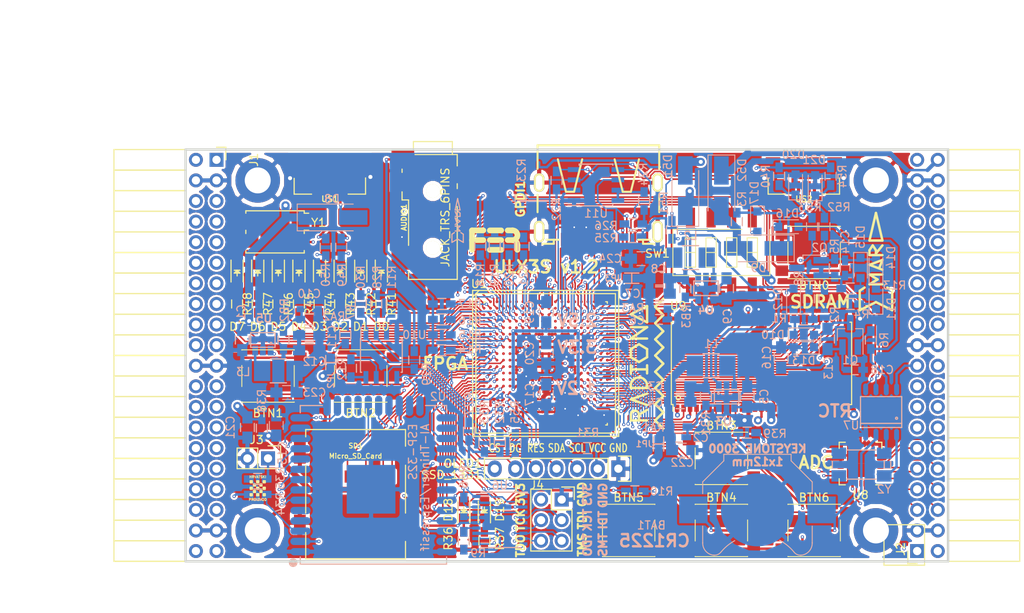
<source format=kicad_pcb>
(kicad_pcb (version 4) (host pcbnew 4.0.7+dfsg1-1)

  (general
    (links 693)
    (no_connects 0)
    (area 93.949999 61.269999 188.230001 112.370001)
    (thickness 1.6)
    (drawings 28)
    (tracks 4159)
    (zones 0)
    (modules 160)
    (nets 241)
  )

  (page A4)
  (layers
    (0 F.Cu signal)
    (1 In1.Cu signal)
    (2 In2.Cu signal)
    (31 B.Cu signal)
    (32 B.Adhes user)
    (33 F.Adhes user)
    (34 B.Paste user)
    (35 F.Paste user)
    (36 B.SilkS user)
    (37 F.SilkS user)
    (38 B.Mask user)
    (39 F.Mask user)
    (40 Dwgs.User user)
    (41 Cmts.User user)
    (42 Eco1.User user)
    (43 Eco2.User user)
    (44 Edge.Cuts user)
    (45 Margin user)
    (46 B.CrtYd user)
    (47 F.CrtYd user)
    (48 B.Fab user)
    (49 F.Fab user)
  )

  (setup
    (last_trace_width 0.3)
    (trace_clearance 0.127)
    (zone_clearance 0.254)
    (zone_45_only no)
    (trace_min 0.127)
    (segment_width 0.2)
    (edge_width 0.2)
    (via_size 0.4)
    (via_drill 0.2)
    (via_min_size 0.4)
    (via_min_drill 0.2)
    (uvia_size 0.3)
    (uvia_drill 0.1)
    (uvias_allowed no)
    (uvia_min_size 0.2)
    (uvia_min_drill 0.1)
    (pcb_text_width 0.3)
    (pcb_text_size 1.5 1.5)
    (mod_edge_width 0.15)
    (mod_text_size 1 1)
    (mod_text_width 0.15)
    (pad_size 0.5 0.5)
    (pad_drill 0)
    (pad_to_mask_clearance 0.05)
    (aux_axis_origin 82.67 62.69)
    (grid_origin 86.48 79.2)
    (visible_elements 7FFFFFFF)
    (pcbplotparams
      (layerselection 0x310f0_80000007)
      (usegerberextensions true)
      (excludeedgelayer true)
      (linewidth 0.100000)
      (plotframeref false)
      (viasonmask false)
      (mode 1)
      (useauxorigin false)
      (hpglpennumber 1)
      (hpglpenspeed 20)
      (hpglpendiameter 15)
      (hpglpenoverlay 2)
      (psnegative false)
      (psa4output false)
      (plotreference true)
      (plotvalue true)
      (plotinvisibletext false)
      (padsonsilk false)
      (subtractmaskfromsilk false)
      (outputformat 1)
      (mirror false)
      (drillshape 0)
      (scaleselection 1)
      (outputdirectory plot))
  )

  (net 0 "")
  (net 1 GND)
  (net 2 +5V)
  (net 3 /gpio/IN5V)
  (net 4 /gpio/OUT5V)
  (net 5 +3V3)
  (net 6 +1V2)
  (net 7 BTN_D)
  (net 8 BTN_F1)
  (net 9 BTN_F2)
  (net 10 BTN_L)
  (net 11 BTN_R)
  (net 12 BTN_U)
  (net 13 /power/FB1)
  (net 14 +2V5)
  (net 15 /power/PWREN)
  (net 16 /power/FB3)
  (net 17 /power/FB2)
  (net 18 "Net-(D9-Pad1)")
  (net 19 /power/VBAT)
  (net 20 JTAG_TDI)
  (net 21 JTAG_TCK)
  (net 22 JTAG_TMS)
  (net 23 JTAG_TDO)
  (net 24 /power/WAKEUPn)
  (net 25 /power/WKUP)
  (net 26 /power/SHUT)
  (net 27 /power/WAKE)
  (net 28 /power/HOLD)
  (net 29 /power/WKn)
  (net 30 /power/OSCI_32k)
  (net 31 /power/OSCO_32k)
  (net 32 "Net-(Q2-Pad3)")
  (net 33 SHUTDOWN)
  (net 34 /analog/AUDIO_L)
  (net 35 /analog/AUDIO_R)
  (net 36 GPDI_5V_SCL)
  (net 37 GPDI_5V_SDA)
  (net 38 GPDI_SDA)
  (net 39 GPDI_SCL)
  (net 40 /gpdi/VREF2)
  (net 41 SD_CMD)
  (net 42 SD_CLK)
  (net 43 SD_D0)
  (net 44 SD_D1)
  (net 45 USB5V)
  (net 46 GPDI_CEC)
  (net 47 nRESET)
  (net 48 FTDI_nDTR)
  (net 49 SDRAM_CKE)
  (net 50 SDRAM_A7)
  (net 51 SDRAM_D15)
  (net 52 SDRAM_BA1)
  (net 53 SDRAM_D7)
  (net 54 SDRAM_A6)
  (net 55 SDRAM_CLK)
  (net 56 SDRAM_D13)
  (net 57 SDRAM_BA0)
  (net 58 SDRAM_D6)
  (net 59 SDRAM_A5)
  (net 60 SDRAM_D14)
  (net 61 SDRAM_A11)
  (net 62 SDRAM_D12)
  (net 63 SDRAM_D5)
  (net 64 SDRAM_A4)
  (net 65 SDRAM_A10)
  (net 66 SDRAM_D11)
  (net 67 SDRAM_A3)
  (net 68 SDRAM_D4)
  (net 69 SDRAM_D10)
  (net 70 SDRAM_D9)
  (net 71 SDRAM_A9)
  (net 72 SDRAM_D3)
  (net 73 SDRAM_D8)
  (net 74 SDRAM_A8)
  (net 75 SDRAM_A2)
  (net 76 SDRAM_A1)
  (net 77 SDRAM_A0)
  (net 78 SDRAM_D2)
  (net 79 SDRAM_D1)
  (net 80 SDRAM_D0)
  (net 81 SDRAM_DQM0)
  (net 82 SDRAM_nCS)
  (net 83 SDRAM_nRAS)
  (net 84 SDRAM_DQM1)
  (net 85 SDRAM_nCAS)
  (net 86 SDRAM_nWE)
  (net 87 /flash/FLASH_nWP)
  (net 88 /flash/FLASH_nHOLD)
  (net 89 /flash/FLASH_MOSI)
  (net 90 /flash/FLASH_MISO)
  (net 91 /flash/FLASH_SCK)
  (net 92 /flash/FLASH_nCS)
  (net 93 /flash/FPGA_PROGRAMN)
  (net 94 /flash/FPGA_DONE)
  (net 95 /flash/FPGA_INITN)
  (net 96 OLED_RES)
  (net 97 OLED_DC)
  (net 98 OLED_CS)
  (net 99 WIFI_EN)
  (net 100 FTDI_nRTS)
  (net 101 FTDI_TXD)
  (net 102 FTDI_RXD)
  (net 103 WIFI_RXD)
  (net 104 WIFI_GPIO0)
  (net 105 WIFI_TXD)
  (net 106 GPDI_ETH-)
  (net 107 GPDI_ETH+)
  (net 108 GPDI_D2+)
  (net 109 GPDI_D2-)
  (net 110 GPDI_D1+)
  (net 111 GPDI_D1-)
  (net 112 GPDI_D0+)
  (net 113 GPDI_D0-)
  (net 114 GPDI_CLK+)
  (net 115 GPDI_CLK-)
  (net 116 USB_FTDI_D+)
  (net 117 USB_FTDI_D-)
  (net 118 J1_17-)
  (net 119 J1_17+)
  (net 120 J1_23-)
  (net 121 J1_23+)
  (net 122 J1_25-)
  (net 123 J1_25+)
  (net 124 J1_27-)
  (net 125 J1_27+)
  (net 126 J1_29-)
  (net 127 J1_29+)
  (net 128 J1_31-)
  (net 129 J1_31+)
  (net 130 J1_33-)
  (net 131 J1_33+)
  (net 132 J1_35-)
  (net 133 J1_35+)
  (net 134 J2_5-)
  (net 135 J2_5+)
  (net 136 J2_7-)
  (net 137 J2_7+)
  (net 138 J2_9-)
  (net 139 J2_9+)
  (net 140 J2_13-)
  (net 141 J2_13+)
  (net 142 J2_17-)
  (net 143 J2_17+)
  (net 144 J2_11-)
  (net 145 J2_11+)
  (net 146 J2_23-)
  (net 147 J2_23+)
  (net 148 J1_5-)
  (net 149 J1_5+)
  (net 150 J1_7-)
  (net 151 J1_7+)
  (net 152 J1_9-)
  (net 153 J1_9+)
  (net 154 J1_11-)
  (net 155 J1_11+)
  (net 156 J1_13-)
  (net 157 J1_13+)
  (net 158 J1_15-)
  (net 159 J1_15+)
  (net 160 J2_15-)
  (net 161 J2_15+)
  (net 162 J2_25-)
  (net 163 J2_25+)
  (net 164 J2_27-)
  (net 165 J2_27+)
  (net 166 J2_29-)
  (net 167 J2_29+)
  (net 168 J2_31-)
  (net 169 J2_31+)
  (net 170 J2_33-)
  (net 171 J2_33+)
  (net 172 J2_35-)
  (net 173 J2_35+)
  (net 174 SD_D3)
  (net 175 AUDIO_L3)
  (net 176 AUDIO_L2)
  (net 177 AUDIO_L1)
  (net 178 AUDIO_L0)
  (net 179 AUDIO_R3)
  (net 180 AUDIO_R2)
  (net 181 AUDIO_R1)
  (net 182 AUDIO_R0)
  (net 183 OLED_CLK)
  (net 184 OLED_MOSI)
  (net 185 LED0)
  (net 186 LED1)
  (net 187 LED2)
  (net 188 LED3)
  (net 189 LED4)
  (net 190 LED5)
  (net 191 LED6)
  (net 192 LED7)
  (net 193 BTN_PWRn)
  (net 194 "Net-(J3-Pad1)")
  (net 195 FTDI_nTXLED)
  (net 196 FTDI_nSLEEP)
  (net 197 /blinkey/LED_PWREN)
  (net 198 /blinkey/LED_TXLED)
  (net 199 FT3V3)
  (net 200 /sdcard/SD3V3)
  (net 201 SD_D2)
  (net 202 CLK_25MHz)
  (net 203 /blinkey/BTNPUL)
  (net 204 /blinkey/BTNPUR)
  (net 205 USB_FPGA_D+)
  (net 206 /power/FTDI_nSUSPEND)
  (net 207 /blinkey/ALED0)
  (net 208 /blinkey/ALED1)
  (net 209 /blinkey/ALED2)
  (net 210 /blinkey/ALED3)
  (net 211 /blinkey/ALED4)
  (net 212 /blinkey/ALED5)
  (net 213 /blinkey/ALED6)
  (net 214 /blinkey/ALED7)
  (net 215 /usb/FTD-)
  (net 216 /usb/FTD+)
  (net 217 ADC_MISO)
  (net 218 ADC_MOSI)
  (net 219 ADC_CSn)
  (net 220 ADC_SCLK)
  (net 221 "Net-(R51-Pad2)")
  (net 222 SW3)
  (net 223 SW2)
  (net 224 SW1)
  (net 225 SW0)
  (net 226 USB_FPGA_D-)
  (net 227 /usb/FPD+)
  (net 228 /usb/FPD-)
  (net 229 WIFI_GPIO16)
  (net 230 WIFI_GPIO15)
  (net 231 /usb/ANT_433MHz)
  (net 232 /power/PWRBTn)
  (net 233 PROG_DONE)
  (net 234 /power/P1V2)
  (net 235 /power/P3V3)
  (net 236 /power/P2V5)
  (net 237 /power/L1)
  (net 238 /power/L3)
  (net 239 /power/L2)
  (net 240 FTDI_TXDEN)

  (net_class Default "This is the default net class."
    (clearance 0.127)
    (trace_width 0.3)
    (via_dia 0.4)
    (via_drill 0.2)
    (uvia_dia 0.3)
    (uvia_drill 0.1)
    (add_net +1V2)
    (add_net +2V5)
    (add_net +3V3)
    (add_net +5V)
    (add_net /analog/AUDIO_L)
    (add_net /analog/AUDIO_R)
    (add_net /blinkey/ALED0)
    (add_net /blinkey/ALED1)
    (add_net /blinkey/ALED2)
    (add_net /blinkey/ALED3)
    (add_net /blinkey/ALED4)
    (add_net /blinkey/ALED5)
    (add_net /blinkey/ALED6)
    (add_net /blinkey/ALED7)
    (add_net /blinkey/BTNPUL)
    (add_net /blinkey/BTNPUR)
    (add_net /blinkey/LED_PWREN)
    (add_net /blinkey/LED_TXLED)
    (add_net /gpdi/VREF2)
    (add_net /gpio/IN5V)
    (add_net /gpio/OUT5V)
    (add_net /power/FB1)
    (add_net /power/FB2)
    (add_net /power/FB3)
    (add_net /power/FTDI_nSUSPEND)
    (add_net /power/HOLD)
    (add_net /power/L1)
    (add_net /power/L2)
    (add_net /power/L3)
    (add_net /power/OSCI_32k)
    (add_net /power/OSCO_32k)
    (add_net /power/P1V2)
    (add_net /power/P2V5)
    (add_net /power/P3V3)
    (add_net /power/PWRBTn)
    (add_net /power/PWREN)
    (add_net /power/SHUT)
    (add_net /power/VBAT)
    (add_net /power/WAKE)
    (add_net /power/WAKEUPn)
    (add_net /power/WKUP)
    (add_net /power/WKn)
    (add_net /sdcard/SD3V3)
    (add_net /usb/ANT_433MHz)
    (add_net /usb/FPD+)
    (add_net /usb/FPD-)
    (add_net /usb/FTD+)
    (add_net /usb/FTD-)
    (add_net FT3V3)
    (add_net GND)
    (add_net "Net-(D9-Pad1)")
    (add_net "Net-(J3-Pad1)")
    (add_net "Net-(Q2-Pad3)")
    (add_net "Net-(R51-Pad2)")
    (add_net USB5V)
  )

  (net_class BGA ""
    (clearance 0.127)
    (trace_width 0.19)
    (via_dia 0.4)
    (via_drill 0.2)
    (uvia_dia 0.3)
    (uvia_drill 0.1)
    (add_net /flash/FLASH_MISO)
    (add_net /flash/FLASH_MOSI)
    (add_net /flash/FLASH_SCK)
    (add_net /flash/FLASH_nCS)
    (add_net /flash/FLASH_nHOLD)
    (add_net /flash/FLASH_nWP)
    (add_net /flash/FPGA_DONE)
    (add_net /flash/FPGA_INITN)
    (add_net /flash/FPGA_PROGRAMN)
    (add_net ADC_CSn)
    (add_net ADC_MISO)
    (add_net ADC_MOSI)
    (add_net ADC_SCLK)
    (add_net AUDIO_L0)
    (add_net AUDIO_L1)
    (add_net AUDIO_L2)
    (add_net AUDIO_L3)
    (add_net AUDIO_R0)
    (add_net AUDIO_R1)
    (add_net AUDIO_R2)
    (add_net AUDIO_R3)
    (add_net BTN_D)
    (add_net BTN_F1)
    (add_net BTN_F2)
    (add_net BTN_L)
    (add_net BTN_PWRn)
    (add_net BTN_R)
    (add_net BTN_U)
    (add_net CLK_25MHz)
    (add_net FTDI_RXD)
    (add_net FTDI_TXD)
    (add_net FTDI_TXDEN)
    (add_net FTDI_nDTR)
    (add_net FTDI_nRTS)
    (add_net FTDI_nSLEEP)
    (add_net FTDI_nTXLED)
    (add_net GPDI_5V_SCL)
    (add_net GPDI_5V_SDA)
    (add_net GPDI_CEC)
    (add_net GPDI_CLK+)
    (add_net GPDI_CLK-)
    (add_net GPDI_D0+)
    (add_net GPDI_D0-)
    (add_net GPDI_D1+)
    (add_net GPDI_D1-)
    (add_net GPDI_D2+)
    (add_net GPDI_D2-)
    (add_net GPDI_ETH+)
    (add_net GPDI_ETH-)
    (add_net GPDI_SCL)
    (add_net GPDI_SDA)
    (add_net J1_11+)
    (add_net J1_11-)
    (add_net J1_13+)
    (add_net J1_13-)
    (add_net J1_15+)
    (add_net J1_15-)
    (add_net J1_17+)
    (add_net J1_17-)
    (add_net J1_23+)
    (add_net J1_23-)
    (add_net J1_25+)
    (add_net J1_25-)
    (add_net J1_27+)
    (add_net J1_27-)
    (add_net J1_29+)
    (add_net J1_29-)
    (add_net J1_31+)
    (add_net J1_31-)
    (add_net J1_33+)
    (add_net J1_33-)
    (add_net J1_35+)
    (add_net J1_35-)
    (add_net J1_5+)
    (add_net J1_5-)
    (add_net J1_7+)
    (add_net J1_7-)
    (add_net J1_9+)
    (add_net J1_9-)
    (add_net J2_11+)
    (add_net J2_11-)
    (add_net J2_13+)
    (add_net J2_13-)
    (add_net J2_15+)
    (add_net J2_15-)
    (add_net J2_17+)
    (add_net J2_17-)
    (add_net J2_23+)
    (add_net J2_23-)
    (add_net J2_25+)
    (add_net J2_25-)
    (add_net J2_27+)
    (add_net J2_27-)
    (add_net J2_29+)
    (add_net J2_29-)
    (add_net J2_31+)
    (add_net J2_31-)
    (add_net J2_33+)
    (add_net J2_33-)
    (add_net J2_35+)
    (add_net J2_35-)
    (add_net J2_5+)
    (add_net J2_5-)
    (add_net J2_7+)
    (add_net J2_7-)
    (add_net J2_9+)
    (add_net J2_9-)
    (add_net JTAG_TCK)
    (add_net JTAG_TDI)
    (add_net JTAG_TDO)
    (add_net JTAG_TMS)
    (add_net LED0)
    (add_net LED1)
    (add_net LED2)
    (add_net LED3)
    (add_net LED4)
    (add_net LED5)
    (add_net LED6)
    (add_net LED7)
    (add_net OLED_CLK)
    (add_net OLED_CS)
    (add_net OLED_DC)
    (add_net OLED_MOSI)
    (add_net OLED_RES)
    (add_net PROG_DONE)
    (add_net SDRAM_A0)
    (add_net SDRAM_A1)
    (add_net SDRAM_A10)
    (add_net SDRAM_A11)
    (add_net SDRAM_A2)
    (add_net SDRAM_A3)
    (add_net SDRAM_A4)
    (add_net SDRAM_A5)
    (add_net SDRAM_A6)
    (add_net SDRAM_A7)
    (add_net SDRAM_A8)
    (add_net SDRAM_A9)
    (add_net SDRAM_BA0)
    (add_net SDRAM_BA1)
    (add_net SDRAM_CKE)
    (add_net SDRAM_CLK)
    (add_net SDRAM_D0)
    (add_net SDRAM_D1)
    (add_net SDRAM_D10)
    (add_net SDRAM_D11)
    (add_net SDRAM_D12)
    (add_net SDRAM_D13)
    (add_net SDRAM_D14)
    (add_net SDRAM_D15)
    (add_net SDRAM_D2)
    (add_net SDRAM_D3)
    (add_net SDRAM_D4)
    (add_net SDRAM_D5)
    (add_net SDRAM_D6)
    (add_net SDRAM_D7)
    (add_net SDRAM_D8)
    (add_net SDRAM_D9)
    (add_net SDRAM_DQM0)
    (add_net SDRAM_DQM1)
    (add_net SDRAM_nCAS)
    (add_net SDRAM_nCS)
    (add_net SDRAM_nRAS)
    (add_net SDRAM_nWE)
    (add_net SD_CLK)
    (add_net SD_CMD)
    (add_net SD_D0)
    (add_net SD_D1)
    (add_net SD_D2)
    (add_net SD_D3)
    (add_net SHUTDOWN)
    (add_net SW0)
    (add_net SW1)
    (add_net SW2)
    (add_net SW3)
    (add_net USB_FPGA_D+)
    (add_net USB_FPGA_D-)
    (add_net USB_FTDI_D+)
    (add_net USB_FTDI_D-)
    (add_net WIFI_EN)
    (add_net WIFI_GPIO0)
    (add_net WIFI_GPIO15)
    (add_net WIFI_GPIO16)
    (add_net WIFI_RXD)
    (add_net WIFI_TXD)
    (add_net nRESET)
  )

  (net_class Minimal ""
    (clearance 0.127)
    (trace_width 0.127)
    (via_dia 0.4)
    (via_drill 0.2)
    (uvia_dia 0.3)
    (uvia_drill 0.1)
  )

  (module jumper:SOLDER-JUMPER_1-WAY (layer B.Cu) (tedit 59DFC21C) (tstamp 59DFBD53)
    (at 152.393 97.742 270)
    (path /58D51CAD/59DFB08A)
    (fp_text reference JP1 (at 0 1.778 360) (layer B.SilkS)
      (effects (font (size 0.762 0.762) (thickness 0.1524)) (justify mirror))
    )
    (fp_text value 1.2 (at 0 -1.524 270) (layer B.SilkS) hide
      (effects (font (size 0.762 0.762) (thickness 0.1524)) (justify mirror))
    )
    (fp_line (start 0 0.635) (end 0 -0.635) (layer B.SilkS) (width 0.15))
    (fp_line (start -0.889 -0.635) (end 0.889 -0.635) (layer B.SilkS) (width 0.15))
    (fp_line (start -0.889 0.635) (end 0.889 0.635) (layer B.SilkS) (width 0.15))
    (pad 1 smd rect (at -0.6 0 270) (size 1 1) (layers B.Cu B.Paste B.Mask)
      (net 234 /power/P1V2))
    (pad 2 smd rect (at 0.6 0 270) (size 1 1) (layers B.Cu B.Paste B.Mask)
      (net 6 +1V2))
  )

  (module ESP32-footprints-Lib:ESP-32S (layer B.Cu) (tedit 59DF4284) (tstamp 58E56AFE)
    (at 117.313 101.513)
    (path /58D6D447/58E5662B)
    (fp_text reference U2 (at 7.902 -9.613 180) (layer B.SilkS)
      (effects (font (size 1 1) (thickness 0.15)) (justify mirror))
    )
    (fp_text value ESP-32S (at 0.155 9.691) (layer B.Fab)
      (effects (font (size 1 1) (thickness 0.15)) (justify mirror))
    )
    (fp_line (start -9.0805 11.049) (end -9.0805 10.16) (layer B.SilkS) (width 0.15))
    (fp_line (start 8.9535 11.049) (end -9.0805 11.049) (layer B.SilkS) (width 0.15))
    (fp_line (start 8.9535 10.16) (end 8.9535 11.049) (layer B.SilkS) (width 0.15))
    (fp_line (start 8.9535 -8.509) (end 8.9535 -7.62) (layer B.SilkS) (width 0.15))
    (fp_line (start 6.35 -8.509) (end 8.9535 -8.509) (layer B.SilkS) (width 0.15))
    (fp_line (start -9.0805 -8.509) (end -6.35 -8.509) (layer B.SilkS) (width 0.15))
    (fp_line (start -9.0805 -7.62) (end -9.0805 -8.509) (layer B.SilkS) (width 0.15))
    (fp_text user AI-Thinker/Espressif (at 6.3 1.6 270) (layer B.SilkS)
      (effects (font (size 1 1) (thickness 0.15)) (justify mirror))
    )
    (fp_circle (center -9.958566 10.871338) (end -10.085566 11.125338) (layer B.SilkS) (width 0.5))
    (fp_text user ESP-32S (at 4.8 -2.8 270) (layer B.SilkS)
      (effects (font (size 1 1) (thickness 0.15)) (justify mirror))
    )
    (fp_line (start 8.947434 11.017338) (end -9.052566 11.017338) (layer B.Fab) (width 0.15))
    (fp_line (start -9.052566 17.017338) (end -9.052566 -8.482662) (layer B.Fab) (width 0.15))
    (fp_line (start 8.947434 17.017338) (end 8.947434 -8.482662) (layer B.Fab) (width 0.15))
    (fp_line (start 8.947434 -8.482662) (end -9.052566 -8.482662) (layer B.Fab) (width 0.15))
    (fp_line (start 8.947434 17.017338) (end -9.052566 17.017338) (layer B.Fab) (width 0.15))
    (pad 38 smd oval (at 8.947434 9.517338 180) (size 2.5 0.9) (layers B.Cu B.Paste B.Mask)
      (net 1 GND))
    (pad 37 smd oval (at 8.947434 8.247338 180) (size 2.5 0.9) (layers B.Cu B.Paste B.Mask))
    (pad 36 smd oval (at 8.947434 6.977338 180) (size 2.5 0.9) (layers B.Cu B.Paste B.Mask)
      (net 233 PROG_DONE))
    (pad 35 smd oval (at 8.947434 5.707338 180) (size 2.5 0.9) (layers B.Cu B.Paste B.Mask)
      (net 105 WIFI_TXD))
    (pad 34 smd oval (at 8.947434 4.437338 180) (size 2.5 0.9) (layers B.Cu B.Paste B.Mask)
      (net 103 WIFI_RXD))
    (pad 33 smd oval (at 8.947434 3.167338 180) (size 2.5 0.9) (layers B.Cu B.Paste B.Mask)
      (net 22 JTAG_TMS))
    (pad 32 smd oval (at 8.947434 1.897338 180) (size 2.5 0.9) (layers B.Cu B.Paste B.Mask))
    (pad 31 smd oval (at 8.947434 0.627338 180) (size 2.5 0.9) (layers B.Cu B.Paste B.Mask)
      (net 20 JTAG_TDI))
    (pad 30 smd oval (at 8.947434 -0.642662 180) (size 2.5 0.9) (layers B.Cu B.Paste B.Mask)
      (net 21 JTAG_TCK))
    (pad 29 smd oval (at 8.947434 -1.912662 180) (size 2.5 0.9) (layers B.Cu B.Paste B.Mask))
    (pad 28 smd oval (at 8.947434 -3.182662 180) (size 2.5 0.9) (layers B.Cu B.Paste B.Mask)
      (net 23 JTAG_TDO))
    (pad 27 smd oval (at 8.947434 -4.452662 180) (size 2.5 0.9) (layers B.Cu B.Paste B.Mask)
      (net 229 WIFI_GPIO16))
    (pad 26 smd oval (at 8.947434 -5.722662 180) (size 2.5 0.9) (layers B.Cu B.Paste B.Mask))
    (pad 25 smd oval (at 8.947434 -6.992662 180) (size 2.5 0.9) (layers B.Cu B.Paste B.Mask)
      (net 104 WIFI_GPIO0))
    (pad 24 smd oval (at 5.662434 -8.482662 180) (size 0.9 2.5) (layers B.Cu B.Paste B.Mask))
    (pad 23 smd oval (at 4.392434 -8.482662 180) (size 0.9 2.5) (layers B.Cu B.Paste B.Mask)
      (net 230 WIFI_GPIO15))
    (pad 22 smd oval (at 3.122434 -8.482662 180) (size 0.9 2.5) (layers B.Cu B.Paste B.Mask)
      (net 44 SD_D1))
    (pad 21 smd oval (at 1.852434 -8.482662 180) (size 0.9 2.5) (layers B.Cu B.Paste B.Mask)
      (net 43 SD_D0))
    (pad 20 smd oval (at 0.582434 -8.482662 180) (size 0.9 2.5) (layers B.Cu B.Paste B.Mask)
      (net 42 SD_CLK))
    (pad 19 smd oval (at -0.687566 -8.482662 180) (size 0.9 2.5) (layers B.Cu B.Paste B.Mask)
      (net 41 SD_CMD))
    (pad 18 smd oval (at -1.957566 -8.482662 180) (size 0.9 2.5) (layers B.Cu B.Paste B.Mask))
    (pad 17 smd oval (at -3.227566 -8.482662 180) (size 0.9 2.5) (layers B.Cu B.Paste B.Mask))
    (pad 16 smd oval (at -4.497566 -8.482662 180) (size 0.9 2.5) (layers B.Cu B.Paste B.Mask)
      (net 124 J1_27-))
    (pad 15 smd oval (at -5.767566 -8.482662 180) (size 0.9 2.5) (layers B.Cu B.Paste B.Mask)
      (net 1 GND))
    (pad 14 smd oval (at -9.052566 -6.992662 180) (size 2.5 0.9) (layers B.Cu B.Paste B.Mask)
      (net 125 J1_27+))
    (pad 13 smd oval (at -9.052566 -5.722662 180) (size 2.5 0.9) (layers B.Cu B.Paste B.Mask)
      (net 126 J1_29-))
    (pad 12 smd oval (at -9.052566 -4.452662 180) (size 2.5 0.9) (layers B.Cu B.Paste B.Mask)
      (net 127 J1_29+))
    (pad 11 smd oval (at -9.052566 -3.182662 180) (size 2.5 0.9) (layers B.Cu B.Paste B.Mask)
      (net 128 J1_31-))
    (pad 10 smd oval (at -9.052566 -1.912662 180) (size 2.5 0.9) (layers B.Cu B.Paste B.Mask)
      (net 129 J1_31+))
    (pad 9 smd oval (at -9.052566 -0.642662 180) (size 2.5 0.9) (layers B.Cu B.Paste B.Mask)
      (net 130 J1_33-))
    (pad 8 smd oval (at -9.052566 0.627338 180) (size 2.5 0.9) (layers B.Cu B.Paste B.Mask)
      (net 131 J1_33+))
    (pad 7 smd oval (at -9.052566 1.897338 180) (size 2.5 0.9) (layers B.Cu B.Paste B.Mask)
      (net 132 J1_35-))
    (pad 6 smd oval (at -9.052566 3.167338 180) (size 2.5 0.9) (layers B.Cu B.Paste B.Mask)
      (net 133 J1_35+))
    (pad 5 smd oval (at -9.052566 4.437338 180) (size 2.5 0.9) (layers B.Cu B.Paste B.Mask))
    (pad 4 smd oval (at -9.052566 5.707338 180) (size 2.5 0.9) (layers B.Cu B.Paste B.Mask))
    (pad 3 smd oval (at -9.052566 6.977338 180) (size 2.5 0.9) (layers B.Cu B.Paste B.Mask)
      (net 99 WIFI_EN))
    (pad 2 smd oval (at -9.052566 8.247338 180) (size 2.5 0.9) (layers B.Cu B.Paste B.Mask)
      (net 5 +3V3))
    (pad 1 smd oval (at -9.052566 9.517338 180) (size 2.5 0.9) (layers B.Cu B.Paste B.Mask)
      (net 1 GND))
    (pad 39 smd rect (at -0.352566 1.817338 180) (size 6 6) (layers B.Cu B.Paste B.Mask)
      (net 1 GND))
  )

  (module Diodes_SMD:D_SMA_Handsoldering (layer B.Cu) (tedit 59D564F6) (tstamp 59D3C50D)
    (at 155.695 66.5 90)
    (descr "Diode SMA (DO-214AC) Handsoldering")
    (tags "Diode SMA (DO-214AC) Handsoldering")
    (path /56AC389C/56AC483B)
    (attr smd)
    (fp_text reference D51 (at 3.048 -2.159 90) (layer B.SilkS)
      (effects (font (size 1 1) (thickness 0.15)) (justify mirror))
    )
    (fp_text value STPS2L30AF (at 0 -2.6 90) (layer B.Fab) hide
      (effects (font (size 1 1) (thickness 0.15)) (justify mirror))
    )
    (fp_text user %R (at 3.048 -2.159 90) (layer B.Fab) hide
      (effects (font (size 1 1) (thickness 0.15)) (justify mirror))
    )
    (fp_line (start -4.4 1.65) (end -4.4 -1.65) (layer B.SilkS) (width 0.12))
    (fp_line (start 2.3 -1.5) (end -2.3 -1.5) (layer B.Fab) (width 0.1))
    (fp_line (start -2.3 -1.5) (end -2.3 1.5) (layer B.Fab) (width 0.1))
    (fp_line (start 2.3 1.5) (end 2.3 -1.5) (layer B.Fab) (width 0.1))
    (fp_line (start 2.3 1.5) (end -2.3 1.5) (layer B.Fab) (width 0.1))
    (fp_line (start -4.5 1.75) (end 4.5 1.75) (layer B.CrtYd) (width 0.05))
    (fp_line (start 4.5 1.75) (end 4.5 -1.75) (layer B.CrtYd) (width 0.05))
    (fp_line (start 4.5 -1.75) (end -4.5 -1.75) (layer B.CrtYd) (width 0.05))
    (fp_line (start -4.5 -1.75) (end -4.5 1.75) (layer B.CrtYd) (width 0.05))
    (fp_line (start -0.64944 -0.00102) (end -1.55114 -0.00102) (layer B.Fab) (width 0.1))
    (fp_line (start 0.50118 -0.00102) (end 1.4994 -0.00102) (layer B.Fab) (width 0.1))
    (fp_line (start -0.64944 0.79908) (end -0.64944 -0.80112) (layer B.Fab) (width 0.1))
    (fp_line (start 0.50118 -0.75032) (end 0.50118 0.79908) (layer B.Fab) (width 0.1))
    (fp_line (start -0.64944 -0.00102) (end 0.50118 -0.75032) (layer B.Fab) (width 0.1))
    (fp_line (start -0.64944 -0.00102) (end 0.50118 0.79908) (layer B.Fab) (width 0.1))
    (fp_line (start -4.4 -1.65) (end 2.5 -1.65) (layer B.SilkS) (width 0.12))
    (fp_line (start -4.4 1.65) (end 2.5 1.65) (layer B.SilkS) (width 0.12))
    (pad 1 smd rect (at -2.5 0 90) (size 3.5 1.8) (layers B.Cu B.Paste B.Mask)
      (net 2 +5V))
    (pad 2 smd rect (at 2.5 0 90) (size 3.5 1.8) (layers B.Cu B.Paste B.Mask)
      (net 3 /gpio/IN5V))
    (model ${KISYS3DMOD}/Diodes_SMD.3dshapes/D_SMA.wrl
      (at (xyz 0 0 0))
      (scale (xyz 1 1 1))
      (rotate (xyz 0 0 0))
    )
  )

  (module Resistors_SMD:R_0603_HandSoldering (layer B.Cu) (tedit 58307AEF) (tstamp 595B8F7A)
    (at 154.044 71.326 90)
    (descr "Resistor SMD 0603, hand soldering")
    (tags "resistor 0603")
    (path /58D6547C/595B9C2F)
    (attr smd)
    (fp_text reference R51 (at 3.302 -1.016 90) (layer B.SilkS)
      (effects (font (size 1 1) (thickness 0.15)) (justify mirror))
    )
    (fp_text value 220 (at 3.556 -0.508 90) (layer B.Fab)
      (effects (font (size 1 1) (thickness 0.15)) (justify mirror))
    )
    (fp_line (start -0.8 -0.4) (end -0.8 0.4) (layer B.Fab) (width 0.1))
    (fp_line (start 0.8 -0.4) (end -0.8 -0.4) (layer B.Fab) (width 0.1))
    (fp_line (start 0.8 0.4) (end 0.8 -0.4) (layer B.Fab) (width 0.1))
    (fp_line (start -0.8 0.4) (end 0.8 0.4) (layer B.Fab) (width 0.1))
    (fp_line (start -2 0.8) (end 2 0.8) (layer B.CrtYd) (width 0.05))
    (fp_line (start -2 -0.8) (end 2 -0.8) (layer B.CrtYd) (width 0.05))
    (fp_line (start -2 0.8) (end -2 -0.8) (layer B.CrtYd) (width 0.05))
    (fp_line (start 2 0.8) (end 2 -0.8) (layer B.CrtYd) (width 0.05))
    (fp_line (start 0.5 -0.675) (end -0.5 -0.675) (layer B.SilkS) (width 0.15))
    (fp_line (start -0.5 0.675) (end 0.5 0.675) (layer B.SilkS) (width 0.15))
    (pad 1 smd rect (at -1.1 0 90) (size 1.2 0.9) (layers B.Cu B.Paste B.Mask)
      (net 5 +3V3))
    (pad 2 smd rect (at 1.1 0 90) (size 1.2 0.9) (layers B.Cu B.Paste B.Mask)
      (net 221 "Net-(R51-Pad2)"))
    (model Resistors_SMD.3dshapes/R_0603.wrl
      (at (xyz 0 0 0))
      (scale (xyz 1 1 1))
      (rotate (xyz 0 0 0))
    )
  )

  (module Resistors_SMD:R_1210_HandSoldering (layer B.Cu) (tedit 58307C8D) (tstamp 58D58A37)
    (at 158.87 88.09 180)
    (descr "Resistor SMD 1210, hand soldering")
    (tags "resistor 1210")
    (path /58D51CAD/58D59D36)
    (attr smd)
    (fp_text reference L1 (at 0 2.7 180) (layer B.SilkS)
      (effects (font (size 1 1) (thickness 0.15)) (justify mirror))
    )
    (fp_text value 2.2uH (at 0 2.032 180) (layer B.Fab)
      (effects (font (size 1 1) (thickness 0.15)) (justify mirror))
    )
    (fp_line (start -1.6 -1.25) (end -1.6 1.25) (layer B.Fab) (width 0.1))
    (fp_line (start 1.6 -1.25) (end -1.6 -1.25) (layer B.Fab) (width 0.1))
    (fp_line (start 1.6 1.25) (end 1.6 -1.25) (layer B.Fab) (width 0.1))
    (fp_line (start -1.6 1.25) (end 1.6 1.25) (layer B.Fab) (width 0.1))
    (fp_line (start -3.3 1.6) (end 3.3 1.6) (layer B.CrtYd) (width 0.05))
    (fp_line (start -3.3 -1.6) (end 3.3 -1.6) (layer B.CrtYd) (width 0.05))
    (fp_line (start -3.3 1.6) (end -3.3 -1.6) (layer B.CrtYd) (width 0.05))
    (fp_line (start 3.3 1.6) (end 3.3 -1.6) (layer B.CrtYd) (width 0.05))
    (fp_line (start 1 -1.475) (end -1 -1.475) (layer B.SilkS) (width 0.15))
    (fp_line (start -1 1.475) (end 1 1.475) (layer B.SilkS) (width 0.15))
    (pad 1 smd rect (at -2 0 180) (size 2 2.5) (layers B.Cu B.Paste B.Mask)
      (net 237 /power/L1))
    (pad 2 smd rect (at 2 0 180) (size 2 2.5) (layers B.Cu B.Paste B.Mask)
      (net 234 /power/P1V2))
    (model Inductors_SMD.3dshapes/L_1210.wrl
      (at (xyz 0 0 0))
      (scale (xyz 1 1 1))
      (rotate (xyz 0 0 0))
    )
  )

  (module TSOT-25:TSOT-25 (layer B.Cu) (tedit 59CD7E8F) (tstamp 58D5976E)
    (at 160.775 91.9)
    (path /58D51CAD/58D58840)
    (fp_text reference U3 (at -0.381 3.048) (layer B.SilkS)
      (effects (font (size 1 1) (thickness 0.2)) (justify mirror))
    )
    (fp_text value AP3429A (at 0 2.286) (layer B.Fab)
      (effects (font (size 0.4 0.4) (thickness 0.1)) (justify mirror))
    )
    (fp_circle (center -1 -0.4) (end -0.95 -0.5) (layer B.SilkS) (width 0.15))
    (fp_line (start -1.5 0.9) (end 1.5 0.9) (layer B.SilkS) (width 0.15))
    (fp_line (start 1.5 0.9) (end 1.5 -0.9) (layer B.SilkS) (width 0.15))
    (fp_line (start 1.5 -0.9) (end -1.5 -0.9) (layer B.SilkS) (width 0.15))
    (fp_line (start -1.5 -0.9) (end -1.5 0.9) (layer B.SilkS) (width 0.15))
    (pad 1 smd rect (at -0.95 -1.3) (size 0.7 1.2) (layers B.Cu B.Paste B.Mask)
      (net 15 /power/PWREN))
    (pad 2 smd rect (at 0 -1.3) (size 0.7 1.2) (layers B.Cu B.Paste B.Mask)
      (net 1 GND))
    (pad 3 smd rect (at 0.95 -1.3) (size 0.7 1.2) (layers B.Cu B.Paste B.Mask)
      (net 237 /power/L1))
    (pad 4 smd rect (at 0.95 1.3) (size 0.7 1.2) (layers B.Cu B.Paste B.Mask)
      (net 2 +5V))
    (pad 5 smd rect (at -0.95 1.3) (size 0.7 1.2) (layers B.Cu B.Paste B.Mask)
      (net 13 /power/FB1))
    (model TO_SOT_Packages_SMD.3dshapes/SOT-23-5.wrl
      (at (xyz 0 0 0))
      (scale (xyz 1 1 1))
      (rotate (xyz 0 0 -90))
    )
  )

  (module Resistors_SMD:R_1210_HandSoldering (layer B.Cu) (tedit 58307C8D) (tstamp 58D599B2)
    (at 156.33 74.755 180)
    (descr "Resistor SMD 1210, hand soldering")
    (tags "resistor 1210")
    (path /58D51CAD/58D62964)
    (attr smd)
    (fp_text reference L2 (at 0 2.7 180) (layer B.SilkS)
      (effects (font (size 1 1) (thickness 0.15)) (justify mirror))
    )
    (fp_text value 2.2uH (at -1.016 2.159 180) (layer B.Fab)
      (effects (font (size 1 1) (thickness 0.15)) (justify mirror))
    )
    (fp_line (start -1.6 -1.25) (end -1.6 1.25) (layer B.Fab) (width 0.1))
    (fp_line (start 1.6 -1.25) (end -1.6 -1.25) (layer B.Fab) (width 0.1))
    (fp_line (start 1.6 1.25) (end 1.6 -1.25) (layer B.Fab) (width 0.1))
    (fp_line (start -1.6 1.25) (end 1.6 1.25) (layer B.Fab) (width 0.1))
    (fp_line (start -3.3 1.6) (end 3.3 1.6) (layer B.CrtYd) (width 0.05))
    (fp_line (start -3.3 -1.6) (end 3.3 -1.6) (layer B.CrtYd) (width 0.05))
    (fp_line (start -3.3 1.6) (end -3.3 -1.6) (layer B.CrtYd) (width 0.05))
    (fp_line (start 3.3 1.6) (end 3.3 -1.6) (layer B.CrtYd) (width 0.05))
    (fp_line (start 1 -1.475) (end -1 -1.475) (layer B.SilkS) (width 0.15))
    (fp_line (start -1 1.475) (end 1 1.475) (layer B.SilkS) (width 0.15))
    (pad 1 smd rect (at -2 0 180) (size 2 2.5) (layers B.Cu B.Paste B.Mask)
      (net 238 /power/L3))
    (pad 2 smd rect (at 2 0 180) (size 2 2.5) (layers B.Cu B.Paste B.Mask)
      (net 235 /power/P3V3))
    (model Inductors_SMD.3dshapes/L_1210.wrl
      (at (xyz 0 0 0))
      (scale (xyz 1 1 1))
      (rotate (xyz 0 0 0))
    )
  )

  (module TSOT-25:TSOT-25 (layer B.Cu) (tedit 59CD7E82) (tstamp 58D599CD)
    (at 158.235 78.535)
    (path /58D51CAD/58D62946)
    (fp_text reference U4 (at 0 2.697) (layer B.SilkS)
      (effects (font (size 1 1) (thickness 0.2)) (justify mirror))
    )
    (fp_text value AP3429A (at 0 2.443) (layer B.Fab)
      (effects (font (size 0.4 0.4) (thickness 0.1)) (justify mirror))
    )
    (fp_circle (center -1 -0.4) (end -0.95 -0.5) (layer B.SilkS) (width 0.15))
    (fp_line (start -1.5 0.9) (end 1.5 0.9) (layer B.SilkS) (width 0.15))
    (fp_line (start 1.5 0.9) (end 1.5 -0.9) (layer B.SilkS) (width 0.15))
    (fp_line (start 1.5 -0.9) (end -1.5 -0.9) (layer B.SilkS) (width 0.15))
    (fp_line (start -1.5 -0.9) (end -1.5 0.9) (layer B.SilkS) (width 0.15))
    (pad 1 smd rect (at -0.95 -1.3) (size 0.7 1.2) (layers B.Cu B.Paste B.Mask)
      (net 15 /power/PWREN))
    (pad 2 smd rect (at 0 -1.3) (size 0.7 1.2) (layers B.Cu B.Paste B.Mask)
      (net 1 GND))
    (pad 3 smd rect (at 0.95 -1.3) (size 0.7 1.2) (layers B.Cu B.Paste B.Mask)
      (net 238 /power/L3))
    (pad 4 smd rect (at 0.95 1.3) (size 0.7 1.2) (layers B.Cu B.Paste B.Mask)
      (net 2 +5V))
    (pad 5 smd rect (at -0.95 1.3) (size 0.7 1.2) (layers B.Cu B.Paste B.Mask)
      (net 16 /power/FB3))
    (model TO_SOT_Packages_SMD.3dshapes/SOT-23-5.wrl
      (at (xyz 0 0 0))
      (scale (xyz 1 1 1))
      (rotate (xyz 0 0 -90))
    )
  )

  (module LEDs:LED_0805 (layer F.Cu) (tedit 59CCC657) (tstamp 58D659BC)
    (at 118.23 76.66 270)
    (descr "LED 0805 smd package")
    (tags "LED 0805 SMD")
    (path /58D6547C/58D66570)
    (attr smd)
    (fp_text reference D0 (at 6.604 0 360) (layer F.SilkS)
      (effects (font (size 1 1) (thickness 0.15)))
    )
    (fp_text value LED (at -2.794 0 270) (layer F.Fab) hide
      (effects (font (size 1 1) (thickness 0.15)))
    )
    (fp_line (start -0.4 -0.3) (end -0.4 0.3) (layer F.Fab) (width 0.15))
    (fp_line (start -0.3 0) (end 0 -0.3) (layer F.Fab) (width 0.15))
    (fp_line (start 0 0.3) (end -0.3 0) (layer F.Fab) (width 0.15))
    (fp_line (start 0 -0.3) (end 0 0.3) (layer F.Fab) (width 0.15))
    (fp_line (start 1 -0.6) (end -1 -0.6) (layer F.Fab) (width 0.15))
    (fp_line (start 1 0.6) (end 1 -0.6) (layer F.Fab) (width 0.15))
    (fp_line (start -1 0.6) (end 1 0.6) (layer F.Fab) (width 0.15))
    (fp_line (start -1 -0.6) (end -1 0.6) (layer F.Fab) (width 0.15))
    (fp_line (start -1.6 0.75) (end 1.1 0.75) (layer F.SilkS) (width 0.15))
    (fp_line (start -1.6 -0.75) (end 1.1 -0.75) (layer F.SilkS) (width 0.15))
    (fp_line (start -0.1 0.15) (end -0.1 -0.1) (layer F.SilkS) (width 0.15))
    (fp_line (start -0.1 -0.1) (end -0.25 0.05) (layer F.SilkS) (width 0.15))
    (fp_line (start -0.35 -0.35) (end -0.35 0.35) (layer F.SilkS) (width 0.15))
    (fp_line (start 0 0) (end 0.35 0) (layer F.SilkS) (width 0.15))
    (fp_line (start -0.35 0) (end 0 -0.35) (layer F.SilkS) (width 0.15))
    (fp_line (start 0 -0.35) (end 0 0.35) (layer F.SilkS) (width 0.15))
    (fp_line (start 0 0.35) (end -0.35 0) (layer F.SilkS) (width 0.15))
    (fp_line (start 1.9 -0.95) (end 1.9 0.95) (layer F.CrtYd) (width 0.05))
    (fp_line (start 1.9 0.95) (end -1.9 0.95) (layer F.CrtYd) (width 0.05))
    (fp_line (start -1.9 0.95) (end -1.9 -0.95) (layer F.CrtYd) (width 0.05))
    (fp_line (start -1.9 -0.95) (end 1.9 -0.95) (layer F.CrtYd) (width 0.05))
    (pad 2 smd rect (at 1.04902 0 90) (size 1.19888 1.19888) (layers F.Cu F.Paste F.Mask)
      (net 207 /blinkey/ALED0))
    (pad 1 smd rect (at -1.04902 0 90) (size 1.19888 1.19888) (layers F.Cu F.Paste F.Mask)
      (net 1 GND))
    (model LEDs.3dshapes/LED_0805.wrl
      (at (xyz 0 0 0))
      (scale (xyz 1 1 1))
      (rotate (xyz 0 0 0))
    )
  )

  (module LEDs:LED_0805 (layer F.Cu) (tedit 59CCC647) (tstamp 58D659C2)
    (at 115.69 76.66 270)
    (descr "LED 0805 smd package")
    (tags "LED 0805 SMD")
    (path /58D6547C/58D66620)
    (attr smd)
    (fp_text reference D1 (at 6.604 0 360) (layer F.SilkS)
      (effects (font (size 1 1) (thickness 0.15)))
    )
    (fp_text value LED (at -2.794 0 270) (layer F.Fab) hide
      (effects (font (size 1 1) (thickness 0.15)))
    )
    (fp_line (start -0.4 -0.3) (end -0.4 0.3) (layer F.Fab) (width 0.15))
    (fp_line (start -0.3 0) (end 0 -0.3) (layer F.Fab) (width 0.15))
    (fp_line (start 0 0.3) (end -0.3 0) (layer F.Fab) (width 0.15))
    (fp_line (start 0 -0.3) (end 0 0.3) (layer F.Fab) (width 0.15))
    (fp_line (start 1 -0.6) (end -1 -0.6) (layer F.Fab) (width 0.15))
    (fp_line (start 1 0.6) (end 1 -0.6) (layer F.Fab) (width 0.15))
    (fp_line (start -1 0.6) (end 1 0.6) (layer F.Fab) (width 0.15))
    (fp_line (start -1 -0.6) (end -1 0.6) (layer F.Fab) (width 0.15))
    (fp_line (start -1.6 0.75) (end 1.1 0.75) (layer F.SilkS) (width 0.15))
    (fp_line (start -1.6 -0.75) (end 1.1 -0.75) (layer F.SilkS) (width 0.15))
    (fp_line (start -0.1 0.15) (end -0.1 -0.1) (layer F.SilkS) (width 0.15))
    (fp_line (start -0.1 -0.1) (end -0.25 0.05) (layer F.SilkS) (width 0.15))
    (fp_line (start -0.35 -0.35) (end -0.35 0.35) (layer F.SilkS) (width 0.15))
    (fp_line (start 0 0) (end 0.35 0) (layer F.SilkS) (width 0.15))
    (fp_line (start -0.35 0) (end 0 -0.35) (layer F.SilkS) (width 0.15))
    (fp_line (start 0 -0.35) (end 0 0.35) (layer F.SilkS) (width 0.15))
    (fp_line (start 0 0.35) (end -0.35 0) (layer F.SilkS) (width 0.15))
    (fp_line (start 1.9 -0.95) (end 1.9 0.95) (layer F.CrtYd) (width 0.05))
    (fp_line (start 1.9 0.95) (end -1.9 0.95) (layer F.CrtYd) (width 0.05))
    (fp_line (start -1.9 0.95) (end -1.9 -0.95) (layer F.CrtYd) (width 0.05))
    (fp_line (start -1.9 -0.95) (end 1.9 -0.95) (layer F.CrtYd) (width 0.05))
    (pad 2 smd rect (at 1.04902 0 90) (size 1.19888 1.19888) (layers F.Cu F.Paste F.Mask)
      (net 208 /blinkey/ALED1))
    (pad 1 smd rect (at -1.04902 0 90) (size 1.19888 1.19888) (layers F.Cu F.Paste F.Mask)
      (net 1 GND))
    (model LEDs.3dshapes/LED_0805.wrl
      (at (xyz 0 0 0))
      (scale (xyz 1 1 1))
      (rotate (xyz 0 0 0))
    )
  )

  (module LEDs:LED_0805 (layer F.Cu) (tedit 59CCC63D) (tstamp 58D659C8)
    (at 113.15 76.66 270)
    (descr "LED 0805 smd package")
    (tags "LED 0805 SMD")
    (path /58D6547C/58D666C3)
    (attr smd)
    (fp_text reference D2 (at 6.604 0 360) (layer F.SilkS)
      (effects (font (size 1 1) (thickness 0.15)))
    )
    (fp_text value LED (at -2.794 0 270) (layer F.Fab) hide
      (effects (font (size 1 1) (thickness 0.15)))
    )
    (fp_line (start -0.4 -0.3) (end -0.4 0.3) (layer F.Fab) (width 0.15))
    (fp_line (start -0.3 0) (end 0 -0.3) (layer F.Fab) (width 0.15))
    (fp_line (start 0 0.3) (end -0.3 0) (layer F.Fab) (width 0.15))
    (fp_line (start 0 -0.3) (end 0 0.3) (layer F.Fab) (width 0.15))
    (fp_line (start 1 -0.6) (end -1 -0.6) (layer F.Fab) (width 0.15))
    (fp_line (start 1 0.6) (end 1 -0.6) (layer F.Fab) (width 0.15))
    (fp_line (start -1 0.6) (end 1 0.6) (layer F.Fab) (width 0.15))
    (fp_line (start -1 -0.6) (end -1 0.6) (layer F.Fab) (width 0.15))
    (fp_line (start -1.6 0.75) (end 1.1 0.75) (layer F.SilkS) (width 0.15))
    (fp_line (start -1.6 -0.75) (end 1.1 -0.75) (layer F.SilkS) (width 0.15))
    (fp_line (start -0.1 0.15) (end -0.1 -0.1) (layer F.SilkS) (width 0.15))
    (fp_line (start -0.1 -0.1) (end -0.25 0.05) (layer F.SilkS) (width 0.15))
    (fp_line (start -0.35 -0.35) (end -0.35 0.35) (layer F.SilkS) (width 0.15))
    (fp_line (start 0 0) (end 0.35 0) (layer F.SilkS) (width 0.15))
    (fp_line (start -0.35 0) (end 0 -0.35) (layer F.SilkS) (width 0.15))
    (fp_line (start 0 -0.35) (end 0 0.35) (layer F.SilkS) (width 0.15))
    (fp_line (start 0 0.35) (end -0.35 0) (layer F.SilkS) (width 0.15))
    (fp_line (start 1.9 -0.95) (end 1.9 0.95) (layer F.CrtYd) (width 0.05))
    (fp_line (start 1.9 0.95) (end -1.9 0.95) (layer F.CrtYd) (width 0.05))
    (fp_line (start -1.9 0.95) (end -1.9 -0.95) (layer F.CrtYd) (width 0.05))
    (fp_line (start -1.9 -0.95) (end 1.9 -0.95) (layer F.CrtYd) (width 0.05))
    (pad 2 smd rect (at 1.04902 0 90) (size 1.19888 1.19888) (layers F.Cu F.Paste F.Mask)
      (net 209 /blinkey/ALED2))
    (pad 1 smd rect (at -1.04902 0 90) (size 1.19888 1.19888) (layers F.Cu F.Paste F.Mask)
      (net 1 GND))
    (model LEDs.3dshapes/LED_0805.wrl
      (at (xyz 0 0 0))
      (scale (xyz 1 1 1))
      (rotate (xyz 0 0 0))
    )
  )

  (module LEDs:LED_0805 (layer F.Cu) (tedit 59CCC636) (tstamp 58D659CE)
    (at 110.61 76.66 270)
    (descr "LED 0805 smd package")
    (tags "LED 0805 SMD")
    (path /58D6547C/58D66733)
    (attr smd)
    (fp_text reference D3 (at 6.604 0 360) (layer F.SilkS)
      (effects (font (size 1 1) (thickness 0.15)))
    )
    (fp_text value LED (at -2.794 0 270) (layer F.Fab) hide
      (effects (font (size 1 1) (thickness 0.15)))
    )
    (fp_line (start -0.4 -0.3) (end -0.4 0.3) (layer F.Fab) (width 0.15))
    (fp_line (start -0.3 0) (end 0 -0.3) (layer F.Fab) (width 0.15))
    (fp_line (start 0 0.3) (end -0.3 0) (layer F.Fab) (width 0.15))
    (fp_line (start 0 -0.3) (end 0 0.3) (layer F.Fab) (width 0.15))
    (fp_line (start 1 -0.6) (end -1 -0.6) (layer F.Fab) (width 0.15))
    (fp_line (start 1 0.6) (end 1 -0.6) (layer F.Fab) (width 0.15))
    (fp_line (start -1 0.6) (end 1 0.6) (layer F.Fab) (width 0.15))
    (fp_line (start -1 -0.6) (end -1 0.6) (layer F.Fab) (width 0.15))
    (fp_line (start -1.6 0.75) (end 1.1 0.75) (layer F.SilkS) (width 0.15))
    (fp_line (start -1.6 -0.75) (end 1.1 -0.75) (layer F.SilkS) (width 0.15))
    (fp_line (start -0.1 0.15) (end -0.1 -0.1) (layer F.SilkS) (width 0.15))
    (fp_line (start -0.1 -0.1) (end -0.25 0.05) (layer F.SilkS) (width 0.15))
    (fp_line (start -0.35 -0.35) (end -0.35 0.35) (layer F.SilkS) (width 0.15))
    (fp_line (start 0 0) (end 0.35 0) (layer F.SilkS) (width 0.15))
    (fp_line (start -0.35 0) (end 0 -0.35) (layer F.SilkS) (width 0.15))
    (fp_line (start 0 -0.35) (end 0 0.35) (layer F.SilkS) (width 0.15))
    (fp_line (start 0 0.35) (end -0.35 0) (layer F.SilkS) (width 0.15))
    (fp_line (start 1.9 -0.95) (end 1.9 0.95) (layer F.CrtYd) (width 0.05))
    (fp_line (start 1.9 0.95) (end -1.9 0.95) (layer F.CrtYd) (width 0.05))
    (fp_line (start -1.9 0.95) (end -1.9 -0.95) (layer F.CrtYd) (width 0.05))
    (fp_line (start -1.9 -0.95) (end 1.9 -0.95) (layer F.CrtYd) (width 0.05))
    (pad 2 smd rect (at 1.04902 0 90) (size 1.19888 1.19888) (layers F.Cu F.Paste F.Mask)
      (net 210 /blinkey/ALED3))
    (pad 1 smd rect (at -1.04902 0 90) (size 1.19888 1.19888) (layers F.Cu F.Paste F.Mask)
      (net 1 GND))
    (model LEDs.3dshapes/LED_0805.wrl
      (at (xyz 0 0 0))
      (scale (xyz 1 1 1))
      (rotate (xyz 0 0 0))
    )
    (model Resistors_SMD.3dshapes/R_0603.wrl
      (at (xyz 0 0 0))
      (scale (xyz 1 1 1))
      (rotate (xyz 0 0 0))
    )
  )

  (module LEDs:LED_0805 (layer F.Cu) (tedit 59CCC62D) (tstamp 58D659D4)
    (at 108.07 76.66 270)
    (descr "LED 0805 smd package")
    (tags "LED 0805 SMD")
    (path /58D6547C/58D6688F)
    (attr smd)
    (fp_text reference D4 (at 6.604 0 360) (layer F.SilkS)
      (effects (font (size 1 1) (thickness 0.15)))
    )
    (fp_text value LED (at -2.794 0 270) (layer F.Fab) hide
      (effects (font (size 1 1) (thickness 0.15)))
    )
    (fp_line (start -0.4 -0.3) (end -0.4 0.3) (layer F.Fab) (width 0.15))
    (fp_line (start -0.3 0) (end 0 -0.3) (layer F.Fab) (width 0.15))
    (fp_line (start 0 0.3) (end -0.3 0) (layer F.Fab) (width 0.15))
    (fp_line (start 0 -0.3) (end 0 0.3) (layer F.Fab) (width 0.15))
    (fp_line (start 1 -0.6) (end -1 -0.6) (layer F.Fab) (width 0.15))
    (fp_line (start 1 0.6) (end 1 -0.6) (layer F.Fab) (width 0.15))
    (fp_line (start -1 0.6) (end 1 0.6) (layer F.Fab) (width 0.15))
    (fp_line (start -1 -0.6) (end -1 0.6) (layer F.Fab) (width 0.15))
    (fp_line (start -1.6 0.75) (end 1.1 0.75) (layer F.SilkS) (width 0.15))
    (fp_line (start -1.6 -0.75) (end 1.1 -0.75) (layer F.SilkS) (width 0.15))
    (fp_line (start -0.1 0.15) (end -0.1 -0.1) (layer F.SilkS) (width 0.15))
    (fp_line (start -0.1 -0.1) (end -0.25 0.05) (layer F.SilkS) (width 0.15))
    (fp_line (start -0.35 -0.35) (end -0.35 0.35) (layer F.SilkS) (width 0.15))
    (fp_line (start 0 0) (end 0.35 0) (layer F.SilkS) (width 0.15))
    (fp_line (start -0.35 0) (end 0 -0.35) (layer F.SilkS) (width 0.15))
    (fp_line (start 0 -0.35) (end 0 0.35) (layer F.SilkS) (width 0.15))
    (fp_line (start 0 0.35) (end -0.35 0) (layer F.SilkS) (width 0.15))
    (fp_line (start 1.9 -0.95) (end 1.9 0.95) (layer F.CrtYd) (width 0.05))
    (fp_line (start 1.9 0.95) (end -1.9 0.95) (layer F.CrtYd) (width 0.05))
    (fp_line (start -1.9 0.95) (end -1.9 -0.95) (layer F.CrtYd) (width 0.05))
    (fp_line (start -1.9 -0.95) (end 1.9 -0.95) (layer F.CrtYd) (width 0.05))
    (pad 2 smd rect (at 1.04902 0 90) (size 1.19888 1.19888) (layers F.Cu F.Paste F.Mask)
      (net 211 /blinkey/ALED4))
    (pad 1 smd rect (at -1.04902 0 90) (size 1.19888 1.19888) (layers F.Cu F.Paste F.Mask)
      (net 1 GND))
    (model LEDs.3dshapes/LED_0805.wrl
      (at (xyz 0 0 0))
      (scale (xyz 1 1 1))
      (rotate (xyz 0 0 0))
    )
  )

  (module LEDs:LED_0805 (layer F.Cu) (tedit 59CCC627) (tstamp 58D659DA)
    (at 105.53 76.66 270)
    (descr "LED 0805 smd package")
    (tags "LED 0805 SMD")
    (path /58D6547C/58D66895)
    (attr smd)
    (fp_text reference D5 (at 6.604 0 360) (layer F.SilkS)
      (effects (font (size 1 1) (thickness 0.15)))
    )
    (fp_text value LED (at -2.794 0 270) (layer F.Fab) hide
      (effects (font (size 1 1) (thickness 0.15)))
    )
    (fp_line (start -0.4 -0.3) (end -0.4 0.3) (layer F.Fab) (width 0.15))
    (fp_line (start -0.3 0) (end 0 -0.3) (layer F.Fab) (width 0.15))
    (fp_line (start 0 0.3) (end -0.3 0) (layer F.Fab) (width 0.15))
    (fp_line (start 0 -0.3) (end 0 0.3) (layer F.Fab) (width 0.15))
    (fp_line (start 1 -0.6) (end -1 -0.6) (layer F.Fab) (width 0.15))
    (fp_line (start 1 0.6) (end 1 -0.6) (layer F.Fab) (width 0.15))
    (fp_line (start -1 0.6) (end 1 0.6) (layer F.Fab) (width 0.15))
    (fp_line (start -1 -0.6) (end -1 0.6) (layer F.Fab) (width 0.15))
    (fp_line (start -1.6 0.75) (end 1.1 0.75) (layer F.SilkS) (width 0.15))
    (fp_line (start -1.6 -0.75) (end 1.1 -0.75) (layer F.SilkS) (width 0.15))
    (fp_line (start -0.1 0.15) (end -0.1 -0.1) (layer F.SilkS) (width 0.15))
    (fp_line (start -0.1 -0.1) (end -0.25 0.05) (layer F.SilkS) (width 0.15))
    (fp_line (start -0.35 -0.35) (end -0.35 0.35) (layer F.SilkS) (width 0.15))
    (fp_line (start 0 0) (end 0.35 0) (layer F.SilkS) (width 0.15))
    (fp_line (start -0.35 0) (end 0 -0.35) (layer F.SilkS) (width 0.15))
    (fp_line (start 0 -0.35) (end 0 0.35) (layer F.SilkS) (width 0.15))
    (fp_line (start 0 0.35) (end -0.35 0) (layer F.SilkS) (width 0.15))
    (fp_line (start 1.9 -0.95) (end 1.9 0.95) (layer F.CrtYd) (width 0.05))
    (fp_line (start 1.9 0.95) (end -1.9 0.95) (layer F.CrtYd) (width 0.05))
    (fp_line (start -1.9 0.95) (end -1.9 -0.95) (layer F.CrtYd) (width 0.05))
    (fp_line (start -1.9 -0.95) (end 1.9 -0.95) (layer F.CrtYd) (width 0.05))
    (pad 2 smd rect (at 1.04902 0 90) (size 1.19888 1.19888) (layers F.Cu F.Paste F.Mask)
      (net 212 /blinkey/ALED5))
    (pad 1 smd rect (at -1.04902 0 90) (size 1.19888 1.19888) (layers F.Cu F.Paste F.Mask)
      (net 1 GND))
    (model LEDs.3dshapes/LED_0805.wrl
      (at (xyz 0 0 0))
      (scale (xyz 1 1 1))
      (rotate (xyz 0 0 0))
    )
  )

  (module LEDs:LED_0805 (layer F.Cu) (tedit 59CCC61E) (tstamp 58D659E0)
    (at 102.99 76.66 270)
    (descr "LED 0805 smd package")
    (tags "LED 0805 SMD")
    (path /58D6547C/58D6689B)
    (attr smd)
    (fp_text reference D6 (at 6.604 0 360) (layer F.SilkS)
      (effects (font (size 1 1) (thickness 0.15)))
    )
    (fp_text value LED (at -2.794 0 270) (layer F.Fab) hide
      (effects (font (size 1 1) (thickness 0.15)))
    )
    (fp_line (start -0.4 -0.3) (end -0.4 0.3) (layer F.Fab) (width 0.15))
    (fp_line (start -0.3 0) (end 0 -0.3) (layer F.Fab) (width 0.15))
    (fp_line (start 0 0.3) (end -0.3 0) (layer F.Fab) (width 0.15))
    (fp_line (start 0 -0.3) (end 0 0.3) (layer F.Fab) (width 0.15))
    (fp_line (start 1 -0.6) (end -1 -0.6) (layer F.Fab) (width 0.15))
    (fp_line (start 1 0.6) (end 1 -0.6) (layer F.Fab) (width 0.15))
    (fp_line (start -1 0.6) (end 1 0.6) (layer F.Fab) (width 0.15))
    (fp_line (start -1 -0.6) (end -1 0.6) (layer F.Fab) (width 0.15))
    (fp_line (start -1.6 0.75) (end 1.1 0.75) (layer F.SilkS) (width 0.15))
    (fp_line (start -1.6 -0.75) (end 1.1 -0.75) (layer F.SilkS) (width 0.15))
    (fp_line (start -0.1 0.15) (end -0.1 -0.1) (layer F.SilkS) (width 0.15))
    (fp_line (start -0.1 -0.1) (end -0.25 0.05) (layer F.SilkS) (width 0.15))
    (fp_line (start -0.35 -0.35) (end -0.35 0.35) (layer F.SilkS) (width 0.15))
    (fp_line (start 0 0) (end 0.35 0) (layer F.SilkS) (width 0.15))
    (fp_line (start -0.35 0) (end 0 -0.35) (layer F.SilkS) (width 0.15))
    (fp_line (start 0 -0.35) (end 0 0.35) (layer F.SilkS) (width 0.15))
    (fp_line (start 0 0.35) (end -0.35 0) (layer F.SilkS) (width 0.15))
    (fp_line (start 1.9 -0.95) (end 1.9 0.95) (layer F.CrtYd) (width 0.05))
    (fp_line (start 1.9 0.95) (end -1.9 0.95) (layer F.CrtYd) (width 0.05))
    (fp_line (start -1.9 0.95) (end -1.9 -0.95) (layer F.CrtYd) (width 0.05))
    (fp_line (start -1.9 -0.95) (end 1.9 -0.95) (layer F.CrtYd) (width 0.05))
    (pad 2 smd rect (at 1.04902 0 90) (size 1.19888 1.19888) (layers F.Cu F.Paste F.Mask)
      (net 213 /blinkey/ALED6))
    (pad 1 smd rect (at -1.04902 0 90) (size 1.19888 1.19888) (layers F.Cu F.Paste F.Mask)
      (net 1 GND))
    (model LEDs.3dshapes/LED_0805.wrl
      (at (xyz 0 0 0))
      (scale (xyz 1 1 1))
      (rotate (xyz 0 0 0))
    )
  )

  (module LEDs:LED_0805 (layer F.Cu) (tedit 59CCC61A) (tstamp 58D659E6)
    (at 100.45 76.66 270)
    (descr "LED 0805 smd package")
    (tags "LED 0805 SMD")
    (path /58D6547C/58D668A1)
    (attr smd)
    (fp_text reference D7 (at 6.604 0 360) (layer F.SilkS)
      (effects (font (size 1 1) (thickness 0.15)))
    )
    (fp_text value LED (at -2.794 0 270) (layer F.Fab) hide
      (effects (font (size 1 1) (thickness 0.15)))
    )
    (fp_line (start -0.4 -0.3) (end -0.4 0.3) (layer F.Fab) (width 0.15))
    (fp_line (start -0.3 0) (end 0 -0.3) (layer F.Fab) (width 0.15))
    (fp_line (start 0 0.3) (end -0.3 0) (layer F.Fab) (width 0.15))
    (fp_line (start 0 -0.3) (end 0 0.3) (layer F.Fab) (width 0.15))
    (fp_line (start 1 -0.6) (end -1 -0.6) (layer F.Fab) (width 0.15))
    (fp_line (start 1 0.6) (end 1 -0.6) (layer F.Fab) (width 0.15))
    (fp_line (start -1 0.6) (end 1 0.6) (layer F.Fab) (width 0.15))
    (fp_line (start -1 -0.6) (end -1 0.6) (layer F.Fab) (width 0.15))
    (fp_line (start -1.6 0.75) (end 1.1 0.75) (layer F.SilkS) (width 0.15))
    (fp_line (start -1.6 -0.75) (end 1.1 -0.75) (layer F.SilkS) (width 0.15))
    (fp_line (start -0.1 0.15) (end -0.1 -0.1) (layer F.SilkS) (width 0.15))
    (fp_line (start -0.1 -0.1) (end -0.25 0.05) (layer F.SilkS) (width 0.15))
    (fp_line (start -0.35 -0.35) (end -0.35 0.35) (layer F.SilkS) (width 0.15))
    (fp_line (start 0 0) (end 0.35 0) (layer F.SilkS) (width 0.15))
    (fp_line (start -0.35 0) (end 0 -0.35) (layer F.SilkS) (width 0.15))
    (fp_line (start 0 -0.35) (end 0 0.35) (layer F.SilkS) (width 0.15))
    (fp_line (start 0 0.35) (end -0.35 0) (layer F.SilkS) (width 0.15))
    (fp_line (start 1.9 -0.95) (end 1.9 0.95) (layer F.CrtYd) (width 0.05))
    (fp_line (start 1.9 0.95) (end -1.9 0.95) (layer F.CrtYd) (width 0.05))
    (fp_line (start -1.9 0.95) (end -1.9 -0.95) (layer F.CrtYd) (width 0.05))
    (fp_line (start -1.9 -0.95) (end 1.9 -0.95) (layer F.CrtYd) (width 0.05))
    (pad 2 smd rect (at 1.04902 0 90) (size 1.19888 1.19888) (layers F.Cu F.Paste F.Mask)
      (net 214 /blinkey/ALED7))
    (pad 1 smd rect (at -1.04902 0 90) (size 1.19888 1.19888) (layers F.Cu F.Paste F.Mask)
      (net 1 GND))
    (model LEDs.3dshapes/LED_0805.wrl
      (at (xyz 0 0 0))
      (scale (xyz 1 1 1))
      (rotate (xyz 0 0 0))
    )
  )

  (module Resistors_SMD:R_1210_HandSoldering (layer B.Cu) (tedit 58307C8D) (tstamp 58D66E7E)
    (at 105.53 88.725)
    (descr "Resistor SMD 1210, hand soldering")
    (tags "resistor 1210")
    (path /58D51CAD/58D67BD8)
    (attr smd)
    (fp_text reference L3 (at -4.318 0.127) (layer B.SilkS)
      (effects (font (size 1 1) (thickness 0.15)) (justify mirror))
    )
    (fp_text value 2.2uH (at 5.842 0.381) (layer B.Fab)
      (effects (font (size 1 1) (thickness 0.15)) (justify mirror))
    )
    (fp_line (start -1.6 -1.25) (end -1.6 1.25) (layer B.Fab) (width 0.1))
    (fp_line (start 1.6 -1.25) (end -1.6 -1.25) (layer B.Fab) (width 0.1))
    (fp_line (start 1.6 1.25) (end 1.6 -1.25) (layer B.Fab) (width 0.1))
    (fp_line (start -1.6 1.25) (end 1.6 1.25) (layer B.Fab) (width 0.1))
    (fp_line (start -3.3 1.6) (end 3.3 1.6) (layer B.CrtYd) (width 0.05))
    (fp_line (start -3.3 -1.6) (end 3.3 -1.6) (layer B.CrtYd) (width 0.05))
    (fp_line (start -3.3 1.6) (end -3.3 -1.6) (layer B.CrtYd) (width 0.05))
    (fp_line (start 3.3 1.6) (end 3.3 -1.6) (layer B.CrtYd) (width 0.05))
    (fp_line (start 1 -1.475) (end -1 -1.475) (layer B.SilkS) (width 0.15))
    (fp_line (start -1 1.475) (end 1 1.475) (layer B.SilkS) (width 0.15))
    (pad 1 smd rect (at -2 0) (size 2 2.5) (layers B.Cu B.Paste B.Mask)
      (net 239 /power/L2))
    (pad 2 smd rect (at 2 0) (size 2 2.5) (layers B.Cu B.Paste B.Mask)
      (net 236 /power/P2V5))
    (model Inductors_SMD.3dshapes/L_1210.wrl
      (at (xyz 0 0 0))
      (scale (xyz 1 1 1))
      (rotate (xyz 0 0 0))
    )
  )

  (module TSOT-25:TSOT-25 (layer B.Cu) (tedit 59CD7D98) (tstamp 58D66E99)
    (at 103.625 84.915 180)
    (path /58D51CAD/58D67BBA)
    (fp_text reference U5 (at -0.127 2.667 180) (layer B.SilkS)
      (effects (font (size 1 1) (thickness 0.2)) (justify mirror))
    )
    (fp_text value AP3429A (at 0 2.413 180) (layer B.Fab)
      (effects (font (size 0.4 0.4) (thickness 0.1)) (justify mirror))
    )
    (fp_circle (center -1 -0.4) (end -0.95 -0.5) (layer B.SilkS) (width 0.15))
    (fp_line (start -1.5 0.9) (end 1.5 0.9) (layer B.SilkS) (width 0.15))
    (fp_line (start 1.5 0.9) (end 1.5 -0.9) (layer B.SilkS) (width 0.15))
    (fp_line (start 1.5 -0.9) (end -1.5 -0.9) (layer B.SilkS) (width 0.15))
    (fp_line (start -1.5 -0.9) (end -1.5 0.9) (layer B.SilkS) (width 0.15))
    (pad 1 smd rect (at -0.95 -1.3 180) (size 0.7 1.2) (layers B.Cu B.Paste B.Mask)
      (net 15 /power/PWREN))
    (pad 2 smd rect (at 0 -1.3 180) (size 0.7 1.2) (layers B.Cu B.Paste B.Mask)
      (net 1 GND))
    (pad 3 smd rect (at 0.95 -1.3 180) (size 0.7 1.2) (layers B.Cu B.Paste B.Mask)
      (net 239 /power/L2))
    (pad 4 smd rect (at 0.95 1.3 180) (size 0.7 1.2) (layers B.Cu B.Paste B.Mask)
      (net 2 +5V))
    (pad 5 smd rect (at -0.95 1.3 180) (size 0.7 1.2) (layers B.Cu B.Paste B.Mask)
      (net 17 /power/FB2))
    (model TO_SOT_Packages_SMD.3dshapes/SOT-23-5.wrl
      (at (xyz 0 0 0))
      (scale (xyz 1 1 1))
      (rotate (xyz 0 0 -90))
    )
  )

  (module Capacitors_SMD:C_0805_HandSoldering (layer B.Cu) (tedit 541A9B8D) (tstamp 58D68B19)
    (at 101.085 84.915 270)
    (descr "Capacitor SMD 0805, hand soldering")
    (tags "capacitor 0805")
    (path /58D51CAD/58D598B7)
    (attr smd)
    (fp_text reference C1 (at -3.429 0.127 270) (layer B.SilkS)
      (effects (font (size 1 1) (thickness 0.15)) (justify mirror))
    )
    (fp_text value 22uF (at -3.429 -0.127 270) (layer B.Fab)
      (effects (font (size 1 1) (thickness 0.15)) (justify mirror))
    )
    (fp_line (start -1 -0.625) (end -1 0.625) (layer B.Fab) (width 0.15))
    (fp_line (start 1 -0.625) (end -1 -0.625) (layer B.Fab) (width 0.15))
    (fp_line (start 1 0.625) (end 1 -0.625) (layer B.Fab) (width 0.15))
    (fp_line (start -1 0.625) (end 1 0.625) (layer B.Fab) (width 0.15))
    (fp_line (start -2.3 1) (end 2.3 1) (layer B.CrtYd) (width 0.05))
    (fp_line (start -2.3 -1) (end 2.3 -1) (layer B.CrtYd) (width 0.05))
    (fp_line (start -2.3 1) (end -2.3 -1) (layer B.CrtYd) (width 0.05))
    (fp_line (start 2.3 1) (end 2.3 -1) (layer B.CrtYd) (width 0.05))
    (fp_line (start 0.5 0.85) (end -0.5 0.85) (layer B.SilkS) (width 0.15))
    (fp_line (start -0.5 -0.85) (end 0.5 -0.85) (layer B.SilkS) (width 0.15))
    (pad 1 smd rect (at -1.25 0 270) (size 1.5 1.25) (layers B.Cu B.Paste B.Mask)
      (net 2 +5V))
    (pad 2 smd rect (at 1.25 0 270) (size 1.5 1.25) (layers B.Cu B.Paste B.Mask)
      (net 1 GND))
    (model Capacitors_SMD.3dshapes/C_0805.wrl
      (at (xyz 0 0 0))
      (scale (xyz 1 1 1))
      (rotate (xyz 0 0 0))
    )
  )

  (module Capacitors_SMD:C_0805_HandSoldering (layer B.Cu) (tedit 541A9B8D) (tstamp 58D68B1E)
    (at 155.06 90.63)
    (descr "Capacitor SMD 0805, hand soldering")
    (tags "capacitor 0805")
    (path /58D51CAD/58D5AE64)
    (attr smd)
    (fp_text reference C3 (at -3.048 0) (layer B.SilkS)
      (effects (font (size 1 1) (thickness 0.15)) (justify mirror))
    )
    (fp_text value 22uF (at -4.064 0) (layer B.Fab)
      (effects (font (size 1 1) (thickness 0.15)) (justify mirror))
    )
    (fp_line (start -1 -0.625) (end -1 0.625) (layer B.Fab) (width 0.15))
    (fp_line (start 1 -0.625) (end -1 -0.625) (layer B.Fab) (width 0.15))
    (fp_line (start 1 0.625) (end 1 -0.625) (layer B.Fab) (width 0.15))
    (fp_line (start -1 0.625) (end 1 0.625) (layer B.Fab) (width 0.15))
    (fp_line (start -2.3 1) (end 2.3 1) (layer B.CrtYd) (width 0.05))
    (fp_line (start -2.3 -1) (end 2.3 -1) (layer B.CrtYd) (width 0.05))
    (fp_line (start -2.3 1) (end -2.3 -1) (layer B.CrtYd) (width 0.05))
    (fp_line (start 2.3 1) (end 2.3 -1) (layer B.CrtYd) (width 0.05))
    (fp_line (start 0.5 0.85) (end -0.5 0.85) (layer B.SilkS) (width 0.15))
    (fp_line (start -0.5 -0.85) (end 0.5 -0.85) (layer B.SilkS) (width 0.15))
    (pad 1 smd rect (at -1.25 0) (size 1.5 1.25) (layers B.Cu B.Paste B.Mask)
      (net 234 /power/P1V2))
    (pad 2 smd rect (at 1.25 0) (size 1.5 1.25) (layers B.Cu B.Paste B.Mask)
      (net 1 GND))
    (model Capacitors_SMD.3dshapes/C_0805.wrl
      (at (xyz 0 0 0))
      (scale (xyz 1 1 1))
      (rotate (xyz 0 0 0))
    )
  )

  (module Capacitors_SMD:C_0805_HandSoldering (layer B.Cu) (tedit 541A9B8D) (tstamp 58D68B23)
    (at 155.06 92.535)
    (descr "Capacitor SMD 0805, hand soldering")
    (tags "capacitor 0805")
    (path /58D51CAD/58D5AEB3)
    (attr smd)
    (fp_text reference C4 (at -3.048 0.127) (layer B.SilkS)
      (effects (font (size 1 1) (thickness 0.15)) (justify mirror))
    )
    (fp_text value 22uF (at -4.064 0.127) (layer B.Fab)
      (effects (font (size 1 1) (thickness 0.15)) (justify mirror))
    )
    (fp_line (start -1 -0.625) (end -1 0.625) (layer B.Fab) (width 0.15))
    (fp_line (start 1 -0.625) (end -1 -0.625) (layer B.Fab) (width 0.15))
    (fp_line (start 1 0.625) (end 1 -0.625) (layer B.Fab) (width 0.15))
    (fp_line (start -1 0.625) (end 1 0.625) (layer B.Fab) (width 0.15))
    (fp_line (start -2.3 1) (end 2.3 1) (layer B.CrtYd) (width 0.05))
    (fp_line (start -2.3 -1) (end 2.3 -1) (layer B.CrtYd) (width 0.05))
    (fp_line (start -2.3 1) (end -2.3 -1) (layer B.CrtYd) (width 0.05))
    (fp_line (start 2.3 1) (end 2.3 -1) (layer B.CrtYd) (width 0.05))
    (fp_line (start 0.5 0.85) (end -0.5 0.85) (layer B.SilkS) (width 0.15))
    (fp_line (start -0.5 -0.85) (end 0.5 -0.85) (layer B.SilkS) (width 0.15))
    (pad 1 smd rect (at -1.25 0) (size 1.5 1.25) (layers B.Cu B.Paste B.Mask)
      (net 234 /power/P1V2))
    (pad 2 smd rect (at 1.25 0) (size 1.5 1.25) (layers B.Cu B.Paste B.Mask)
      (net 1 GND))
    (model Capacitors_SMD.3dshapes/C_0805.wrl
      (at (xyz 0 0 0))
      (scale (xyz 1 1 1))
      (rotate (xyz 0 0 0))
    )
  )

  (module Capacitors_SMD:C_0805_HandSoldering (layer B.Cu) (tedit 541A9B8D) (tstamp 58D68B28)
    (at 163.315 91.9 90)
    (descr "Capacitor SMD 0805, hand soldering")
    (tags "capacitor 0805")
    (path /58D51CAD/58D6295E)
    (attr smd)
    (fp_text reference C5 (at 0 2.1 90) (layer B.SilkS)
      (effects (font (size 1 1) (thickness 0.15)) (justify mirror))
    )
    (fp_text value 22uF (at 0.254 1.651 90) (layer B.Fab)
      (effects (font (size 1 1) (thickness 0.15)) (justify mirror))
    )
    (fp_line (start -1 -0.625) (end -1 0.625) (layer B.Fab) (width 0.15))
    (fp_line (start 1 -0.625) (end -1 -0.625) (layer B.Fab) (width 0.15))
    (fp_line (start 1 0.625) (end 1 -0.625) (layer B.Fab) (width 0.15))
    (fp_line (start -1 0.625) (end 1 0.625) (layer B.Fab) (width 0.15))
    (fp_line (start -2.3 1) (end 2.3 1) (layer B.CrtYd) (width 0.05))
    (fp_line (start -2.3 -1) (end 2.3 -1) (layer B.CrtYd) (width 0.05))
    (fp_line (start -2.3 1) (end -2.3 -1) (layer B.CrtYd) (width 0.05))
    (fp_line (start 2.3 1) (end 2.3 -1) (layer B.CrtYd) (width 0.05))
    (fp_line (start 0.5 0.85) (end -0.5 0.85) (layer B.SilkS) (width 0.15))
    (fp_line (start -0.5 -0.85) (end 0.5 -0.85) (layer B.SilkS) (width 0.15))
    (pad 1 smd rect (at -1.25 0 90) (size 1.5 1.25) (layers B.Cu B.Paste B.Mask)
      (net 2 +5V))
    (pad 2 smd rect (at 1.25 0 90) (size 1.5 1.25) (layers B.Cu B.Paste B.Mask)
      (net 1 GND))
    (model Capacitors_SMD.3dshapes/C_0805.wrl
      (at (xyz 0 0 0))
      (scale (xyz 1 1 1))
      (rotate (xyz 0 0 0))
    )
  )

  (module Capacitors_SMD:C_0805_HandSoldering (layer B.Cu) (tedit 541A9B8D) (tstamp 58D68B2D)
    (at 152.52 79.2)
    (descr "Capacitor SMD 0805, hand soldering")
    (tags "capacitor 0805")
    (path /58D51CAD/58D62988)
    (attr smd)
    (fp_text reference C7 (at -3.302 0) (layer B.SilkS)
      (effects (font (size 1 1) (thickness 0.15)) (justify mirror))
    )
    (fp_text value 22uF (at -4.318 0) (layer B.Fab)
      (effects (font (size 1 1) (thickness 0.15)) (justify mirror))
    )
    (fp_line (start -1 -0.625) (end -1 0.625) (layer B.Fab) (width 0.15))
    (fp_line (start 1 -0.625) (end -1 -0.625) (layer B.Fab) (width 0.15))
    (fp_line (start 1 0.625) (end 1 -0.625) (layer B.Fab) (width 0.15))
    (fp_line (start -1 0.625) (end 1 0.625) (layer B.Fab) (width 0.15))
    (fp_line (start -2.3 1) (end 2.3 1) (layer B.CrtYd) (width 0.05))
    (fp_line (start -2.3 -1) (end 2.3 -1) (layer B.CrtYd) (width 0.05))
    (fp_line (start -2.3 1) (end -2.3 -1) (layer B.CrtYd) (width 0.05))
    (fp_line (start 2.3 1) (end 2.3 -1) (layer B.CrtYd) (width 0.05))
    (fp_line (start 0.5 0.85) (end -0.5 0.85) (layer B.SilkS) (width 0.15))
    (fp_line (start -0.5 -0.85) (end 0.5 -0.85) (layer B.SilkS) (width 0.15))
    (pad 1 smd rect (at -1.25 0) (size 1.5 1.25) (layers B.Cu B.Paste B.Mask)
      (net 235 /power/P3V3))
    (pad 2 smd rect (at 1.25 0) (size 1.5 1.25) (layers B.Cu B.Paste B.Mask)
      (net 1 GND))
    (model Capacitors_SMD.3dshapes/C_0805.wrl
      (at (xyz 0 0 0))
      (scale (xyz 1 1 1))
      (rotate (xyz 0 0 0))
    )
  )

  (module Capacitors_SMD:C_0805_HandSoldering (layer B.Cu) (tedit 541A9B8D) (tstamp 58D68B32)
    (at 152.52 77.295)
    (descr "Capacitor SMD 0805, hand soldering")
    (tags "capacitor 0805")
    (path /58D51CAD/58D6298E)
    (attr smd)
    (fp_text reference C8 (at -0.127 -1.143) (layer B.SilkS)
      (effects (font (size 1 1) (thickness 0.15)) (justify mirror))
    )
    (fp_text value 22uF (at -4.572 -0.127) (layer B.Fab)
      (effects (font (size 1 1) (thickness 0.15)) (justify mirror))
    )
    (fp_line (start -1 -0.625) (end -1 0.625) (layer B.Fab) (width 0.15))
    (fp_line (start 1 -0.625) (end -1 -0.625) (layer B.Fab) (width 0.15))
    (fp_line (start 1 0.625) (end 1 -0.625) (layer B.Fab) (width 0.15))
    (fp_line (start -1 0.625) (end 1 0.625) (layer B.Fab) (width 0.15))
    (fp_line (start -2.3 1) (end 2.3 1) (layer B.CrtYd) (width 0.05))
    (fp_line (start -2.3 -1) (end 2.3 -1) (layer B.CrtYd) (width 0.05))
    (fp_line (start -2.3 1) (end -2.3 -1) (layer B.CrtYd) (width 0.05))
    (fp_line (start 2.3 1) (end 2.3 -1) (layer B.CrtYd) (width 0.05))
    (fp_line (start 0.5 0.85) (end -0.5 0.85) (layer B.SilkS) (width 0.15))
    (fp_line (start -0.5 -0.85) (end 0.5 -0.85) (layer B.SilkS) (width 0.15))
    (pad 1 smd rect (at -1.25 0) (size 1.5 1.25) (layers B.Cu B.Paste B.Mask)
      (net 235 /power/P3V3))
    (pad 2 smd rect (at 1.25 0) (size 1.5 1.25) (layers B.Cu B.Paste B.Mask)
      (net 1 GND))
    (model Capacitors_SMD.3dshapes/C_0805.wrl
      (at (xyz 0 0 0))
      (scale (xyz 1 1 1))
      (rotate (xyz 0 0 0))
    )
  )

  (module Capacitors_SMD:C_0805_HandSoldering (layer B.Cu) (tedit 541A9B8D) (tstamp 58D68B37)
    (at 160.775 78.565 90)
    (descr "Capacitor SMD 0805, hand soldering")
    (tags "capacitor 0805")
    (path /58D51CAD/58D67BD2)
    (attr smd)
    (fp_text reference C9 (at -3.429 0.127 90) (layer B.SilkS)
      (effects (font (size 1 1) (thickness 0.15)) (justify mirror))
    )
    (fp_text value 22uF (at -4.699 0.127 90) (layer B.Fab)
      (effects (font (size 1 1) (thickness 0.15)) (justify mirror))
    )
    (fp_line (start -1 -0.625) (end -1 0.625) (layer B.Fab) (width 0.15))
    (fp_line (start 1 -0.625) (end -1 -0.625) (layer B.Fab) (width 0.15))
    (fp_line (start 1 0.625) (end 1 -0.625) (layer B.Fab) (width 0.15))
    (fp_line (start -1 0.625) (end 1 0.625) (layer B.Fab) (width 0.15))
    (fp_line (start -2.3 1) (end 2.3 1) (layer B.CrtYd) (width 0.05))
    (fp_line (start -2.3 -1) (end 2.3 -1) (layer B.CrtYd) (width 0.05))
    (fp_line (start -2.3 1) (end -2.3 -1) (layer B.CrtYd) (width 0.05))
    (fp_line (start 2.3 1) (end 2.3 -1) (layer B.CrtYd) (width 0.05))
    (fp_line (start 0.5 0.85) (end -0.5 0.85) (layer B.SilkS) (width 0.15))
    (fp_line (start -0.5 -0.85) (end 0.5 -0.85) (layer B.SilkS) (width 0.15))
    (pad 1 smd rect (at -1.25 0 90) (size 1.5 1.25) (layers B.Cu B.Paste B.Mask)
      (net 2 +5V))
    (pad 2 smd rect (at 1.25 0 90) (size 1.5 1.25) (layers B.Cu B.Paste B.Mask)
      (net 1 GND))
    (model Capacitors_SMD.3dshapes/C_0805.wrl
      (at (xyz 0 0 0))
      (scale (xyz 1 1 1))
      (rotate (xyz 0 0 0))
    )
  )

  (module Capacitors_SMD:C_0805_HandSoldering (layer B.Cu) (tedit 541A9B8D) (tstamp 58D68B3C)
    (at 109.34 84.28 180)
    (descr "Capacitor SMD 0805, hand soldering")
    (tags "capacitor 0805")
    (path /58D51CAD/58D67BF6)
    (attr smd)
    (fp_text reference C11 (at -2.794 -0.254 270) (layer B.SilkS)
      (effects (font (size 1 1) (thickness 0.15)) (justify mirror))
    )
    (fp_text value 22uF (at -2.794 -1.016 270) (layer B.Fab)
      (effects (font (size 1 1) (thickness 0.15)) (justify mirror))
    )
    (fp_line (start -1 -0.625) (end -1 0.625) (layer B.Fab) (width 0.15))
    (fp_line (start 1 -0.625) (end -1 -0.625) (layer B.Fab) (width 0.15))
    (fp_line (start 1 0.625) (end 1 -0.625) (layer B.Fab) (width 0.15))
    (fp_line (start -1 0.625) (end 1 0.625) (layer B.Fab) (width 0.15))
    (fp_line (start -2.3 1) (end 2.3 1) (layer B.CrtYd) (width 0.05))
    (fp_line (start -2.3 -1) (end 2.3 -1) (layer B.CrtYd) (width 0.05))
    (fp_line (start -2.3 1) (end -2.3 -1) (layer B.CrtYd) (width 0.05))
    (fp_line (start 2.3 1) (end 2.3 -1) (layer B.CrtYd) (width 0.05))
    (fp_line (start 0.5 0.85) (end -0.5 0.85) (layer B.SilkS) (width 0.15))
    (fp_line (start -0.5 -0.85) (end 0.5 -0.85) (layer B.SilkS) (width 0.15))
    (pad 1 smd rect (at -1.25 0 180) (size 1.5 1.25) (layers B.Cu B.Paste B.Mask)
      (net 236 /power/P2V5))
    (pad 2 smd rect (at 1.25 0 180) (size 1.5 1.25) (layers B.Cu B.Paste B.Mask)
      (net 1 GND))
    (model Capacitors_SMD.3dshapes/C_0805.wrl
      (at (xyz 0 0 0))
      (scale (xyz 1 1 1))
      (rotate (xyz 0 0 0))
    )
  )

  (module Capacitors_SMD:C_0805_HandSoldering (layer B.Cu) (tedit 541A9B8D) (tstamp 58D68B41)
    (at 109.34 86.185 180)
    (descr "Capacitor SMD 0805, hand soldering")
    (tags "capacitor 0805")
    (path /58D51CAD/58D67BFC)
    (attr smd)
    (fp_text reference C12 (at -0.635 -1.397 360) (layer B.SilkS)
      (effects (font (size 1 1) (thickness 0.15)) (justify mirror))
    )
    (fp_text value 22uF (at -1.27 -1.651 360) (layer B.Fab)
      (effects (font (size 1 1) (thickness 0.15)) (justify mirror))
    )
    (fp_line (start -1 -0.625) (end -1 0.625) (layer B.Fab) (width 0.15))
    (fp_line (start 1 -0.625) (end -1 -0.625) (layer B.Fab) (width 0.15))
    (fp_line (start 1 0.625) (end 1 -0.625) (layer B.Fab) (width 0.15))
    (fp_line (start -1 0.625) (end 1 0.625) (layer B.Fab) (width 0.15))
    (fp_line (start -2.3 1) (end 2.3 1) (layer B.CrtYd) (width 0.05))
    (fp_line (start -2.3 -1) (end 2.3 -1) (layer B.CrtYd) (width 0.05))
    (fp_line (start -2.3 1) (end -2.3 -1) (layer B.CrtYd) (width 0.05))
    (fp_line (start 2.3 1) (end 2.3 -1) (layer B.CrtYd) (width 0.05))
    (fp_line (start 0.5 0.85) (end -0.5 0.85) (layer B.SilkS) (width 0.15))
    (fp_line (start -0.5 -0.85) (end 0.5 -0.85) (layer B.SilkS) (width 0.15))
    (pad 1 smd rect (at -1.25 0 180) (size 1.5 1.25) (layers B.Cu B.Paste B.Mask)
      (net 236 /power/P2V5))
    (pad 2 smd rect (at 1.25 0 180) (size 1.5 1.25) (layers B.Cu B.Paste B.Mask)
      (net 1 GND))
    (model Capacitors_SMD.3dshapes/C_0805.wrl
      (at (xyz 0 0 0))
      (scale (xyz 1 1 1))
      (rotate (xyz 0 0 0))
    )
  )

  (module Power_Integrations:SO-8 (layer B.Cu) (tedit 0) (tstamp 58D70A05)
    (at 179.825 93.805 180)
    (descr "SO-8 Surface Mount Small Outline 150mil 8pin Package")
    (tags "Power Integrations D Package")
    (path /58D51CAD/58D70684)
    (fp_text reference U7 (at 3.683 -1.651 180) (layer B.SilkS)
      (effects (font (size 1 1) (thickness 0.15)) (justify mirror))
    )
    (fp_text value PCF8523 (at 5.969 -1.397 180) (layer B.Fab)
      (effects (font (size 1 1) (thickness 0.15)) (justify mirror))
    )
    (fp_circle (center -1.905 -0.762) (end -1.778 -0.762) (layer B.SilkS) (width 0.15))
    (fp_line (start -2.54 -1.397) (end 2.54 -1.397) (layer B.SilkS) (width 0.15))
    (fp_line (start -2.54 1.905) (end 2.54 1.905) (layer B.SilkS) (width 0.15))
    (fp_line (start -2.54 -1.905) (end 2.54 -1.905) (layer B.SilkS) (width 0.15))
    (fp_line (start -2.54 -1.905) (end -2.54 1.905) (layer B.SilkS) (width 0.15))
    (fp_line (start 2.54 -1.905) (end 2.54 1.905) (layer B.SilkS) (width 0.15))
    (pad 1 smd oval (at -1.905 -2.794 180) (size 0.6096 1.4732) (layers B.Cu B.Paste B.Mask)
      (net 30 /power/OSCI_32k))
    (pad 2 smd oval (at -0.635 -2.794 180) (size 0.6096 1.4732) (layers B.Cu B.Paste B.Mask)
      (net 31 /power/OSCO_32k))
    (pad 3 smd oval (at 0.635 -2.794 180) (size 0.6096 1.4732) (layers B.Cu B.Paste B.Mask)
      (net 19 /power/VBAT))
    (pad 4 smd oval (at 1.905 -2.794 180) (size 0.6096 1.4732) (layers B.Cu B.Paste B.Mask)
      (net 1 GND))
    (pad 5 smd oval (at 1.905 2.794 180) (size 0.6096 1.4732) (layers B.Cu B.Paste B.Mask)
      (net 38 GPDI_SDA))
    (pad 6 smd oval (at 0.635 2.794 180) (size 0.6096 1.4732) (layers B.Cu B.Paste B.Mask)
      (net 39 GPDI_SCL))
    (pad 7 smd oval (at -0.635 2.794 180) (size 0.6096 1.4732) (layers B.Cu B.Paste B.Mask)
      (net 24 /power/WAKEUPn))
    (pad 8 smd oval (at -1.905 2.794 180) (size 0.6096 1.4732) (layers B.Cu B.Paste B.Mask)
      (net 5 +3V3))
    (model Housings_SOIC.3dshapes/SOIC-8_3.9x4.9mm_Pitch1.27mm.wrl
      (at (xyz 0 0 0))
      (scale (xyz 1 1 1))
      (rotate (xyz 0 0 -90))
    )
  )

  (module Capacitors_SMD:C_0805_HandSoldering (layer B.Cu) (tedit 541A9B8D) (tstamp 58D79A6F)
    (at 173.221 84.788 90)
    (descr "Capacitor SMD 0805, hand soldering")
    (tags "capacitor 0805")
    (path /58D51CAD/58D7A3F0)
    (attr smd)
    (fp_text reference C13 (at -3.556 0.127 90) (layer B.SilkS)
      (effects (font (size 1 1) (thickness 0.15)) (justify mirror))
    )
    (fp_text value 2.2uF (at -4.318 0.127 90) (layer B.Fab)
      (effects (font (size 1 1) (thickness 0.15)) (justify mirror))
    )
    (fp_line (start -1 -0.625) (end -1 0.625) (layer B.Fab) (width 0.15))
    (fp_line (start 1 -0.625) (end -1 -0.625) (layer B.Fab) (width 0.15))
    (fp_line (start 1 0.625) (end 1 -0.625) (layer B.Fab) (width 0.15))
    (fp_line (start -1 0.625) (end 1 0.625) (layer B.Fab) (width 0.15))
    (fp_line (start -2.3 1) (end 2.3 1) (layer B.CrtYd) (width 0.05))
    (fp_line (start -2.3 -1) (end 2.3 -1) (layer B.CrtYd) (width 0.05))
    (fp_line (start -2.3 1) (end -2.3 -1) (layer B.CrtYd) (width 0.05))
    (fp_line (start 2.3 1) (end 2.3 -1) (layer B.CrtYd) (width 0.05))
    (fp_line (start 0.5 0.85) (end -0.5 0.85) (layer B.SilkS) (width 0.15))
    (fp_line (start -0.5 -0.85) (end 0.5 -0.85) (layer B.SilkS) (width 0.15))
    (pad 1 smd rect (at -1.25 0 90) (size 1.5 1.25) (layers B.Cu B.Paste B.Mask)
      (net 2 +5V))
    (pad 2 smd rect (at 1.25 0 90) (size 1.5 1.25) (layers B.Cu B.Paste B.Mask)
      (net 25 /power/WKUP))
    (model Capacitors_SMD.3dshapes/C_0805.wrl
      (at (xyz 0 0 0))
      (scale (xyz 1 1 1))
      (rotate (xyz 0 0 0))
    )
  )

  (module TSOP54:TSOP54 (layer F.Cu) (tedit 55BAC4E8) (tstamp 58D85778)
    (at 165.08 87.8 90)
    (descr "TSOPII-54: Plastic Thin Small Outline Package; 54 leads; body width 10.16mm; (see 128m-as4c4m32s-tsopii.pdf and http://www.infineon.com/cms/packages/SMD_-_Surface_Mounted_Devices/P-PG-TSOPII/P-TSOPII-54-1.html)")
    (tags "TSOPII 0.8")
    (path /58D6D507/58D8506F)
    (fp_text reference U9 (at 7.076 -10.274 180) (layer F.SilkS)
      (effects (font (size 1 1) (thickness 0.15)))
    )
    (fp_text value MT48LC16M16A2TG (at 0 -0.114 180) (layer F.Fab)
      (effects (font (size 1 1) (thickness 0.15)))
    )
    (fp_line (start -5.08 11.1) (end -5.08 10.9) (layer F.SilkS) (width 0.15))
    (fp_line (start 5.08 11.1) (end 5.08 10.9) (layer F.SilkS) (width 0.15))
    (fp_circle (center -4.25 -10.25) (end -4 -10.25) (layer F.SilkS) (width 0.15))
    (fp_line (start -5.08 -10.9) (end -5.9 -10.9) (layer F.SilkS) (width 0.15))
    (fp_line (start -5.08 -11.1) (end -5.08 -10.9) (layer F.SilkS) (width 0.15))
    (fp_line (start 5.08 -11.1) (end 5.08 -10.9) (layer F.SilkS) (width 0.15))
    (fp_line (start 5.08 11.11) (end -5.08 11.11) (layer F.SilkS) (width 0.15))
    (fp_line (start -5.08 -11.11) (end 5.08 -11.11) (layer F.SilkS) (width 0.15))
    (pad 28 smd rect (at 5.53 10.4 90) (size 0.9 0.56) (layers F.Cu F.Paste F.Mask)
      (net 1 GND))
    (pad 1 smd rect (at -5.53 -10.4 90) (size 0.9 0.56) (layers F.Cu F.Paste F.Mask)
      (net 5 +3V3))
    (pad 2 smd rect (at -5.53 -9.6 90) (size 0.9 0.56) (layers F.Cu F.Paste F.Mask)
      (net 80 SDRAM_D0))
    (pad 3 smd rect (at -5.53 -8.8 90) (size 0.9 0.56) (layers F.Cu F.Paste F.Mask)
      (net 5 +3V3))
    (pad 4 smd rect (at -5.53 -8 90) (size 0.9 0.56) (layers F.Cu F.Paste F.Mask)
      (net 79 SDRAM_D1))
    (pad 5 smd rect (at -5.53 -7.2 90) (size 0.9 0.56) (layers F.Cu F.Paste F.Mask)
      (net 78 SDRAM_D2))
    (pad 6 smd rect (at -5.53 -6.4 90) (size 0.9 0.56) (layers F.Cu F.Paste F.Mask)
      (net 1 GND))
    (pad 7 smd rect (at -5.53 -5.6 90) (size 0.9 0.56) (layers F.Cu F.Paste F.Mask)
      (net 72 SDRAM_D3))
    (pad 8 smd rect (at -5.53 -4.8 90) (size 0.9 0.56) (layers F.Cu F.Paste F.Mask)
      (net 68 SDRAM_D4))
    (pad 9 smd rect (at -5.53 -4 90) (size 0.9 0.56) (layers F.Cu F.Paste F.Mask)
      (net 5 +3V3))
    (pad 10 smd rect (at -5.53 -3.2 90) (size 0.9 0.56) (layers F.Cu F.Paste F.Mask)
      (net 63 SDRAM_D5))
    (pad 11 smd rect (at -5.53 -2.4 90) (size 0.9 0.56) (layers F.Cu F.Paste F.Mask)
      (net 58 SDRAM_D6))
    (pad 12 smd rect (at -5.53 -1.6 90) (size 0.9 0.56) (layers F.Cu F.Paste F.Mask)
      (net 1 GND))
    (pad 13 smd rect (at -5.53 -0.8 90) (size 0.9 0.56) (layers F.Cu F.Paste F.Mask)
      (net 53 SDRAM_D7))
    (pad 14 smd rect (at -5.53 0 90) (size 0.9 0.56) (layers F.Cu F.Paste F.Mask)
      (net 5 +3V3))
    (pad 15 smd rect (at -5.53 0.8 90) (size 0.9 0.56) (layers F.Cu F.Paste F.Mask)
      (net 81 SDRAM_DQM0))
    (pad 16 smd rect (at -5.53 1.6 90) (size 0.9 0.56) (layers F.Cu F.Paste F.Mask)
      (net 86 SDRAM_nWE))
    (pad 17 smd rect (at -5.53 2.4 90) (size 0.9 0.56) (layers F.Cu F.Paste F.Mask)
      (net 85 SDRAM_nCAS))
    (pad 18 smd rect (at -5.53 3.2 90) (size 0.9 0.56) (layers F.Cu F.Paste F.Mask)
      (net 83 SDRAM_nRAS))
    (pad 19 smd rect (at -5.53 4 90) (size 0.9 0.56) (layers F.Cu F.Paste F.Mask)
      (net 82 SDRAM_nCS))
    (pad 20 smd rect (at -5.53 4.8 90) (size 0.9 0.56) (layers F.Cu F.Paste F.Mask)
      (net 57 SDRAM_BA0))
    (pad 21 smd rect (at -5.53 5.6 90) (size 0.9 0.56) (layers F.Cu F.Paste F.Mask)
      (net 52 SDRAM_BA1))
    (pad 22 smd rect (at -5.53 6.4 90) (size 0.9 0.56) (layers F.Cu F.Paste F.Mask)
      (net 65 SDRAM_A10))
    (pad 23 smd rect (at -5.53 7.2 90) (size 0.9 0.56) (layers F.Cu F.Paste F.Mask)
      (net 77 SDRAM_A0))
    (pad 24 smd rect (at -5.53 8 90) (size 0.9 0.56) (layers F.Cu F.Paste F.Mask)
      (net 76 SDRAM_A1))
    (pad 25 smd rect (at -5.53 8.8 90) (size 0.9 0.56) (layers F.Cu F.Paste F.Mask)
      (net 75 SDRAM_A2))
    (pad 26 smd rect (at -5.53 9.6 90) (size 0.9 0.56) (layers F.Cu F.Paste F.Mask)
      (net 67 SDRAM_A3))
    (pad 27 smd rect (at -5.53 10.4 90) (size 0.9 0.56) (layers F.Cu F.Paste F.Mask)
      (net 5 +3V3))
    (pad 29 smd rect (at 5.53 9.6 90) (size 0.9 0.56) (layers F.Cu F.Paste F.Mask)
      (net 64 SDRAM_A4))
    (pad 30 smd rect (at 5.53 8.8 90) (size 0.9 0.56) (layers F.Cu F.Paste F.Mask)
      (net 59 SDRAM_A5))
    (pad 31 smd rect (at 5.53 8 90) (size 0.9 0.56) (layers F.Cu F.Paste F.Mask)
      (net 54 SDRAM_A6))
    (pad 32 smd rect (at 5.53 7.2 90) (size 0.9 0.56) (layers F.Cu F.Paste F.Mask)
      (net 50 SDRAM_A7))
    (pad 33 smd rect (at 5.53 6.4 90) (size 0.9 0.56) (layers F.Cu F.Paste F.Mask)
      (net 74 SDRAM_A8))
    (pad 34 smd rect (at 5.53 5.6 90) (size 0.9 0.56) (layers F.Cu F.Paste F.Mask)
      (net 71 SDRAM_A9))
    (pad 35 smd rect (at 5.53 4.8 90) (size 0.9 0.56) (layers F.Cu F.Paste F.Mask)
      (net 61 SDRAM_A11))
    (pad 36 smd rect (at 5.53 4 90) (size 0.9 0.56) (layers F.Cu F.Paste F.Mask))
    (pad 37 smd rect (at 5.53 3.2 90) (size 0.9 0.56) (layers F.Cu F.Paste F.Mask)
      (net 49 SDRAM_CKE))
    (pad 38 smd rect (at 5.53 2.4 90) (size 0.9 0.56) (layers F.Cu F.Paste F.Mask)
      (net 55 SDRAM_CLK))
    (pad 39 smd rect (at 5.53 1.6 90) (size 0.9 0.56) (layers F.Cu F.Paste F.Mask)
      (net 84 SDRAM_DQM1))
    (pad 40 smd rect (at 5.53 0.8 90) (size 0.9 0.56) (layers F.Cu F.Paste F.Mask))
    (pad 41 smd rect (at 5.53 0 90) (size 0.9 0.56) (layers F.Cu F.Paste F.Mask)
      (net 1 GND))
    (pad 42 smd rect (at 5.53 -0.8 90) (size 0.9 0.56) (layers F.Cu F.Paste F.Mask)
      (net 73 SDRAM_D8))
    (pad 43 smd rect (at 5.53 -1.6 90) (size 0.9 0.56) (layers F.Cu F.Paste F.Mask)
      (net 5 +3V3))
    (pad 44 smd rect (at 5.53 -2.4 90) (size 0.9 0.56) (layers F.Cu F.Paste F.Mask)
      (net 70 SDRAM_D9))
    (pad 45 smd rect (at 5.53 -3.2 90) (size 0.9 0.56) (layers F.Cu F.Paste F.Mask)
      (net 69 SDRAM_D10))
    (pad 46 smd rect (at 5.53 -4 90) (size 0.9 0.56) (layers F.Cu F.Paste F.Mask)
      (net 1 GND))
    (pad 47 smd rect (at 5.53 -4.8 90) (size 0.9 0.56) (layers F.Cu F.Paste F.Mask)
      (net 66 SDRAM_D11))
    (pad 48 smd rect (at 5.53 -5.6 90) (size 0.9 0.56) (layers F.Cu F.Paste F.Mask)
      (net 62 SDRAM_D12))
    (pad 49 smd rect (at 5.53 -6.4 90) (size 0.9 0.56) (layers F.Cu F.Paste F.Mask)
      (net 5 +3V3))
    (pad 50 smd rect (at 5.53 -7.2 90) (size 0.9 0.56) (layers F.Cu F.Paste F.Mask)
      (net 56 SDRAM_D13))
    (pad 51 smd rect (at 5.53 -8 90) (size 0.9 0.56) (layers F.Cu F.Paste F.Mask)
      (net 60 SDRAM_D14))
    (pad 52 smd rect (at 5.53 -8.8 90) (size 0.9 0.56) (layers F.Cu F.Paste F.Mask)
      (net 1 GND))
    (pad 53 smd rect (at 5.53 -9.6 90) (size 0.9 0.56) (layers F.Cu F.Paste F.Mask)
      (net 51 SDRAM_D15))
    (pad 54 smd rect (at 5.53 -10.4 90) (size 0.9 0.56) (layers F.Cu F.Paste F.Mask)
      (net 1 GND))
    (model Housings_SSOP.3dshapes/TSOPII-54_10.16x22.22mm_Pitch0.8mm.wrl
      (at (xyz 0 0 0))
      (scale (xyz 1 1 1))
      (rotate (xyz 0 0 0))
    )
    (model Housings_SSOP.3dshapes/VSO-56_11.1x21.5mm_Pitch0.75mm.wrl
      (at (xyz 0 0 0))
      (scale (xyz 0.7 1.025 1))
      (rotate (xyz 0 0 0))
    )
  )

  (module TO_SOT_Packages_SMD:SOT-23_Handsoldering (layer B.Cu) (tedit 583F3954) (tstamp 58D86548)
    (at 176.015 84.28 90)
    (descr "SOT-23, Handsoldering")
    (tags SOT-23)
    (path /58D51CAD/58D89315)
    (attr smd)
    (fp_text reference Q1 (at -3.1115 0 180) (layer B.SilkS)
      (effects (font (size 1 1) (thickness 0.15)) (justify mirror))
    )
    (fp_text value BC857 (at -3.302 4.699 180) (layer B.Fab)
      (effects (font (size 1 1) (thickness 0.15)) (justify mirror))
    )
    (fp_line (start 0.76 -1.58) (end 0.76 -0.65) (layer B.SilkS) (width 0.12))
    (fp_line (start 0.76 1.58) (end 0.76 0.65) (layer B.SilkS) (width 0.12))
    (fp_line (start 0.7 1.52) (end 0.7 -1.52) (layer B.Fab) (width 0.15))
    (fp_line (start -0.7 -1.52) (end 0.7 -1.52) (layer B.Fab) (width 0.15))
    (fp_line (start -2.7 1.75) (end 2.7 1.75) (layer B.CrtYd) (width 0.05))
    (fp_line (start 2.7 1.75) (end 2.7 -1.75) (layer B.CrtYd) (width 0.05))
    (fp_line (start 2.7 -1.75) (end -2.7 -1.75) (layer B.CrtYd) (width 0.05))
    (fp_line (start -2.7 -1.75) (end -2.7 1.75) (layer B.CrtYd) (width 0.05))
    (fp_line (start 0.76 1.58) (end -2.4 1.58) (layer B.SilkS) (width 0.12))
    (fp_line (start -0.7 1.52) (end 0.7 1.52) (layer B.Fab) (width 0.15))
    (fp_line (start -0.7 1.52) (end -0.7 -1.52) (layer B.Fab) (width 0.15))
    (fp_line (start 0.76 -1.58) (end -0.7 -1.58) (layer B.SilkS) (width 0.12))
    (pad 1 smd rect (at -1.5 0.95 90) (size 1.9 0.8) (layers B.Cu B.Paste B.Mask)
      (net 29 /power/WKn))
    (pad 2 smd rect (at -1.5 -0.95 90) (size 1.9 0.8) (layers B.Cu B.Paste B.Mask)
      (net 2 +5V))
    (pad 3 smd rect (at 1.5 0 90) (size 1.9 0.8) (layers B.Cu B.Paste B.Mask)
      (net 25 /power/WKUP))
    (model TO_SOT_Packages_SMD.3dshapes/SOT-23.wrl
      (at (xyz 0 0 0))
      (scale (xyz 1 1 1))
      (rotate (xyz 0 0 0))
    )
  )

  (module TO_SOT_Packages_SMD:SOT-23_Handsoldering (layer B.Cu) (tedit 583F3954) (tstamp 58D8654F)
    (at 170.935 76.025 180)
    (descr "SOT-23, Handsoldering")
    (tags SOT-23)
    (path /58D51CAD/58D883BD)
    (attr smd)
    (fp_text reference Q2 (at -1.295 2.5 180) (layer B.SilkS)
      (effects (font (size 1 1) (thickness 0.15)) (justify mirror))
    )
    (fp_text value 2N7002 (at 3.683 -1.397 180) (layer B.Fab)
      (effects (font (size 1 1) (thickness 0.15)) (justify mirror))
    )
    (fp_line (start 0.76 -1.58) (end 0.76 -0.65) (layer B.SilkS) (width 0.12))
    (fp_line (start 0.76 1.58) (end 0.76 0.65) (layer B.SilkS) (width 0.12))
    (fp_line (start 0.7 1.52) (end 0.7 -1.52) (layer B.Fab) (width 0.15))
    (fp_line (start -0.7 -1.52) (end 0.7 -1.52) (layer B.Fab) (width 0.15))
    (fp_line (start -2.7 1.75) (end 2.7 1.75) (layer B.CrtYd) (width 0.05))
    (fp_line (start 2.7 1.75) (end 2.7 -1.75) (layer B.CrtYd) (width 0.05))
    (fp_line (start 2.7 -1.75) (end -2.7 -1.75) (layer B.CrtYd) (width 0.05))
    (fp_line (start -2.7 -1.75) (end -2.7 1.75) (layer B.CrtYd) (width 0.05))
    (fp_line (start 0.76 1.58) (end -2.4 1.58) (layer B.SilkS) (width 0.12))
    (fp_line (start -0.7 1.52) (end 0.7 1.52) (layer B.Fab) (width 0.15))
    (fp_line (start -0.7 1.52) (end -0.7 -1.52) (layer B.Fab) (width 0.15))
    (fp_line (start 0.76 -1.58) (end -0.7 -1.58) (layer B.SilkS) (width 0.12))
    (pad 1 smd rect (at -1.5 0.95 180) (size 1.9 0.8) (layers B.Cu B.Paste B.Mask)
      (net 26 /power/SHUT))
    (pad 2 smd rect (at -1.5 -0.95 180) (size 1.9 0.8) (layers B.Cu B.Paste B.Mask)
      (net 1 GND))
    (pad 3 smd rect (at 1.5 0 180) (size 1.9 0.8) (layers B.Cu B.Paste B.Mask)
      (net 32 "Net-(Q2-Pad3)"))
    (model TO_SOT_Packages_SMD.3dshapes/SOT-23.wrl
      (at (xyz 0 0 0))
      (scale (xyz 1 1 1))
      (rotate (xyz 0 0 0))
    )
  )

  (module Capacitors_SMD:C_0603_HandSoldering (layer B.Cu) (tedit 541A9B4D) (tstamp 58D8EBBE)
    (at 154.86 96.91)
    (descr "Capacitor SMD 0603, hand soldering")
    (tags "capacitor 0603")
    (path /58D51CAD/58D5A146)
    (attr smd)
    (fp_text reference C2 (at 2.74 0.07) (layer B.SilkS)
      (effects (font (size 1 1) (thickness 0.15)) (justify mirror))
    )
    (fp_text value 470pF (at -4.118 0.07) (layer B.Fab)
      (effects (font (size 1 1) (thickness 0.15)) (justify mirror))
    )
    (fp_line (start -0.8 -0.4) (end -0.8 0.4) (layer B.Fab) (width 0.15))
    (fp_line (start 0.8 -0.4) (end -0.8 -0.4) (layer B.Fab) (width 0.15))
    (fp_line (start 0.8 0.4) (end 0.8 -0.4) (layer B.Fab) (width 0.15))
    (fp_line (start -0.8 0.4) (end 0.8 0.4) (layer B.Fab) (width 0.15))
    (fp_line (start -1.85 0.75) (end 1.85 0.75) (layer B.CrtYd) (width 0.05))
    (fp_line (start -1.85 -0.75) (end 1.85 -0.75) (layer B.CrtYd) (width 0.05))
    (fp_line (start -1.85 0.75) (end -1.85 -0.75) (layer B.CrtYd) (width 0.05))
    (fp_line (start 1.85 0.75) (end 1.85 -0.75) (layer B.CrtYd) (width 0.05))
    (fp_line (start -0.35 0.6) (end 0.35 0.6) (layer B.SilkS) (width 0.15))
    (fp_line (start 0.35 -0.6) (end -0.35 -0.6) (layer B.SilkS) (width 0.15))
    (pad 1 smd rect (at -0.95 0) (size 1.2 0.75) (layers B.Cu B.Paste B.Mask)
      (net 234 /power/P1V2))
    (pad 2 smd rect (at 0.95 0) (size 1.2 0.75) (layers B.Cu B.Paste B.Mask)
      (net 13 /power/FB1))
    (model Capacitors_SMD.3dshapes/C_0603.wrl
      (at (xyz 0 0 0))
      (scale (xyz 1 1 1))
      (rotate (xyz 0 0 0))
    )
  )

  (module Capacitors_SMD:C_0603_HandSoldering (layer B.Cu) (tedit 541A9B4D) (tstamp 58D8EBC3)
    (at 152.52 82.375)
    (descr "Capacitor SMD 0603, hand soldering")
    (tags "capacitor 0603")
    (path /58D51CAD/58D6296A)
    (attr smd)
    (fp_text reference C6 (at -2.794 0.127) (layer B.SilkS)
      (effects (font (size 1 1) (thickness 0.15)) (justify mirror))
    )
    (fp_text value 470pF (at -4.064 0.127) (layer B.Fab)
      (effects (font (size 1 1) (thickness 0.15)) (justify mirror))
    )
    (fp_line (start -0.8 -0.4) (end -0.8 0.4) (layer B.Fab) (width 0.15))
    (fp_line (start 0.8 -0.4) (end -0.8 -0.4) (layer B.Fab) (width 0.15))
    (fp_line (start 0.8 0.4) (end 0.8 -0.4) (layer B.Fab) (width 0.15))
    (fp_line (start -0.8 0.4) (end 0.8 0.4) (layer B.Fab) (width 0.15))
    (fp_line (start -1.85 0.75) (end 1.85 0.75) (layer B.CrtYd) (width 0.05))
    (fp_line (start -1.85 -0.75) (end 1.85 -0.75) (layer B.CrtYd) (width 0.05))
    (fp_line (start -1.85 0.75) (end -1.85 -0.75) (layer B.CrtYd) (width 0.05))
    (fp_line (start 1.85 0.75) (end 1.85 -0.75) (layer B.CrtYd) (width 0.05))
    (fp_line (start -0.35 0.6) (end 0.35 0.6) (layer B.SilkS) (width 0.15))
    (fp_line (start 0.35 -0.6) (end -0.35 -0.6) (layer B.SilkS) (width 0.15))
    (pad 1 smd rect (at -0.95 0) (size 1.2 0.75) (layers B.Cu B.Paste B.Mask)
      (net 235 /power/P3V3))
    (pad 2 smd rect (at 0.95 0) (size 1.2 0.75) (layers B.Cu B.Paste B.Mask)
      (net 16 /power/FB3))
    (model Capacitors_SMD.3dshapes/C_0603.wrl
      (at (xyz 0 0 0))
      (scale (xyz 1 1 1))
      (rotate (xyz 0 0 0))
    )
  )

  (module Capacitors_SMD:C_0603_HandSoldering (layer B.Cu) (tedit 541A9B4D) (tstamp 58D8EBC8)
    (at 109.34 81.105 180)
    (descr "Capacitor SMD 0603, hand soldering")
    (tags "capacitor 0603")
    (path /58D51CAD/58D67BDE)
    (attr smd)
    (fp_text reference C10 (at 0 1.9 180) (layer B.SilkS)
      (effects (font (size 1 1) (thickness 0.15)) (justify mirror))
    )
    (fp_text value 470pF (at 0 1.651 180) (layer B.Fab)
      (effects (font (size 1 1) (thickness 0.15)) (justify mirror))
    )
    (fp_line (start -0.8 -0.4) (end -0.8 0.4) (layer B.Fab) (width 0.15))
    (fp_line (start 0.8 -0.4) (end -0.8 -0.4) (layer B.Fab) (width 0.15))
    (fp_line (start 0.8 0.4) (end 0.8 -0.4) (layer B.Fab) (width 0.15))
    (fp_line (start -0.8 0.4) (end 0.8 0.4) (layer B.Fab) (width 0.15))
    (fp_line (start -1.85 0.75) (end 1.85 0.75) (layer B.CrtYd) (width 0.05))
    (fp_line (start -1.85 -0.75) (end 1.85 -0.75) (layer B.CrtYd) (width 0.05))
    (fp_line (start -1.85 0.75) (end -1.85 -0.75) (layer B.CrtYd) (width 0.05))
    (fp_line (start 1.85 0.75) (end 1.85 -0.75) (layer B.CrtYd) (width 0.05))
    (fp_line (start -0.35 0.6) (end 0.35 0.6) (layer B.SilkS) (width 0.15))
    (fp_line (start 0.35 -0.6) (end -0.35 -0.6) (layer B.SilkS) (width 0.15))
    (pad 1 smd rect (at -0.95 0 180) (size 1.2 0.75) (layers B.Cu B.Paste B.Mask)
      (net 236 /power/P2V5))
    (pad 2 smd rect (at 0.95 0 180) (size 1.2 0.75) (layers B.Cu B.Paste B.Mask)
      (net 17 /power/FB2))
    (model Capacitors_SMD.3dshapes/C_0603.wrl
      (at (xyz 0 0 0))
      (scale (xyz 1 1 1))
      (rotate (xyz 0 0 0))
    )
  )

  (module Capacitors_SMD:C_0603_HandSoldering (layer B.Cu) (tedit 541A9B4D) (tstamp 58D8EBCD)
    (at 175.38 76.025 270)
    (descr "Capacitor SMD 0603, hand soldering")
    (tags "capacitor 0603")
    (path /58D51CAD/58D84952)
    (attr smd)
    (fp_text reference C14 (at -3.175 0 270) (layer B.SilkS)
      (effects (font (size 1 1) (thickness 0.15)) (justify mirror))
    )
    (fp_text value 100nF (at -4.191 0 270) (layer B.Fab)
      (effects (font (size 1 1) (thickness 0.15)) (justify mirror))
    )
    (fp_line (start -0.8 -0.4) (end -0.8 0.4) (layer B.Fab) (width 0.15))
    (fp_line (start 0.8 -0.4) (end -0.8 -0.4) (layer B.Fab) (width 0.15))
    (fp_line (start 0.8 0.4) (end 0.8 -0.4) (layer B.Fab) (width 0.15))
    (fp_line (start -0.8 0.4) (end 0.8 0.4) (layer B.Fab) (width 0.15))
    (fp_line (start -1.85 0.75) (end 1.85 0.75) (layer B.CrtYd) (width 0.05))
    (fp_line (start -1.85 -0.75) (end 1.85 -0.75) (layer B.CrtYd) (width 0.05))
    (fp_line (start -1.85 0.75) (end -1.85 -0.75) (layer B.CrtYd) (width 0.05))
    (fp_line (start 1.85 0.75) (end 1.85 -0.75) (layer B.CrtYd) (width 0.05))
    (fp_line (start -0.35 0.6) (end 0.35 0.6) (layer B.SilkS) (width 0.15))
    (fp_line (start 0.35 -0.6) (end -0.35 -0.6) (layer B.SilkS) (width 0.15))
    (pad 1 smd rect (at -0.95 0 270) (size 1.2 0.75) (layers B.Cu B.Paste B.Mask)
      (net 26 /power/SHUT))
    (pad 2 smd rect (at 0.95 0 270) (size 1.2 0.75) (layers B.Cu B.Paste B.Mask)
      (net 1 GND))
    (model Capacitors_SMD.3dshapes/C_0603.wrl
      (at (xyz 0 0 0))
      (scale (xyz 1 1 1))
      (rotate (xyz 0 0 0))
    )
  )

  (module Resistors_SMD:R_0603_HandSoldering (layer B.Cu) (tedit 58307AEF) (tstamp 58D8ED64)
    (at 170.3 82.375)
    (descr "Resistor SMD 0603, hand soldering")
    (tags "resistor 0603")
    (path /58D51CAD/58D67C1D)
    (attr smd)
    (fp_text reference R1 (at -3.048 -0.127) (layer B.SilkS)
      (effects (font (size 1 1) (thickness 0.15)) (justify mirror))
    )
    (fp_text value 15k (at -3.302 0.127) (layer B.Fab)
      (effects (font (size 1 1) (thickness 0.15)) (justify mirror))
    )
    (fp_line (start -0.8 -0.4) (end -0.8 0.4) (layer B.Fab) (width 0.1))
    (fp_line (start 0.8 -0.4) (end -0.8 -0.4) (layer B.Fab) (width 0.1))
    (fp_line (start 0.8 0.4) (end 0.8 -0.4) (layer B.Fab) (width 0.1))
    (fp_line (start -0.8 0.4) (end 0.8 0.4) (layer B.Fab) (width 0.1))
    (fp_line (start -2 0.8) (end 2 0.8) (layer B.CrtYd) (width 0.05))
    (fp_line (start -2 -0.8) (end 2 -0.8) (layer B.CrtYd) (width 0.05))
    (fp_line (start -2 0.8) (end -2 -0.8) (layer B.CrtYd) (width 0.05))
    (fp_line (start 2 0.8) (end 2 -0.8) (layer B.CrtYd) (width 0.05))
    (fp_line (start 0.5 -0.675) (end -0.5 -0.675) (layer B.SilkS) (width 0.15))
    (fp_line (start -0.5 0.675) (end 0.5 0.675) (layer B.SilkS) (width 0.15))
    (pad 1 smd rect (at -1.1 0) (size 1.2 0.9) (layers B.Cu B.Paste B.Mask)
      (net 27 /power/WAKE))
    (pad 2 smd rect (at 1.1 0) (size 1.2 0.9) (layers B.Cu B.Paste B.Mask)
      (net 15 /power/PWREN))
    (model Resistors_SMD.3dshapes/R_0603.wrl
      (at (xyz 0 0 0))
      (scale (xyz 1 1 1))
      (rotate (xyz 0 0 0))
    )
  )

  (module Resistors_SMD:R_0603_HandSoldering (layer B.Cu) (tedit 58307AEF) (tstamp 58D8ED69)
    (at 172.84 79.835 90)
    (descr "Resistor SMD 0603, hand soldering")
    (tags "resistor 0603")
    (path /58D51CAD/58D7BDD9)
    (attr smd)
    (fp_text reference R2 (at -1.905 1.27 90) (layer B.SilkS)
      (effects (font (size 1 1) (thickness 0.15)) (justify mirror))
    )
    (fp_text value 47k (at -2.413 1.27 180) (layer B.Fab)
      (effects (font (size 1 1) (thickness 0.15)) (justify mirror))
    )
    (fp_line (start -0.8 -0.4) (end -0.8 0.4) (layer B.Fab) (width 0.1))
    (fp_line (start 0.8 -0.4) (end -0.8 -0.4) (layer B.Fab) (width 0.1))
    (fp_line (start 0.8 0.4) (end 0.8 -0.4) (layer B.Fab) (width 0.1))
    (fp_line (start -0.8 0.4) (end 0.8 0.4) (layer B.Fab) (width 0.1))
    (fp_line (start -2 0.8) (end 2 0.8) (layer B.CrtYd) (width 0.05))
    (fp_line (start -2 -0.8) (end 2 -0.8) (layer B.CrtYd) (width 0.05))
    (fp_line (start -2 0.8) (end -2 -0.8) (layer B.CrtYd) (width 0.05))
    (fp_line (start 2 0.8) (end 2 -0.8) (layer B.CrtYd) (width 0.05))
    (fp_line (start 0.5 -0.675) (end -0.5 -0.675) (layer B.SilkS) (width 0.15))
    (fp_line (start -0.5 0.675) (end 0.5 0.675) (layer B.SilkS) (width 0.15))
    (pad 1 smd rect (at -1.1 0 90) (size 1.2 0.9) (layers B.Cu B.Paste B.Mask)
      (net 15 /power/PWREN))
    (pad 2 smd rect (at 1.1 0 90) (size 1.2 0.9) (layers B.Cu B.Paste B.Mask)
      (net 1 GND))
    (model Resistors_SMD.3dshapes/R_0603.wrl
      (at (xyz 0 0 0))
      (scale (xyz 1 1 1))
      (rotate (xyz 0 0 0))
    )
  )

  (module Resistors_SMD:R_0603_HandSoldering (layer B.Cu) (tedit 58307AEF) (tstamp 58D8ED73)
    (at 176.015 80.47 180)
    (descr "Resistor SMD 0603, hand soldering")
    (tags "resistor 0603")
    (path /58D51CAD/58D7CBD5)
    (attr smd)
    (fp_text reference R4 (at -1.397 -1.27 360) (layer B.SilkS)
      (effects (font (size 1 1) (thickness 0.15)) (justify mirror))
    )
    (fp_text value 15k (at -5.461 0 180) (layer B.Fab)
      (effects (font (size 1 1) (thickness 0.15)) (justify mirror))
    )
    (fp_line (start -0.8 -0.4) (end -0.8 0.4) (layer B.Fab) (width 0.1))
    (fp_line (start 0.8 -0.4) (end -0.8 -0.4) (layer B.Fab) (width 0.1))
    (fp_line (start 0.8 0.4) (end 0.8 -0.4) (layer B.Fab) (width 0.1))
    (fp_line (start -0.8 0.4) (end 0.8 0.4) (layer B.Fab) (width 0.1))
    (fp_line (start -2 0.8) (end 2 0.8) (layer B.CrtYd) (width 0.05))
    (fp_line (start -2 -0.8) (end 2 -0.8) (layer B.CrtYd) (width 0.05))
    (fp_line (start -2 0.8) (end -2 -0.8) (layer B.CrtYd) (width 0.05))
    (fp_line (start 2 0.8) (end 2 -0.8) (layer B.CrtYd) (width 0.05))
    (fp_line (start 0.5 -0.675) (end -0.5 -0.675) (layer B.SilkS) (width 0.15))
    (fp_line (start -0.5 0.675) (end 0.5 0.675) (layer B.SilkS) (width 0.15))
    (pad 1 smd rect (at -1.1 0 180) (size 1.2 0.9) (layers B.Cu B.Paste B.Mask)
      (net 28 /power/HOLD))
    (pad 2 smd rect (at 1.1 0 180) (size 1.2 0.9) (layers B.Cu B.Paste B.Mask)
      (net 15 /power/PWREN))
    (model Resistors_SMD.3dshapes/R_0603.wrl
      (at (xyz 0 0 0))
      (scale (xyz 1 1 1))
      (rotate (xyz 0 0 0))
    )
  )

  (module Resistors_SMD:R_0603_HandSoldering (layer B.Cu) (tedit 58307AEF) (tstamp 58D8ED78)
    (at 174.11 76.025 270)
    (descr "Resistor SMD 0603, hand soldering")
    (tags "resistor 0603")
    (path /58D51CAD/58D85B68)
    (attr smd)
    (fp_text reference R5 (at -2.667 0 270) (layer B.SilkS)
      (effects (font (size 1 1) (thickness 0.15)) (justify mirror))
    )
    (fp_text value 4.7M (at -3.683 0 450) (layer B.Fab)
      (effects (font (size 1 1) (thickness 0.15)) (justify mirror))
    )
    (fp_line (start -0.8 -0.4) (end -0.8 0.4) (layer B.Fab) (width 0.1))
    (fp_line (start 0.8 -0.4) (end -0.8 -0.4) (layer B.Fab) (width 0.1))
    (fp_line (start 0.8 0.4) (end 0.8 -0.4) (layer B.Fab) (width 0.1))
    (fp_line (start -0.8 0.4) (end 0.8 0.4) (layer B.Fab) (width 0.1))
    (fp_line (start -2 0.8) (end 2 0.8) (layer B.CrtYd) (width 0.05))
    (fp_line (start -2 -0.8) (end 2 -0.8) (layer B.CrtYd) (width 0.05))
    (fp_line (start -2 0.8) (end -2 -0.8) (layer B.CrtYd) (width 0.05))
    (fp_line (start 2 0.8) (end 2 -0.8) (layer B.CrtYd) (width 0.05))
    (fp_line (start 0.5 -0.675) (end -0.5 -0.675) (layer B.SilkS) (width 0.15))
    (fp_line (start -0.5 0.675) (end 0.5 0.675) (layer B.SilkS) (width 0.15))
    (pad 1 smd rect (at -1.1 0 270) (size 1.2 0.9) (layers B.Cu B.Paste B.Mask)
      (net 26 /power/SHUT))
    (pad 2 smd rect (at 1.1 0 270) (size 1.2 0.9) (layers B.Cu B.Paste B.Mask)
      (net 1 GND))
    (model Resistors_SMD.3dshapes/R_0603.wrl
      (at (xyz 0 0 0))
      (scale (xyz 1 1 1))
      (rotate (xyz 0 0 0))
    )
  )

  (module Resistors_SMD:R_0603_HandSoldering (layer B.Cu) (tedit 58307AEF) (tstamp 58D8ED7D)
    (at 178.555 84.915 270)
    (descr "Resistor SMD 0603, hand soldering")
    (tags "resistor 0603")
    (path /58D51CAD/58D7B291)
    (attr smd)
    (fp_text reference R6 (at 0 -1.651 270) (layer B.SilkS)
      (effects (font (size 1 1) (thickness 0.15)) (justify mirror))
    )
    (fp_text value 1k (at 0 -1.397 270) (layer B.Fab)
      (effects (font (size 1 1) (thickness 0.15)) (justify mirror))
    )
    (fp_line (start -0.8 -0.4) (end -0.8 0.4) (layer B.Fab) (width 0.1))
    (fp_line (start 0.8 -0.4) (end -0.8 -0.4) (layer B.Fab) (width 0.1))
    (fp_line (start 0.8 0.4) (end 0.8 -0.4) (layer B.Fab) (width 0.1))
    (fp_line (start -0.8 0.4) (end 0.8 0.4) (layer B.Fab) (width 0.1))
    (fp_line (start -2 0.8) (end 2 0.8) (layer B.CrtYd) (width 0.05))
    (fp_line (start -2 -0.8) (end 2 -0.8) (layer B.CrtYd) (width 0.05))
    (fp_line (start -2 0.8) (end -2 -0.8) (layer B.CrtYd) (width 0.05))
    (fp_line (start 2 0.8) (end 2 -0.8) (layer B.CrtYd) (width 0.05))
    (fp_line (start 0.5 -0.675) (end -0.5 -0.675) (layer B.SilkS) (width 0.15))
    (fp_line (start -0.5 0.675) (end 0.5 0.675) (layer B.SilkS) (width 0.15))
    (pad 1 smd rect (at -1.1 0 270) (size 1.2 0.9) (layers B.Cu B.Paste B.Mask)
      (net 29 /power/WKn))
    (pad 2 smd rect (at 1.1 0 270) (size 1.2 0.9) (layers B.Cu B.Paste B.Mask)
      (net 24 /power/WAKEUPn))
    (model Resistors_SMD.3dshapes/R_0603.wrl
      (at (xyz 0 0 0))
      (scale (xyz 1 1 1))
      (rotate (xyz 0 0 0))
    )
  )

  (module Resistors_SMD:R_0603_HandSoldering (layer B.Cu) (tedit 58307AEF) (tstamp 58D8ED82)
    (at 113.785 84.28 270)
    (descr "Resistor SMD 0603, hand soldering")
    (tags "resistor 0603")
    (path /58D6547C/58D6605D)
    (attr smd)
    (fp_text reference R7 (at -2.794 -0.635 270) (layer B.SilkS)
      (effects (font (size 1 1) (thickness 0.15)) (justify mirror))
    )
    (fp_text value 220 (at 0 -1.397 270) (layer B.Fab)
      (effects (font (size 1 1) (thickness 0.15)) (justify mirror))
    )
    (fp_line (start -0.8 -0.4) (end -0.8 0.4) (layer B.Fab) (width 0.1))
    (fp_line (start 0.8 -0.4) (end -0.8 -0.4) (layer B.Fab) (width 0.1))
    (fp_line (start 0.8 0.4) (end 0.8 -0.4) (layer B.Fab) (width 0.1))
    (fp_line (start -0.8 0.4) (end 0.8 0.4) (layer B.Fab) (width 0.1))
    (fp_line (start -2 0.8) (end 2 0.8) (layer B.CrtYd) (width 0.05))
    (fp_line (start -2 -0.8) (end 2 -0.8) (layer B.CrtYd) (width 0.05))
    (fp_line (start -2 0.8) (end -2 -0.8) (layer B.CrtYd) (width 0.05))
    (fp_line (start 2 0.8) (end 2 -0.8) (layer B.CrtYd) (width 0.05))
    (fp_line (start 0.5 -0.675) (end -0.5 -0.675) (layer B.SilkS) (width 0.15))
    (fp_line (start -0.5 0.675) (end 0.5 0.675) (layer B.SilkS) (width 0.15))
    (pad 1 smd rect (at -1.1 0 270) (size 1.2 0.9) (layers B.Cu B.Paste B.Mask)
      (net 5 +3V3))
    (pad 2 smd rect (at 1.1 0 270) (size 1.2 0.9) (layers B.Cu B.Paste B.Mask)
      (net 203 /blinkey/BTNPUL))
    (model Resistors_SMD.3dshapes/R_0603.wrl
      (at (xyz 0 0 0))
      (scale (xyz 1 1 1))
      (rotate (xyz 0 0 0))
    )
  )

  (module Resistors_SMD:R_0603_HandSoldering (layer B.Cu) (tedit 58307AEF) (tstamp 58D8ED87)
    (at 170.935 79.835 90)
    (descr "Resistor SMD 0603, hand soldering")
    (tags "resistor 0603")
    (path /58D51CAD/58D8111E)
    (attr smd)
    (fp_text reference R8 (at 2.54 -1.27 90) (layer B.SilkS)
      (effects (font (size 1 1) (thickness 0.15)) (justify mirror))
    )
    (fp_text value 1k (at 0.127 -3.429 90) (layer B.Fab)
      (effects (font (size 1 1) (thickness 0.15)) (justify mirror))
    )
    (fp_line (start -0.8 -0.4) (end -0.8 0.4) (layer B.Fab) (width 0.1))
    (fp_line (start 0.8 -0.4) (end -0.8 -0.4) (layer B.Fab) (width 0.1))
    (fp_line (start 0.8 0.4) (end 0.8 -0.4) (layer B.Fab) (width 0.1))
    (fp_line (start -0.8 0.4) (end 0.8 0.4) (layer B.Fab) (width 0.1))
    (fp_line (start -2 0.8) (end 2 0.8) (layer B.CrtYd) (width 0.05))
    (fp_line (start -2 -0.8) (end 2 -0.8) (layer B.CrtYd) (width 0.05))
    (fp_line (start -2 0.8) (end -2 -0.8) (layer B.CrtYd) (width 0.05))
    (fp_line (start 2 0.8) (end 2 -0.8) (layer B.CrtYd) (width 0.05))
    (fp_line (start 0.5 -0.675) (end -0.5 -0.675) (layer B.SilkS) (width 0.15))
    (fp_line (start -0.5 0.675) (end 0.5 0.675) (layer B.SilkS) (width 0.15))
    (pad 1 smd rect (at -1.1 0 90) (size 1.2 0.9) (layers B.Cu B.Paste B.Mask)
      (net 15 /power/PWREN))
    (pad 2 smd rect (at 1.1 0 90) (size 1.2 0.9) (layers B.Cu B.Paste B.Mask)
      (net 32 "Net-(Q2-Pad3)"))
    (model Resistors_SMD.3dshapes/R_0603.wrl
      (at (xyz 0 0 0))
      (scale (xyz 1 1 1))
      (rotate (xyz 0 0 0))
    )
  )

  (module Resistors_SMD:R_0603_HandSoldering (layer B.Cu) (tedit 58307AEF) (tstamp 58D8ED8C)
    (at 128.39 109.68 270)
    (descr "Resistor SMD 0603, hand soldering")
    (tags "resistor 0603")
    (path /58D6BF46/58EB9CB5)
    (attr smd)
    (fp_text reference R9 (at 1.524 -1.778 360) (layer B.SilkS)
      (effects (font (size 1 1) (thickness 0.15)) (justify mirror))
    )
    (fp_text value 15k (at -3.384 0.128 270) (layer B.Fab)
      (effects (font (size 1 1) (thickness 0.15)) (justify mirror))
    )
    (fp_line (start -0.8 -0.4) (end -0.8 0.4) (layer B.Fab) (width 0.1))
    (fp_line (start 0.8 -0.4) (end -0.8 -0.4) (layer B.Fab) (width 0.1))
    (fp_line (start 0.8 0.4) (end 0.8 -0.4) (layer B.Fab) (width 0.1))
    (fp_line (start -0.8 0.4) (end 0.8 0.4) (layer B.Fab) (width 0.1))
    (fp_line (start -2 0.8) (end 2 0.8) (layer B.CrtYd) (width 0.05))
    (fp_line (start -2 -0.8) (end 2 -0.8) (layer B.CrtYd) (width 0.05))
    (fp_line (start -2 0.8) (end -2 -0.8) (layer B.CrtYd) (width 0.05))
    (fp_line (start 2 0.8) (end 2 -0.8) (layer B.CrtYd) (width 0.05))
    (fp_line (start 0.5 -0.675) (end -0.5 -0.675) (layer B.SilkS) (width 0.15))
    (fp_line (start -0.5 0.675) (end 0.5 0.675) (layer B.SilkS) (width 0.15))
    (pad 1 smd rect (at -1.1 0 270) (size 1.2 0.9) (layers B.Cu B.Paste B.Mask)
      (net 47 nRESET))
    (pad 2 smd rect (at 1.1 0 270) (size 1.2 0.9) (layers B.Cu B.Paste B.Mask)
      (net 199 FT3V3))
    (model Resistors_SMD.3dshapes/R_0603.wrl
      (at (xyz 0 0 0))
      (scale (xyz 1 1 1))
      (rotate (xyz 0 0 0))
    )
  )

  (module Resistors_SMD:R_0603_HandSoldering (layer B.Cu) (tedit 58307AEF) (tstamp 58D8ED91)
    (at 149.472 103.584 180)
    (descr "Resistor SMD 0603, hand soldering")
    (tags "resistor 0603")
    (path /58D51CAD/591E4865)
    (attr smd)
    (fp_text reference R10 (at -3.302 0 180) (layer B.SilkS)
      (effects (font (size 1 1) (thickness 0.15)) (justify mirror))
    )
    (fp_text value 220 (at 0 -1.9 180) (layer B.Fab)
      (effects (font (size 1 1) (thickness 0.15)) (justify mirror))
    )
    (fp_line (start -0.8 -0.4) (end -0.8 0.4) (layer B.Fab) (width 0.1))
    (fp_line (start 0.8 -0.4) (end -0.8 -0.4) (layer B.Fab) (width 0.1))
    (fp_line (start 0.8 0.4) (end 0.8 -0.4) (layer B.Fab) (width 0.1))
    (fp_line (start -0.8 0.4) (end 0.8 0.4) (layer B.Fab) (width 0.1))
    (fp_line (start -2 0.8) (end 2 0.8) (layer B.CrtYd) (width 0.05))
    (fp_line (start -2 -0.8) (end 2 -0.8) (layer B.CrtYd) (width 0.05))
    (fp_line (start -2 0.8) (end -2 -0.8) (layer B.CrtYd) (width 0.05))
    (fp_line (start 2 0.8) (end 2 -0.8) (layer B.CrtYd) (width 0.05))
    (fp_line (start 0.5 -0.675) (end -0.5 -0.675) (layer B.SilkS) (width 0.15))
    (fp_line (start -0.5 0.675) (end 0.5 0.675) (layer B.SilkS) (width 0.15))
    (pad 1 smd rect (at -1.1 0 180) (size 1.2 0.9) (layers B.Cu B.Paste B.Mask)
      (net 206 /power/FTDI_nSUSPEND))
    (pad 2 smd rect (at 1.1 0 180) (size 1.2 0.9) (layers B.Cu B.Paste B.Mask)
      (net 196 FTDI_nSLEEP))
    (model Resistors_SMD.3dshapes/R_0603.wrl
      (at (xyz 0 0 0))
      (scale (xyz 1 1 1))
      (rotate (xyz 0 0 0))
    )
  )

  (module Resistors_SMD:R_0603_HandSoldering (layer B.Cu) (tedit 58307AEF) (tstamp 58D8EDA0)
    (at 176.015 78.565 180)
    (descr "Resistor SMD 0603, hand soldering")
    (tags "resistor 0603")
    (path /58D51CAD/58DA1F4D)
    (attr smd)
    (fp_text reference R13 (at -5.461 0.381 180) (layer B.SilkS)
      (effects (font (size 1 1) (thickness 0.15)) (justify mirror))
    )
    (fp_text value 15k (at -5.461 0.127 360) (layer B.Fab)
      (effects (font (size 1 1) (thickness 0.15)) (justify mirror))
    )
    (fp_line (start -0.8 -0.4) (end -0.8 0.4) (layer B.Fab) (width 0.1))
    (fp_line (start 0.8 -0.4) (end -0.8 -0.4) (layer B.Fab) (width 0.1))
    (fp_line (start 0.8 0.4) (end 0.8 -0.4) (layer B.Fab) (width 0.1))
    (fp_line (start -0.8 0.4) (end 0.8 0.4) (layer B.Fab) (width 0.1))
    (fp_line (start -2 0.8) (end 2 0.8) (layer B.CrtYd) (width 0.05))
    (fp_line (start -2 -0.8) (end 2 -0.8) (layer B.CrtYd) (width 0.05))
    (fp_line (start -2 0.8) (end -2 -0.8) (layer B.CrtYd) (width 0.05))
    (fp_line (start 2 0.8) (end 2 -0.8) (layer B.CrtYd) (width 0.05))
    (fp_line (start 0.5 -0.675) (end -0.5 -0.675) (layer B.SilkS) (width 0.15))
    (fp_line (start -0.5 0.675) (end 0.5 0.675) (layer B.SilkS) (width 0.15))
    (pad 1 smd rect (at -1.1 0 180) (size 1.2 0.9) (layers B.Cu B.Paste B.Mask)
      (net 33 SHUTDOWN))
    (pad 2 smd rect (at 1.1 0 180) (size 1.2 0.9) (layers B.Cu B.Paste B.Mask)
      (net 1 GND))
    (model Resistors_SMD.3dshapes/R_0603.wrl
      (at (xyz 0 0 0))
      (scale (xyz 1 1 1))
      (rotate (xyz 0 0 0))
    )
  )

  (module Resistors_SMD:R_0603_HandSoldering (layer B.Cu) (tedit 58307AEF) (tstamp 58D8EDA5)
    (at 154.86 95.64)
    (descr "Resistor SMD 0603, hand soldering")
    (tags "resistor 0603")
    (path /58D51CAD/58D5A193)
    (attr smd)
    (fp_text reference RA1 (at -3.102 0.07) (layer B.SilkS)
      (effects (font (size 1 1) (thickness 0.15)) (justify mirror))
    )
    (fp_text value 15k (at -3.356 0.07) (layer B.Fab)
      (effects (font (size 1 1) (thickness 0.15)) (justify mirror))
    )
    (fp_line (start -0.8 -0.4) (end -0.8 0.4) (layer B.Fab) (width 0.1))
    (fp_line (start 0.8 -0.4) (end -0.8 -0.4) (layer B.Fab) (width 0.1))
    (fp_line (start 0.8 0.4) (end 0.8 -0.4) (layer B.Fab) (width 0.1))
    (fp_line (start -0.8 0.4) (end 0.8 0.4) (layer B.Fab) (width 0.1))
    (fp_line (start -2 0.8) (end 2 0.8) (layer B.CrtYd) (width 0.05))
    (fp_line (start -2 -0.8) (end 2 -0.8) (layer B.CrtYd) (width 0.05))
    (fp_line (start -2 0.8) (end -2 -0.8) (layer B.CrtYd) (width 0.05))
    (fp_line (start 2 0.8) (end 2 -0.8) (layer B.CrtYd) (width 0.05))
    (fp_line (start 0.5 -0.675) (end -0.5 -0.675) (layer B.SilkS) (width 0.15))
    (fp_line (start -0.5 0.675) (end 0.5 0.675) (layer B.SilkS) (width 0.15))
    (pad 1 smd rect (at -1.1 0) (size 1.2 0.9) (layers B.Cu B.Paste B.Mask)
      (net 234 /power/P1V2))
    (pad 2 smd rect (at 1.1 0) (size 1.2 0.9) (layers B.Cu B.Paste B.Mask)
      (net 13 /power/FB1))
    (model Resistors_SMD.3dshapes/R_0603.wrl
      (at (xyz 0 0 0))
      (scale (xyz 1 1 1))
      (rotate (xyz 0 0 0))
    )
  )

  (module Resistors_SMD:R_0603_HandSoldering (layer B.Cu) (tedit 58307AEF) (tstamp 58D8EDAA)
    (at 109.34 82.375 180)
    (descr "Resistor SMD 0603, hand soldering")
    (tags "resistor 0603")
    (path /58D51CAD/58D67BE4)
    (attr smd)
    (fp_text reference RA2 (at -3.048 0.381 360) (layer B.SilkS)
      (effects (font (size 1 1) (thickness 0.15)) (justify mirror))
    )
    (fp_text value 15k (at -3.302 0.635 180) (layer B.Fab)
      (effects (font (size 1 1) (thickness 0.15)) (justify mirror))
    )
    (fp_line (start -0.8 -0.4) (end -0.8 0.4) (layer B.Fab) (width 0.1))
    (fp_line (start 0.8 -0.4) (end -0.8 -0.4) (layer B.Fab) (width 0.1))
    (fp_line (start 0.8 0.4) (end 0.8 -0.4) (layer B.Fab) (width 0.1))
    (fp_line (start -0.8 0.4) (end 0.8 0.4) (layer B.Fab) (width 0.1))
    (fp_line (start -2 0.8) (end 2 0.8) (layer B.CrtYd) (width 0.05))
    (fp_line (start -2 -0.8) (end 2 -0.8) (layer B.CrtYd) (width 0.05))
    (fp_line (start -2 0.8) (end -2 -0.8) (layer B.CrtYd) (width 0.05))
    (fp_line (start 2 0.8) (end 2 -0.8) (layer B.CrtYd) (width 0.05))
    (fp_line (start 0.5 -0.675) (end -0.5 -0.675) (layer B.SilkS) (width 0.15))
    (fp_line (start -0.5 0.675) (end 0.5 0.675) (layer B.SilkS) (width 0.15))
    (pad 1 smd rect (at -1.1 0 180) (size 1.2 0.9) (layers B.Cu B.Paste B.Mask)
      (net 236 /power/P2V5))
    (pad 2 smd rect (at 1.1 0 180) (size 1.2 0.9) (layers B.Cu B.Paste B.Mask)
      (net 17 /power/FB2))
    (model Resistors_SMD.3dshapes/R_0603.wrl
      (at (xyz 0 0 0))
      (scale (xyz 1 1 1))
      (rotate (xyz 0 0 0))
    )
  )

  (module Resistors_SMD:R_0603_HandSoldering (layer B.Cu) (tedit 58307AEF) (tstamp 58D8EDAF)
    (at 152.52 81.105)
    (descr "Resistor SMD 0603, hand soldering")
    (tags "resistor 0603")
    (path /58D51CAD/58D62970)
    (attr smd)
    (fp_text reference RA3 (at -3.302 -0.127) (layer B.SilkS)
      (effects (font (size 1 1) (thickness 0.15)) (justify mirror))
    )
    (fp_text value 15k (at -3.302 -0.127) (layer B.Fab)
      (effects (font (size 1 1) (thickness 0.15)) (justify mirror))
    )
    (fp_line (start -0.8 -0.4) (end -0.8 0.4) (layer B.Fab) (width 0.1))
    (fp_line (start 0.8 -0.4) (end -0.8 -0.4) (layer B.Fab) (width 0.1))
    (fp_line (start 0.8 0.4) (end 0.8 -0.4) (layer B.Fab) (width 0.1))
    (fp_line (start -0.8 0.4) (end 0.8 0.4) (layer B.Fab) (width 0.1))
    (fp_line (start -2 0.8) (end 2 0.8) (layer B.CrtYd) (width 0.05))
    (fp_line (start -2 -0.8) (end 2 -0.8) (layer B.CrtYd) (width 0.05))
    (fp_line (start -2 0.8) (end -2 -0.8) (layer B.CrtYd) (width 0.05))
    (fp_line (start 2 0.8) (end 2 -0.8) (layer B.CrtYd) (width 0.05))
    (fp_line (start 0.5 -0.675) (end -0.5 -0.675) (layer B.SilkS) (width 0.15))
    (fp_line (start -0.5 0.675) (end 0.5 0.675) (layer B.SilkS) (width 0.15))
    (pad 1 smd rect (at -1.1 0) (size 1.2 0.9) (layers B.Cu B.Paste B.Mask)
      (net 235 /power/P3V3))
    (pad 2 smd rect (at 1.1 0) (size 1.2 0.9) (layers B.Cu B.Paste B.Mask)
      (net 16 /power/FB3))
    (model Resistors_SMD.3dshapes/R_0603.wrl
      (at (xyz 0 0 0))
      (scale (xyz 1 1 1))
      (rotate (xyz 0 0 0))
    )
  )

  (module Resistors_SMD:R_0603_HandSoldering (layer B.Cu) (tedit 58307AEF) (tstamp 58D8EDB4)
    (at 158.235 91.9 270)
    (descr "Resistor SMD 0603, hand soldering")
    (tags "resistor 0603")
    (path /58D51CAD/58D5A1E5)
    (attr smd)
    (fp_text reference RB1 (at 3.302 0 270) (layer B.SilkS)
      (effects (font (size 1 1) (thickness 0.15)) (justify mirror))
    )
    (fp_text value 15k (at 3.302 -0.127 270) (layer B.Fab)
      (effects (font (size 1 1) (thickness 0.15)) (justify mirror))
    )
    (fp_line (start -0.8 -0.4) (end -0.8 0.4) (layer B.Fab) (width 0.1))
    (fp_line (start 0.8 -0.4) (end -0.8 -0.4) (layer B.Fab) (width 0.1))
    (fp_line (start 0.8 0.4) (end 0.8 -0.4) (layer B.Fab) (width 0.1))
    (fp_line (start -0.8 0.4) (end 0.8 0.4) (layer B.Fab) (width 0.1))
    (fp_line (start -2 0.8) (end 2 0.8) (layer B.CrtYd) (width 0.05))
    (fp_line (start -2 -0.8) (end 2 -0.8) (layer B.CrtYd) (width 0.05))
    (fp_line (start -2 0.8) (end -2 -0.8) (layer B.CrtYd) (width 0.05))
    (fp_line (start 2 0.8) (end 2 -0.8) (layer B.CrtYd) (width 0.05))
    (fp_line (start 0.5 -0.675) (end -0.5 -0.675) (layer B.SilkS) (width 0.15))
    (fp_line (start -0.5 0.675) (end 0.5 0.675) (layer B.SilkS) (width 0.15))
    (pad 1 smd rect (at -1.1 0 270) (size 1.2 0.9) (layers B.Cu B.Paste B.Mask)
      (net 1 GND))
    (pad 2 smd rect (at 1.1 0 270) (size 1.2 0.9) (layers B.Cu B.Paste B.Mask)
      (net 13 /power/FB1))
    (model Resistors_SMD.3dshapes/R_0603.wrl
      (at (xyz 0 0 0))
      (scale (xyz 1 1 1))
      (rotate (xyz 0 0 0))
    )
  )

  (module Resistors_SMD:R_0603_HandSoldering (layer B.Cu) (tedit 58307AEF) (tstamp 58D8EDB9)
    (at 106.165 84.915 90)
    (descr "Resistor SMD 0603, hand soldering")
    (tags "resistor 0603")
    (path /58D51CAD/58D67BEA)
    (attr smd)
    (fp_text reference RB2 (at 3.683 0.127 90) (layer B.SilkS)
      (effects (font (size 1 1) (thickness 0.15)) (justify mirror))
    )
    (fp_text value 4.7k (at 3.429 -0.127 90) (layer B.Fab)
      (effects (font (size 1 1) (thickness 0.15)) (justify mirror))
    )
    (fp_line (start -0.8 -0.4) (end -0.8 0.4) (layer B.Fab) (width 0.1))
    (fp_line (start 0.8 -0.4) (end -0.8 -0.4) (layer B.Fab) (width 0.1))
    (fp_line (start 0.8 0.4) (end 0.8 -0.4) (layer B.Fab) (width 0.1))
    (fp_line (start -0.8 0.4) (end 0.8 0.4) (layer B.Fab) (width 0.1))
    (fp_line (start -2 0.8) (end 2 0.8) (layer B.CrtYd) (width 0.05))
    (fp_line (start -2 -0.8) (end 2 -0.8) (layer B.CrtYd) (width 0.05))
    (fp_line (start -2 0.8) (end -2 -0.8) (layer B.CrtYd) (width 0.05))
    (fp_line (start 2 0.8) (end 2 -0.8) (layer B.CrtYd) (width 0.05))
    (fp_line (start 0.5 -0.675) (end -0.5 -0.675) (layer B.SilkS) (width 0.15))
    (fp_line (start -0.5 0.675) (end 0.5 0.675) (layer B.SilkS) (width 0.15))
    (pad 1 smd rect (at -1.1 0 90) (size 1.2 0.9) (layers B.Cu B.Paste B.Mask)
      (net 1 GND))
    (pad 2 smd rect (at 1.1 0 90) (size 1.2 0.9) (layers B.Cu B.Paste B.Mask)
      (net 17 /power/FB2))
    (model Resistors_SMD.3dshapes/R_0603_HandSoldering.wrl
      (at (xyz 0 0 0))
      (scale (xyz 1 1 1))
      (rotate (xyz 0 0 0))
    )
    (model Resistors_SMD.3dshapes/R_0603.wrl
      (at (xyz 0 0 0))
      (scale (xyz 1 1 1))
      (rotate (xyz 0 0 0))
    )
  )

  (module Resistors_SMD:R_0603_HandSoldering (layer B.Cu) (tedit 58307AEF) (tstamp 58D8EDBE)
    (at 155.695 78.565 270)
    (descr "Resistor SMD 0603, hand soldering")
    (tags "resistor 0603")
    (path /58D51CAD/58D62976)
    (attr smd)
    (fp_text reference RB3 (at 3.429 -0.127 270) (layer B.SilkS)
      (effects (font (size 1 1) (thickness 0.15)) (justify mirror))
    )
    (fp_text value 3.3k (at 3.683 -0.127 270) (layer B.Fab)
      (effects (font (size 1 1) (thickness 0.15)) (justify mirror))
    )
    (fp_line (start -0.8 -0.4) (end -0.8 0.4) (layer B.Fab) (width 0.1))
    (fp_line (start 0.8 -0.4) (end -0.8 -0.4) (layer B.Fab) (width 0.1))
    (fp_line (start 0.8 0.4) (end 0.8 -0.4) (layer B.Fab) (width 0.1))
    (fp_line (start -0.8 0.4) (end 0.8 0.4) (layer B.Fab) (width 0.1))
    (fp_line (start -2 0.8) (end 2 0.8) (layer B.CrtYd) (width 0.05))
    (fp_line (start -2 -0.8) (end 2 -0.8) (layer B.CrtYd) (width 0.05))
    (fp_line (start -2 0.8) (end -2 -0.8) (layer B.CrtYd) (width 0.05))
    (fp_line (start 2 0.8) (end 2 -0.8) (layer B.CrtYd) (width 0.05))
    (fp_line (start 0.5 -0.675) (end -0.5 -0.675) (layer B.SilkS) (width 0.15))
    (fp_line (start -0.5 0.675) (end 0.5 0.675) (layer B.SilkS) (width 0.15))
    (pad 1 smd rect (at -1.1 0 270) (size 1.2 0.9) (layers B.Cu B.Paste B.Mask)
      (net 1 GND))
    (pad 2 smd rect (at 1.1 0 270) (size 1.2 0.9) (layers B.Cu B.Paste B.Mask)
      (net 16 /power/FB3))
    (model Resistors_SMD.3dshapes/R_0603.wrl
      (at (xyz 0 0 0))
      (scale (xyz 1 1 1))
      (rotate (xyz 0 0 0))
    )
  )

  (module Resistors_SMD:R_0603_HandSoldering (layer B.Cu) (tedit 58307AEF) (tstamp 58D8FA8A)
    (at 125.682 86.185 180)
    (descr "Resistor SMD 0603, hand soldering")
    (tags "resistor 0603")
    (path /58D82BD0/58D90500)
    (attr smd)
    (fp_text reference R14 (at -3.47 0.127 180) (layer B.SilkS)
      (effects (font (size 1 1) (thickness 0.15)) (justify mirror))
    )
    (fp_text value 800 (at -3.724 0 180) (layer B.Fab)
      (effects (font (size 1 1) (thickness 0.15)) (justify mirror))
    )
    (fp_line (start -0.8 -0.4) (end -0.8 0.4) (layer B.Fab) (width 0.1))
    (fp_line (start 0.8 -0.4) (end -0.8 -0.4) (layer B.Fab) (width 0.1))
    (fp_line (start 0.8 0.4) (end 0.8 -0.4) (layer B.Fab) (width 0.1))
    (fp_line (start -0.8 0.4) (end 0.8 0.4) (layer B.Fab) (width 0.1))
    (fp_line (start -2 0.8) (end 2 0.8) (layer B.CrtYd) (width 0.05))
    (fp_line (start -2 -0.8) (end 2 -0.8) (layer B.CrtYd) (width 0.05))
    (fp_line (start -2 0.8) (end -2 -0.8) (layer B.CrtYd) (width 0.05))
    (fp_line (start 2 0.8) (end 2 -0.8) (layer B.CrtYd) (width 0.05))
    (fp_line (start 0.5 -0.675) (end -0.5 -0.675) (layer B.SilkS) (width 0.15))
    (fp_line (start -0.5 0.675) (end 0.5 0.675) (layer B.SilkS) (width 0.15))
    (pad 1 smd rect (at -1.1 0 180) (size 1.2 0.9) (layers B.Cu B.Paste B.Mask)
      (net 175 AUDIO_L3))
    (pad 2 smd rect (at 1.1 0 180) (size 1.2 0.9) (layers B.Cu B.Paste B.Mask)
      (net 34 /analog/AUDIO_L))
    (model Resistors_SMD.3dshapes/R_0603.wrl
      (at (xyz 0 0 0))
      (scale (xyz 1 1 1))
      (rotate (xyz 0 0 0))
    )
  )

  (module Resistors_SMD:R_0603_HandSoldering (layer B.Cu) (tedit 58307AEF) (tstamp 58D8FA90)
    (at 125.682 84.279 180)
    (descr "Resistor SMD 0603, hand soldering")
    (tags "resistor 0603")
    (path /58D82BD0/58D904D5)
    (attr smd)
    (fp_text reference R15 (at -3.47 -0.001 180) (layer B.SilkS)
      (effects (font (size 1 1) (thickness 0.15)) (justify mirror))
    )
    (fp_text value 400 (at -3.724 0 180) (layer B.Fab)
      (effects (font (size 1 1) (thickness 0.15)) (justify mirror))
    )
    (fp_line (start -0.8 -0.4) (end -0.8 0.4) (layer B.Fab) (width 0.1))
    (fp_line (start 0.8 -0.4) (end -0.8 -0.4) (layer B.Fab) (width 0.1))
    (fp_line (start 0.8 0.4) (end 0.8 -0.4) (layer B.Fab) (width 0.1))
    (fp_line (start -0.8 0.4) (end 0.8 0.4) (layer B.Fab) (width 0.1))
    (fp_line (start -2 0.8) (end 2 0.8) (layer B.CrtYd) (width 0.05))
    (fp_line (start -2 -0.8) (end 2 -0.8) (layer B.CrtYd) (width 0.05))
    (fp_line (start -2 0.8) (end -2 -0.8) (layer B.CrtYd) (width 0.05))
    (fp_line (start 2 0.8) (end 2 -0.8) (layer B.CrtYd) (width 0.05))
    (fp_line (start 0.5 -0.675) (end -0.5 -0.675) (layer B.SilkS) (width 0.15))
    (fp_line (start -0.5 0.675) (end 0.5 0.675) (layer B.SilkS) (width 0.15))
    (pad 1 smd rect (at -1.1 0 180) (size 1.2 0.9) (layers B.Cu B.Paste B.Mask)
      (net 176 AUDIO_L2))
    (pad 2 smd rect (at 1.1 0 180) (size 1.2 0.9) (layers B.Cu B.Paste B.Mask)
      (net 34 /analog/AUDIO_L))
    (model Resistors_SMD.3dshapes/R_0603.wrl
      (at (xyz 0 0 0))
      (scale (xyz 1 1 1))
      (rotate (xyz 0 0 0))
    )
  )

  (module Resistors_SMD:R_0603_HandSoldering (layer B.Cu) (tedit 58307AEF) (tstamp 58D8FA96)
    (at 125.682 82.375 180)
    (descr "Resistor SMD 0603, hand soldering")
    (tags "resistor 0603")
    (path /58D82BD0/58D904AE)
    (attr smd)
    (fp_text reference R16 (at -3.47 -0.127 180) (layer B.SilkS)
      (effects (font (size 1 1) (thickness 0.15)) (justify mirror))
    )
    (fp_text value 200 (at -3.724 0 180) (layer B.Fab)
      (effects (font (size 1 1) (thickness 0.15)) (justify mirror))
    )
    (fp_line (start -0.8 -0.4) (end -0.8 0.4) (layer B.Fab) (width 0.1))
    (fp_line (start 0.8 -0.4) (end -0.8 -0.4) (layer B.Fab) (width 0.1))
    (fp_line (start 0.8 0.4) (end 0.8 -0.4) (layer B.Fab) (width 0.1))
    (fp_line (start -0.8 0.4) (end 0.8 0.4) (layer B.Fab) (width 0.1))
    (fp_line (start -2 0.8) (end 2 0.8) (layer B.CrtYd) (width 0.05))
    (fp_line (start -2 -0.8) (end 2 -0.8) (layer B.CrtYd) (width 0.05))
    (fp_line (start -2 0.8) (end -2 -0.8) (layer B.CrtYd) (width 0.05))
    (fp_line (start 2 0.8) (end 2 -0.8) (layer B.CrtYd) (width 0.05))
    (fp_line (start 0.5 -0.675) (end -0.5 -0.675) (layer B.SilkS) (width 0.15))
    (fp_line (start -0.5 0.675) (end 0.5 0.675) (layer B.SilkS) (width 0.15))
    (pad 1 smd rect (at -1.1 0 180) (size 1.2 0.9) (layers B.Cu B.Paste B.Mask)
      (net 177 AUDIO_L1))
    (pad 2 smd rect (at 1.1 0 180) (size 1.2 0.9) (layers B.Cu B.Paste B.Mask)
      (net 34 /analog/AUDIO_L))
    (model Resistors_SMD.3dshapes/R_0603.wrl
      (at (xyz 0 0 0))
      (scale (xyz 1 1 1))
      (rotate (xyz 0 0 0))
    )
  )

  (module Resistors_SMD:R_0603_HandSoldering (layer B.Cu) (tedit 58307AEF) (tstamp 58D8FA9C)
    (at 125.682 80.47 180)
    (descr "Resistor SMD 0603, hand soldering")
    (tags "resistor 0603")
    (path /58D82BD0/58D90455)
    (attr smd)
    (fp_text reference R17 (at -3.47 0 180) (layer B.SilkS)
      (effects (font (size 1 1) (thickness 0.15)) (justify mirror))
    )
    (fp_text value 100 (at -3.724 0 180) (layer B.Fab)
      (effects (font (size 1 1) (thickness 0.15)) (justify mirror))
    )
    (fp_line (start -0.8 -0.4) (end -0.8 0.4) (layer B.Fab) (width 0.1))
    (fp_line (start 0.8 -0.4) (end -0.8 -0.4) (layer B.Fab) (width 0.1))
    (fp_line (start 0.8 0.4) (end 0.8 -0.4) (layer B.Fab) (width 0.1))
    (fp_line (start -0.8 0.4) (end 0.8 0.4) (layer B.Fab) (width 0.1))
    (fp_line (start -2 0.8) (end 2 0.8) (layer B.CrtYd) (width 0.05))
    (fp_line (start -2 -0.8) (end 2 -0.8) (layer B.CrtYd) (width 0.05))
    (fp_line (start -2 0.8) (end -2 -0.8) (layer B.CrtYd) (width 0.05))
    (fp_line (start 2 0.8) (end 2 -0.8) (layer B.CrtYd) (width 0.05))
    (fp_line (start 0.5 -0.675) (end -0.5 -0.675) (layer B.SilkS) (width 0.15))
    (fp_line (start -0.5 0.675) (end 0.5 0.675) (layer B.SilkS) (width 0.15))
    (pad 1 smd rect (at -1.1 0 180) (size 1.2 0.9) (layers B.Cu B.Paste B.Mask)
      (net 178 AUDIO_L0))
    (pad 2 smd rect (at 1.1 0 180) (size 1.2 0.9) (layers B.Cu B.Paste B.Mask)
      (net 34 /analog/AUDIO_L))
    (model Resistors_SMD.3dshapes/R_0603.wrl
      (at (xyz 0 0 0))
      (scale (xyz 1 1 1))
      (rotate (xyz 0 0 0))
    )
  )

  (module Resistors_SMD:R_0603_HandSoldering (layer B.Cu) (tedit 58307AEF) (tstamp 58D8FAA2)
    (at 130.422 73.358 90)
    (descr "Resistor SMD 0603, hand soldering")
    (tags "resistor 0603")
    (path /58D82BD0/58D907DC)
    (attr smd)
    (fp_text reference R18 (at -3.556 0 90) (layer B.SilkS)
      (effects (font (size 1 1) (thickness 0.15)) (justify mirror))
    )
    (fp_text value 800 (at -3.556 0 90) (layer B.Fab)
      (effects (font (size 1 1) (thickness 0.15)) (justify mirror))
    )
    (fp_line (start -0.8 -0.4) (end -0.8 0.4) (layer B.Fab) (width 0.1))
    (fp_line (start 0.8 -0.4) (end -0.8 -0.4) (layer B.Fab) (width 0.1))
    (fp_line (start 0.8 0.4) (end 0.8 -0.4) (layer B.Fab) (width 0.1))
    (fp_line (start -0.8 0.4) (end 0.8 0.4) (layer B.Fab) (width 0.1))
    (fp_line (start -2 0.8) (end 2 0.8) (layer B.CrtYd) (width 0.05))
    (fp_line (start -2 -0.8) (end 2 -0.8) (layer B.CrtYd) (width 0.05))
    (fp_line (start -2 0.8) (end -2 -0.8) (layer B.CrtYd) (width 0.05))
    (fp_line (start 2 0.8) (end 2 -0.8) (layer B.CrtYd) (width 0.05))
    (fp_line (start 0.5 -0.675) (end -0.5 -0.675) (layer B.SilkS) (width 0.15))
    (fp_line (start -0.5 0.675) (end 0.5 0.675) (layer B.SilkS) (width 0.15))
    (pad 1 smd rect (at -1.1 0 90) (size 1.2 0.9) (layers B.Cu B.Paste B.Mask)
      (net 179 AUDIO_R3))
    (pad 2 smd rect (at 1.1 0 90) (size 1.2 0.9) (layers B.Cu B.Paste B.Mask)
      (net 35 /analog/AUDIO_R))
    (model Resistors_SMD.3dshapes/R_0603.wrl
      (at (xyz 0 0 0))
      (scale (xyz 1 1 1))
      (rotate (xyz 0 0 0))
    )
  )

  (module Resistors_SMD:R_0603_HandSoldering (layer B.Cu) (tedit 58307AEF) (tstamp 58D8FAA8)
    (at 132.2 73.358 90)
    (descr "Resistor SMD 0603, hand soldering")
    (tags "resistor 0603")
    (path /58D82BD0/58D907D6)
    (attr smd)
    (fp_text reference R19 (at -3.556 0 90) (layer B.SilkS)
      (effects (font (size 1 1) (thickness 0.15)) (justify mirror))
    )
    (fp_text value 400 (at -3.556 0 90) (layer B.Fab)
      (effects (font (size 1 1) (thickness 0.15)) (justify mirror))
    )
    (fp_line (start -0.8 -0.4) (end -0.8 0.4) (layer B.Fab) (width 0.1))
    (fp_line (start 0.8 -0.4) (end -0.8 -0.4) (layer B.Fab) (width 0.1))
    (fp_line (start 0.8 0.4) (end 0.8 -0.4) (layer B.Fab) (width 0.1))
    (fp_line (start -0.8 0.4) (end 0.8 0.4) (layer B.Fab) (width 0.1))
    (fp_line (start -2 0.8) (end 2 0.8) (layer B.CrtYd) (width 0.05))
    (fp_line (start -2 -0.8) (end 2 -0.8) (layer B.CrtYd) (width 0.05))
    (fp_line (start -2 0.8) (end -2 -0.8) (layer B.CrtYd) (width 0.05))
    (fp_line (start 2 0.8) (end 2 -0.8) (layer B.CrtYd) (width 0.05))
    (fp_line (start 0.5 -0.675) (end -0.5 -0.675) (layer B.SilkS) (width 0.15))
    (fp_line (start -0.5 0.675) (end 0.5 0.675) (layer B.SilkS) (width 0.15))
    (pad 1 smd rect (at -1.1 0 90) (size 1.2 0.9) (layers B.Cu B.Paste B.Mask)
      (net 180 AUDIO_R2))
    (pad 2 smd rect (at 1.1 0 90) (size 1.2 0.9) (layers B.Cu B.Paste B.Mask)
      (net 35 /analog/AUDIO_R))
    (model Resistors_SMD.3dshapes/R_0603.wrl
      (at (xyz 0 0 0))
      (scale (xyz 1 1 1))
      (rotate (xyz 0 0 0))
    )
  )

  (module Resistors_SMD:R_0603_HandSoldering (layer B.Cu) (tedit 58307AEF) (tstamp 58D8FAAE)
    (at 133.978 73.358 90)
    (descr "Resistor SMD 0603, hand soldering")
    (tags "resistor 0603")
    (path /58D82BD0/58D907D0)
    (attr smd)
    (fp_text reference R20 (at -3.556 0 90) (layer B.SilkS)
      (effects (font (size 1 1) (thickness 0.15)) (justify mirror))
    )
    (fp_text value 200 (at -3.556 0 90) (layer B.Fab)
      (effects (font (size 1 1) (thickness 0.15)) (justify mirror))
    )
    (fp_line (start -0.8 -0.4) (end -0.8 0.4) (layer B.Fab) (width 0.1))
    (fp_line (start 0.8 -0.4) (end -0.8 -0.4) (layer B.Fab) (width 0.1))
    (fp_line (start 0.8 0.4) (end 0.8 -0.4) (layer B.Fab) (width 0.1))
    (fp_line (start -0.8 0.4) (end 0.8 0.4) (layer B.Fab) (width 0.1))
    (fp_line (start -2 0.8) (end 2 0.8) (layer B.CrtYd) (width 0.05))
    (fp_line (start -2 -0.8) (end 2 -0.8) (layer B.CrtYd) (width 0.05))
    (fp_line (start -2 0.8) (end -2 -0.8) (layer B.CrtYd) (width 0.05))
    (fp_line (start 2 0.8) (end 2 -0.8) (layer B.CrtYd) (width 0.05))
    (fp_line (start 0.5 -0.675) (end -0.5 -0.675) (layer B.SilkS) (width 0.15))
    (fp_line (start -0.5 0.675) (end 0.5 0.675) (layer B.SilkS) (width 0.15))
    (pad 1 smd rect (at -1.1 0 90) (size 1.2 0.9) (layers B.Cu B.Paste B.Mask)
      (net 181 AUDIO_R1))
    (pad 2 smd rect (at 1.1 0 90) (size 1.2 0.9) (layers B.Cu B.Paste B.Mask)
      (net 35 /analog/AUDIO_R))
    (model Resistors_SMD.3dshapes/R_0603.wrl
      (at (xyz 0 0 0))
      (scale (xyz 1 1 1))
      (rotate (xyz 0 0 0))
    )
  )

  (module Resistors_SMD:R_0603_HandSoldering (layer B.Cu) (tedit 58307AEF) (tstamp 58D8FAB4)
    (at 135.756 73.358 90)
    (descr "Resistor SMD 0603, hand soldering")
    (tags "resistor 0603")
    (path /58D82BD0/58D907CA)
    (attr smd)
    (fp_text reference R21 (at -3.556 0 90) (layer B.SilkS)
      (effects (font (size 1 1) (thickness 0.15)) (justify mirror))
    )
    (fp_text value 100 (at -3.556 0.009999 90) (layer B.Fab)
      (effects (font (size 1 1) (thickness 0.15)) (justify mirror))
    )
    (fp_line (start -0.8 -0.4) (end -0.8 0.4) (layer B.Fab) (width 0.1))
    (fp_line (start 0.8 -0.4) (end -0.8 -0.4) (layer B.Fab) (width 0.1))
    (fp_line (start 0.8 0.4) (end 0.8 -0.4) (layer B.Fab) (width 0.1))
    (fp_line (start -0.8 0.4) (end 0.8 0.4) (layer B.Fab) (width 0.1))
    (fp_line (start -2 0.8) (end 2 0.8) (layer B.CrtYd) (width 0.05))
    (fp_line (start -2 -0.8) (end 2 -0.8) (layer B.CrtYd) (width 0.05))
    (fp_line (start -2 0.8) (end -2 -0.8) (layer B.CrtYd) (width 0.05))
    (fp_line (start 2 0.8) (end 2 -0.8) (layer B.CrtYd) (width 0.05))
    (fp_line (start 0.5 -0.675) (end -0.5 -0.675) (layer B.SilkS) (width 0.15))
    (fp_line (start -0.5 0.675) (end 0.5 0.675) (layer B.SilkS) (width 0.15))
    (pad 1 smd rect (at -1.1 0 90) (size 1.2 0.9) (layers B.Cu B.Paste B.Mask)
      (net 182 AUDIO_R0))
    (pad 2 smd rect (at 1.1 0 90) (size 1.2 0.9) (layers B.Cu B.Paste B.Mask)
      (net 35 /analog/AUDIO_R))
    (model Resistors_SMD.3dshapes/R_0603.wrl
      (at (xyz 0 0 0))
      (scale (xyz 1 1 1))
      (rotate (xyz 0 0 0))
    )
  )

  (module Housings_SOIC:SOIC-8_3.9x4.9mm_Pitch1.27mm (layer B.Cu) (tedit 54130A77) (tstamp 58D911E2)
    (at 118.23 86.82 270)
    (descr "8-Lead Plastic Small Outline (SN) - Narrow, 3.90 mm Body [SOIC] (see Microchip Packaging Specification 00000049BS.pdf)")
    (tags "SOIC 1.27")
    (path /58D913EC/58D913F5)
    (attr smd)
    (fp_text reference U10 (at -2.54 -4.064 360) (layer B.SilkS)
      (effects (font (size 1 1) (thickness 0.15)) (justify mirror))
    )
    (fp_text value S25FL164K0XMFI011 (at 4.318 -5.588 360) (layer B.Fab)
      (effects (font (size 1 1) (thickness 0.15)) (justify mirror))
    )
    (fp_line (start -0.95 2.45) (end 1.95 2.45) (layer B.Fab) (width 0.15))
    (fp_line (start 1.95 2.45) (end 1.95 -2.45) (layer B.Fab) (width 0.15))
    (fp_line (start 1.95 -2.45) (end -1.95 -2.45) (layer B.Fab) (width 0.15))
    (fp_line (start -1.95 -2.45) (end -1.95 1.45) (layer B.Fab) (width 0.15))
    (fp_line (start -1.95 1.45) (end -0.95 2.45) (layer B.Fab) (width 0.15))
    (fp_line (start -3.75 2.75) (end -3.75 -2.75) (layer B.CrtYd) (width 0.05))
    (fp_line (start 3.75 2.75) (end 3.75 -2.75) (layer B.CrtYd) (width 0.05))
    (fp_line (start -3.75 2.75) (end 3.75 2.75) (layer B.CrtYd) (width 0.05))
    (fp_line (start -3.75 -2.75) (end 3.75 -2.75) (layer B.CrtYd) (width 0.05))
    (fp_line (start -2.075 2.575) (end -2.075 2.525) (layer B.SilkS) (width 0.15))
    (fp_line (start 2.075 2.575) (end 2.075 2.43) (layer B.SilkS) (width 0.15))
    (fp_line (start 2.075 -2.575) (end 2.075 -2.43) (layer B.SilkS) (width 0.15))
    (fp_line (start -2.075 -2.575) (end -2.075 -2.43) (layer B.SilkS) (width 0.15))
    (fp_line (start -2.075 2.575) (end 2.075 2.575) (layer B.SilkS) (width 0.15))
    (fp_line (start -2.075 -2.575) (end 2.075 -2.575) (layer B.SilkS) (width 0.15))
    (fp_line (start -2.075 2.525) (end -3.475 2.525) (layer B.SilkS) (width 0.15))
    (pad 1 smd rect (at -2.7 1.905 270) (size 1.55 0.6) (layers B.Cu B.Paste B.Mask)
      (net 92 /flash/FLASH_nCS))
    (pad 2 smd rect (at -2.7 0.635 270) (size 1.55 0.6) (layers B.Cu B.Paste B.Mask)
      (net 90 /flash/FLASH_MISO))
    (pad 3 smd rect (at -2.7 -0.635 270) (size 1.55 0.6) (layers B.Cu B.Paste B.Mask)
      (net 87 /flash/FLASH_nWP))
    (pad 4 smd rect (at -2.7 -1.905 270) (size 1.55 0.6) (layers B.Cu B.Paste B.Mask)
      (net 1 GND))
    (pad 5 smd rect (at 2.7 -1.905 270) (size 1.55 0.6) (layers B.Cu B.Paste B.Mask)
      (net 89 /flash/FLASH_MOSI))
    (pad 6 smd rect (at 2.7 -0.635 270) (size 1.55 0.6) (layers B.Cu B.Paste B.Mask)
      (net 91 /flash/FLASH_SCK))
    (pad 7 smd rect (at 2.7 0.635 270) (size 1.55 0.6) (layers B.Cu B.Paste B.Mask)
      (net 88 /flash/FLASH_nHOLD))
    (pad 8 smd rect (at 2.7 1.905 270) (size 1.55 0.6) (layers B.Cu B.Paste B.Mask)
      (net 5 +3V3))
    (model Housings_SOIC.3dshapes/SOIC-8_3.9x4.9mm_Pitch1.27mm.wrl
      (at (xyz 0 0 0))
      (scale (xyz 1 1 1))
      (rotate (xyz 0 0 0))
    )
  )

  (module Capacitors_SMD:C_0603_HandSoldering (layer B.Cu) (tedit 541A9B4D) (tstamp 58D91CFD)
    (at 176.65 88.598)
    (descr "Capacitor SMD 0603, hand soldering")
    (tags "capacitor 0603")
    (path /58D686D9/58D92807)
    (attr smd)
    (fp_text reference C18 (at 3.302 0) (layer B.SilkS)
      (effects (font (size 1 1) (thickness 0.15)) (justify mirror))
    )
    (fp_text value 100nF (at 4.064 0.508) (layer B.Fab)
      (effects (font (size 1 1) (thickness 0.15)) (justify mirror))
    )
    (fp_line (start -0.8 -0.4) (end -0.8 0.4) (layer B.Fab) (width 0.15))
    (fp_line (start 0.8 -0.4) (end -0.8 -0.4) (layer B.Fab) (width 0.15))
    (fp_line (start 0.8 0.4) (end 0.8 -0.4) (layer B.Fab) (width 0.15))
    (fp_line (start -0.8 0.4) (end 0.8 0.4) (layer B.Fab) (width 0.15))
    (fp_line (start -1.85 0.75) (end 1.85 0.75) (layer B.CrtYd) (width 0.05))
    (fp_line (start -1.85 -0.75) (end 1.85 -0.75) (layer B.CrtYd) (width 0.05))
    (fp_line (start -1.85 0.75) (end -1.85 -0.75) (layer B.CrtYd) (width 0.05))
    (fp_line (start 1.85 0.75) (end 1.85 -0.75) (layer B.CrtYd) (width 0.05))
    (fp_line (start -0.35 0.6) (end 0.35 0.6) (layer B.SilkS) (width 0.15))
    (fp_line (start 0.35 -0.6) (end -0.35 -0.6) (layer B.SilkS) (width 0.15))
    (pad 1 smd rect (at -0.95 0) (size 1.2 0.75) (layers B.Cu B.Paste B.Mask)
      (net 2 +5V))
    (pad 2 smd rect (at 0.95 0) (size 1.2 0.75) (layers B.Cu B.Paste B.Mask)
      (net 1 GND))
    (model Capacitors_SMD.3dshapes/C_0603.wrl
      (at (xyz 0 0 0))
      (scale (xyz 1 1 1))
      (rotate (xyz 0 0 0))
    )
  )

  (module Housings_SOIC:SOIC-8_3.9x4.9mm_Pitch1.27mm (layer B.Cu) (tedit 54130A77) (tstamp 58D91D27)
    (at 144.68 65.8)
    (descr "8-Lead Plastic Small Outline (SN) - Narrow, 3.90 mm Body [SOIC] (see Microchip Packaging Specification 00000049BS.pdf)")
    (tags "SOIC 1.27")
    (path /58D686D9/58D91A1E)
    (attr smd)
    (fp_text reference U11 (at 0 3.5) (layer B.SilkS)
      (effects (font (size 1 1) (thickness 0.15)) (justify mirror))
    )
    (fp_text value PCA9306DCTR (at 0 -3.5) (layer B.Fab)
      (effects (font (size 1 1) (thickness 0.15)) (justify mirror))
    )
    (fp_line (start -0.95 2.45) (end 1.95 2.45) (layer B.Fab) (width 0.15))
    (fp_line (start 1.95 2.45) (end 1.95 -2.45) (layer B.Fab) (width 0.15))
    (fp_line (start 1.95 -2.45) (end -1.95 -2.45) (layer B.Fab) (width 0.15))
    (fp_line (start -1.95 -2.45) (end -1.95 1.45) (layer B.Fab) (width 0.15))
    (fp_line (start -1.95 1.45) (end -0.95 2.45) (layer B.Fab) (width 0.15))
    (fp_line (start -3.75 2.75) (end -3.75 -2.75) (layer B.CrtYd) (width 0.05))
    (fp_line (start 3.75 2.75) (end 3.75 -2.75) (layer B.CrtYd) (width 0.05))
    (fp_line (start -3.75 2.75) (end 3.75 2.75) (layer B.CrtYd) (width 0.05))
    (fp_line (start -3.75 -2.75) (end 3.75 -2.75) (layer B.CrtYd) (width 0.05))
    (fp_line (start -2.075 2.575) (end -2.075 2.525) (layer B.SilkS) (width 0.15))
    (fp_line (start 2.075 2.575) (end 2.075 2.43) (layer B.SilkS) (width 0.15))
    (fp_line (start 2.075 -2.575) (end 2.075 -2.43) (layer B.SilkS) (width 0.15))
    (fp_line (start -2.075 -2.575) (end -2.075 -2.43) (layer B.SilkS) (width 0.15))
    (fp_line (start -2.075 2.575) (end 2.075 2.575) (layer B.SilkS) (width 0.15))
    (fp_line (start -2.075 -2.575) (end 2.075 -2.575) (layer B.SilkS) (width 0.15))
    (fp_line (start -2.075 2.525) (end -3.475 2.525) (layer B.SilkS) (width 0.15))
    (pad 1 smd rect (at -2.7 1.905) (size 1.55 0.6) (layers B.Cu B.Paste B.Mask)
      (net 1 GND))
    (pad 2 smd rect (at -2.7 0.635) (size 1.55 0.6) (layers B.Cu B.Paste B.Mask)
      (net 5 +3V3))
    (pad 3 smd rect (at -2.7 -0.635) (size 1.55 0.6) (layers B.Cu B.Paste B.Mask)
      (net 39 GPDI_SCL))
    (pad 4 smd rect (at -2.7 -1.905) (size 1.55 0.6) (layers B.Cu B.Paste B.Mask)
      (net 38 GPDI_SDA))
    (pad 5 smd rect (at 2.7 -1.905) (size 1.55 0.6) (layers B.Cu B.Paste B.Mask)
      (net 37 GPDI_5V_SDA))
    (pad 6 smd rect (at 2.7 -0.635) (size 1.55 0.6) (layers B.Cu B.Paste B.Mask)
      (net 36 GPDI_5V_SCL))
    (pad 7 smd rect (at 2.7 0.635) (size 1.55 0.6) (layers B.Cu B.Paste B.Mask)
      (net 40 /gpdi/VREF2))
    (pad 8 smd rect (at 2.7 1.905) (size 1.55 0.6) (layers B.Cu B.Paste B.Mask)
      (net 40 /gpdi/VREF2))
    (model Housings_SOIC.3dshapes/SOIC-8_3.9x4.9mm_Pitch1.27mm.wrl
      (at (xyz 0 0 0))
      (scale (xyz 1 1 1))
      (rotate (xyz 0 0 0))
    )
  )

  (module Socket_Strips:Socket_Strip_Angled_2x20 (layer F.Cu) (tedit 59CCC5BE) (tstamp 58E6BE3D)
    (at 97.91 62.69 270)
    (descr "Through hole socket strip")
    (tags "socket strip")
    (path /56AC389C/58E6B835)
    (fp_text reference J1 (at 0 -4.6 270) (layer F.SilkS)
      (effects (font (size 1 1) (thickness 0.15)))
    )
    (fp_text value CONN_02X20 (at 0 -2.6 270) (layer F.Fab) hide
      (effects (font (size 1 1) (thickness 0.15)))
    )
    (fp_line (start -1.75 -1.35) (end -1.75 13.15) (layer F.CrtYd) (width 0.05))
    (fp_line (start 50.05 -1.35) (end 50.05 13.15) (layer F.CrtYd) (width 0.05))
    (fp_line (start -1.75 -1.35) (end 50.05 -1.35) (layer F.CrtYd) (width 0.05))
    (fp_line (start -1.75 13.15) (end 50.05 13.15) (layer F.CrtYd) (width 0.05))
    (fp_line (start 49.53 12.64) (end 49.53 3.81) (layer F.SilkS) (width 0.15))
    (fp_line (start 46.99 12.64) (end 49.53 12.64) (layer F.SilkS) (width 0.15))
    (fp_line (start 46.99 3.81) (end 49.53 3.81) (layer F.SilkS) (width 0.15))
    (fp_line (start 49.53 3.81) (end 49.53 12.64) (layer F.SilkS) (width 0.15))
    (fp_line (start 46.99 3.81) (end 46.99 12.64) (layer F.SilkS) (width 0.15))
    (fp_line (start 44.45 3.81) (end 46.99 3.81) (layer F.SilkS) (width 0.15))
    (fp_line (start 44.45 12.64) (end 46.99 12.64) (layer F.SilkS) (width 0.15))
    (fp_line (start 46.99 12.64) (end 46.99 3.81) (layer F.SilkS) (width 0.15))
    (fp_line (start 29.21 12.64) (end 29.21 3.81) (layer F.SilkS) (width 0.15))
    (fp_line (start 26.67 12.64) (end 29.21 12.64) (layer F.SilkS) (width 0.15))
    (fp_line (start 26.67 3.81) (end 29.21 3.81) (layer F.SilkS) (width 0.15))
    (fp_line (start 29.21 3.81) (end 29.21 12.64) (layer F.SilkS) (width 0.15))
    (fp_line (start 31.75 3.81) (end 31.75 12.64) (layer F.SilkS) (width 0.15))
    (fp_line (start 29.21 3.81) (end 31.75 3.81) (layer F.SilkS) (width 0.15))
    (fp_line (start 29.21 12.64) (end 31.75 12.64) (layer F.SilkS) (width 0.15))
    (fp_line (start 31.75 12.64) (end 31.75 3.81) (layer F.SilkS) (width 0.15))
    (fp_line (start 44.45 12.64) (end 44.45 3.81) (layer F.SilkS) (width 0.15))
    (fp_line (start 41.91 12.64) (end 44.45 12.64) (layer F.SilkS) (width 0.15))
    (fp_line (start 41.91 3.81) (end 44.45 3.81) (layer F.SilkS) (width 0.15))
    (fp_line (start 44.45 3.81) (end 44.45 12.64) (layer F.SilkS) (width 0.15))
    (fp_line (start 41.91 3.81) (end 41.91 12.64) (layer F.SilkS) (width 0.15))
    (fp_line (start 39.37 3.81) (end 41.91 3.81) (layer F.SilkS) (width 0.15))
    (fp_line (start 39.37 12.64) (end 41.91 12.64) (layer F.SilkS) (width 0.15))
    (fp_line (start 41.91 12.64) (end 41.91 3.81) (layer F.SilkS) (width 0.15))
    (fp_line (start 39.37 12.64) (end 39.37 3.81) (layer F.SilkS) (width 0.15))
    (fp_line (start 36.83 12.64) (end 39.37 12.64) (layer F.SilkS) (width 0.15))
    (fp_line (start 36.83 3.81) (end 39.37 3.81) (layer F.SilkS) (width 0.15))
    (fp_line (start 39.37 3.81) (end 39.37 12.64) (layer F.SilkS) (width 0.15))
    (fp_line (start 36.83 3.81) (end 36.83 12.64) (layer F.SilkS) (width 0.15))
    (fp_line (start 34.29 3.81) (end 36.83 3.81) (layer F.SilkS) (width 0.15))
    (fp_line (start 34.29 12.64) (end 36.83 12.64) (layer F.SilkS) (width 0.15))
    (fp_line (start 36.83 12.64) (end 36.83 3.81) (layer F.SilkS) (width 0.15))
    (fp_line (start 34.29 12.64) (end 34.29 3.81) (layer F.SilkS) (width 0.15))
    (fp_line (start 31.75 12.64) (end 34.29 12.64) (layer F.SilkS) (width 0.15))
    (fp_line (start 31.75 3.81) (end 34.29 3.81) (layer F.SilkS) (width 0.15))
    (fp_line (start 34.29 3.81) (end 34.29 12.64) (layer F.SilkS) (width 0.15))
    (fp_line (start 16.51 3.81) (end 16.51 12.64) (layer F.SilkS) (width 0.15))
    (fp_line (start 13.97 3.81) (end 16.51 3.81) (layer F.SilkS) (width 0.15))
    (fp_line (start 13.97 12.64) (end 16.51 12.64) (layer F.SilkS) (width 0.15))
    (fp_line (start 16.51 12.64) (end 16.51 3.81) (layer F.SilkS) (width 0.15))
    (fp_line (start 19.05 12.64) (end 19.05 3.81) (layer F.SilkS) (width 0.15))
    (fp_line (start 16.51 12.64) (end 19.05 12.64) (layer F.SilkS) (width 0.15))
    (fp_line (start 16.51 3.81) (end 19.05 3.81) (layer F.SilkS) (width 0.15))
    (fp_line (start 19.05 3.81) (end 19.05 12.64) (layer F.SilkS) (width 0.15))
    (fp_line (start 21.59 3.81) (end 21.59 12.64) (layer F.SilkS) (width 0.15))
    (fp_line (start 19.05 3.81) (end 21.59 3.81) (layer F.SilkS) (width 0.15))
    (fp_line (start 19.05 12.64) (end 21.59 12.64) (layer F.SilkS) (width 0.15))
    (fp_line (start 21.59 12.64) (end 21.59 3.81) (layer F.SilkS) (width 0.15))
    (fp_line (start 24.13 12.64) (end 24.13 3.81) (layer F.SilkS) (width 0.15))
    (fp_line (start 21.59 12.64) (end 24.13 12.64) (layer F.SilkS) (width 0.15))
    (fp_line (start 21.59 3.81) (end 24.13 3.81) (layer F.SilkS) (width 0.15))
    (fp_line (start 24.13 3.81) (end 24.13 12.64) (layer F.SilkS) (width 0.15))
    (fp_line (start 26.67 3.81) (end 26.67 12.64) (layer F.SilkS) (width 0.15))
    (fp_line (start 24.13 3.81) (end 26.67 3.81) (layer F.SilkS) (width 0.15))
    (fp_line (start 24.13 12.64) (end 26.67 12.64) (layer F.SilkS) (width 0.15))
    (fp_line (start 26.67 12.64) (end 26.67 3.81) (layer F.SilkS) (width 0.15))
    (fp_line (start 13.97 12.64) (end 13.97 3.81) (layer F.SilkS) (width 0.15))
    (fp_line (start 11.43 12.64) (end 13.97 12.64) (layer F.SilkS) (width 0.15))
    (fp_line (start 11.43 3.81) (end 13.97 3.81) (layer F.SilkS) (width 0.15))
    (fp_line (start 13.97 3.81) (end 13.97 12.64) (layer F.SilkS) (width 0.15))
    (fp_line (start 11.43 3.81) (end 11.43 12.64) (layer F.SilkS) (width 0.15))
    (fp_line (start 8.89 3.81) (end 11.43 3.81) (layer F.SilkS) (width 0.15))
    (fp_line (start 8.89 12.64) (end 11.43 12.64) (layer F.SilkS) (width 0.15))
    (fp_line (start 11.43 12.64) (end 11.43 3.81) (layer F.SilkS) (width 0.15))
    (fp_line (start 8.89 12.64) (end 8.89 3.81) (layer F.SilkS) (width 0.15))
    (fp_line (start 6.35 12.64) (end 8.89 12.64) (layer F.SilkS) (width 0.15))
    (fp_line (start 6.35 3.81) (end 8.89 3.81) (layer F.SilkS) (width 0.15))
    (fp_line (start 8.89 3.81) (end 8.89 12.64) (layer F.SilkS) (width 0.15))
    (fp_line (start 6.35 3.81) (end 6.35 12.64) (layer F.SilkS) (width 0.15))
    (fp_line (start 3.81 3.81) (end 6.35 3.81) (layer F.SilkS) (width 0.15))
    (fp_line (start 3.81 12.64) (end 6.35 12.64) (layer F.SilkS) (width 0.15))
    (fp_line (start 6.35 12.64) (end 6.35 3.81) (layer F.SilkS) (width 0.15))
    (fp_line (start 3.81 12.64) (end 3.81 3.81) (layer F.SilkS) (width 0.15))
    (fp_line (start 1.27 12.64) (end 3.81 12.64) (layer F.SilkS) (width 0.15))
    (fp_line (start 1.27 3.81) (end 3.81 3.81) (layer F.SilkS) (width 0.15))
    (fp_line (start 3.81 3.81) (end 3.81 12.64) (layer F.SilkS) (width 0.15))
    (fp_line (start 1.27 3.81) (end 1.27 12.64) (layer F.SilkS) (width 0.15))
    (fp_line (start -1.27 3.81) (end 1.27 3.81) (layer F.SilkS) (width 0.15))
    (fp_line (start 0 -1.15) (end -1.55 -1.15) (layer F.SilkS) (width 0.15))
    (fp_line (start -1.55 -1.15) (end -1.55 0) (layer F.SilkS) (width 0.15))
    (fp_line (start -1.27 3.81) (end -1.27 12.64) (layer F.SilkS) (width 0.15))
    (fp_line (start -1.27 12.64) (end 1.27 12.64) (layer F.SilkS) (width 0.15))
    (fp_line (start 1.27 12.64) (end 1.27 3.81) (layer F.SilkS) (width 0.15))
    (pad 1 thru_hole rect (at 0 0 270) (size 1.7272 1.7272) (drill 1.016) (layers *.Cu *.Mask)
      (net 5 +3V3))
    (pad 2 thru_hole oval (at 0 2.54 270) (size 1.7272 1.7272) (drill 1.016) (layers *.Cu *.Mask)
      (net 5 +3V3))
    (pad 3 thru_hole oval (at 2.54 0 270) (size 1.7272 1.7272) (drill 1.016) (layers *.Cu *.Mask)
      (net 1 GND))
    (pad 4 thru_hole oval (at 2.54 2.54 270) (size 1.7272 1.7272) (drill 1.016) (layers *.Cu *.Mask)
      (net 1 GND))
    (pad 5 thru_hole oval (at 5.08 0 270) (size 1.7272 1.7272) (drill 1.016) (layers *.Cu *.Mask)
      (net 148 J1_5-))
    (pad 6 thru_hole oval (at 5.08 2.54 270) (size 1.7272 1.7272) (drill 1.016) (layers *.Cu *.Mask)
      (net 149 J1_5+))
    (pad 7 thru_hole oval (at 7.62 0 270) (size 1.7272 1.7272) (drill 1.016) (layers *.Cu *.Mask)
      (net 150 J1_7-))
    (pad 8 thru_hole oval (at 7.62 2.54 270) (size 1.7272 1.7272) (drill 1.016) (layers *.Cu *.Mask)
      (net 151 J1_7+))
    (pad 9 thru_hole oval (at 10.16 0 270) (size 1.7272 1.7272) (drill 1.016) (layers *.Cu *.Mask)
      (net 152 J1_9-))
    (pad 10 thru_hole oval (at 10.16 2.54 270) (size 1.7272 1.7272) (drill 1.016) (layers *.Cu *.Mask)
      (net 153 J1_9+))
    (pad 11 thru_hole oval (at 12.7 0 270) (size 1.7272 1.7272) (drill 1.016) (layers *.Cu *.Mask)
      (net 154 J1_11-))
    (pad 12 thru_hole oval (at 12.7 2.54 270) (size 1.7272 1.7272) (drill 1.016) (layers *.Cu *.Mask)
      (net 155 J1_11+))
    (pad 13 thru_hole oval (at 15.24 0 270) (size 1.7272 1.7272) (drill 1.016) (layers *.Cu *.Mask)
      (net 156 J1_13-))
    (pad 14 thru_hole oval (at 15.24 2.54 270) (size 1.7272 1.7272) (drill 1.016) (layers *.Cu *.Mask)
      (net 157 J1_13+))
    (pad 15 thru_hole oval (at 17.78 0 270) (size 1.7272 1.7272) (drill 1.016) (layers *.Cu *.Mask)
      (net 158 J1_15-))
    (pad 16 thru_hole oval (at 17.78 2.54 270) (size 1.7272 1.7272) (drill 1.016) (layers *.Cu *.Mask)
      (net 159 J1_15+))
    (pad 17 thru_hole oval (at 20.32 0 270) (size 1.7272 1.7272) (drill 1.016) (layers *.Cu *.Mask)
      (net 118 J1_17-))
    (pad 18 thru_hole oval (at 20.32 2.54 270) (size 1.7272 1.7272) (drill 1.016) (layers *.Cu *.Mask)
      (net 119 J1_17+))
    (pad 19 thru_hole oval (at 22.86 0 270) (size 1.7272 1.7272) (drill 1.016) (layers *.Cu *.Mask)
      (net 5 +3V3))
    (pad 20 thru_hole oval (at 22.86 2.54 270) (size 1.7272 1.7272) (drill 1.016) (layers *.Cu *.Mask)
      (net 5 +3V3))
    (pad 21 thru_hole oval (at 25.4 0 270) (size 1.7272 1.7272) (drill 1.016) (layers *.Cu *.Mask)
      (net 1 GND))
    (pad 22 thru_hole oval (at 25.4 2.54 270) (size 1.7272 1.7272) (drill 1.016) (layers *.Cu *.Mask)
      (net 1 GND))
    (pad 23 thru_hole oval (at 27.94 0 270) (size 1.7272 1.7272) (drill 1.016) (layers *.Cu *.Mask)
      (net 120 J1_23-))
    (pad 24 thru_hole oval (at 27.94 2.54 270) (size 1.7272 1.7272) (drill 1.016) (layers *.Cu *.Mask)
      (net 121 J1_23+))
    (pad 25 thru_hole oval (at 30.48 0 270) (size 1.7272 1.7272) (drill 1.016) (layers *.Cu *.Mask)
      (net 122 J1_25-))
    (pad 26 thru_hole oval (at 30.48 2.54 270) (size 1.7272 1.7272) (drill 1.016) (layers *.Cu *.Mask)
      (net 123 J1_25+))
    (pad 27 thru_hole oval (at 33.02 0 270) (size 1.7272 1.7272) (drill 1.016) (layers *.Cu *.Mask)
      (net 124 J1_27-))
    (pad 28 thru_hole oval (at 33.02 2.54 270) (size 1.7272 1.7272) (drill 1.016) (layers *.Cu *.Mask)
      (net 125 J1_27+))
    (pad 29 thru_hole oval (at 35.56 0 270) (size 1.7272 1.7272) (drill 1.016) (layers *.Cu *.Mask)
      (net 126 J1_29-))
    (pad 30 thru_hole oval (at 35.56 2.54 270) (size 1.7272 1.7272) (drill 1.016) (layers *.Cu *.Mask)
      (net 127 J1_29+))
    (pad 31 thru_hole oval (at 38.1 0 270) (size 1.7272 1.7272) (drill 1.016) (layers *.Cu *.Mask)
      (net 128 J1_31-))
    (pad 32 thru_hole oval (at 38.1 2.54 270) (size 1.7272 1.7272) (drill 1.016) (layers *.Cu *.Mask)
      (net 129 J1_31+))
    (pad 33 thru_hole oval (at 40.64 0 270) (size 1.7272 1.7272) (drill 1.016) (layers *.Cu *.Mask)
      (net 130 J1_33-))
    (pad 34 thru_hole oval (at 40.64 2.54 270) (size 1.7272 1.7272) (drill 1.016) (layers *.Cu *.Mask)
      (net 131 J1_33+))
    (pad 35 thru_hole oval (at 43.18 0 270) (size 1.7272 1.7272) (drill 1.016) (layers *.Cu *.Mask)
      (net 132 J1_35-))
    (pad 36 thru_hole oval (at 43.18 2.54 270) (size 1.7272 1.7272) (drill 1.016) (layers *.Cu *.Mask)
      (net 133 J1_35+))
    (pad 37 thru_hole oval (at 45.72 0 270) (size 1.7272 1.7272) (drill 1.016) (layers *.Cu *.Mask)
      (net 1 GND))
    (pad 38 thru_hole oval (at 45.72 2.54 270) (size 1.7272 1.7272) (drill 1.016) (layers *.Cu *.Mask)
      (net 1 GND))
    (pad 39 thru_hole oval (at 48.26 0 270) (size 1.7272 1.7272) (drill 1.016) (layers *.Cu *.Mask)
      (net 5 +3V3))
    (pad 40 thru_hole oval (at 48.26 2.54 270) (size 1.7272 1.7272) (drill 1.016) (layers *.Cu *.Mask)
      (net 5 +3V3))
    (model Socket_Strips.3dshapes/Socket_Strip_Angled_2x20.wrl
      (at (xyz 0.95 -0.05 0))
      (scale (xyz 1 1 1))
      (rotate (xyz 0 0 180))
    )
  )

  (module Socket_Strips:Socket_Strip_Angled_2x20 (layer F.Cu) (tedit 59CCC801) (tstamp 58E6BE69)
    (at 184.27 110.95 90)
    (descr "Through hole socket strip")
    (tags "socket strip")
    (path /56AC389C/58E6B7F6)
    (fp_text reference J2 (at 0.254 -2.032 90) (layer F.SilkS)
      (effects (font (size 1 1) (thickness 0.15)))
    )
    (fp_text value CONN_02X20 (at 0 -2.6 90) (layer F.Fab) hide
      (effects (font (size 1 1) (thickness 0.15)))
    )
    (fp_line (start -1.75 -1.35) (end -1.75 13.15) (layer F.CrtYd) (width 0.05))
    (fp_line (start 50.05 -1.35) (end 50.05 13.15) (layer F.CrtYd) (width 0.05))
    (fp_line (start -1.75 -1.35) (end 50.05 -1.35) (layer F.CrtYd) (width 0.05))
    (fp_line (start -1.75 13.15) (end 50.05 13.15) (layer F.CrtYd) (width 0.05))
    (fp_line (start 49.53 12.64) (end 49.53 3.81) (layer F.SilkS) (width 0.15))
    (fp_line (start 46.99 12.64) (end 49.53 12.64) (layer F.SilkS) (width 0.15))
    (fp_line (start 46.99 3.81) (end 49.53 3.81) (layer F.SilkS) (width 0.15))
    (fp_line (start 49.53 3.81) (end 49.53 12.64) (layer F.SilkS) (width 0.15))
    (fp_line (start 46.99 3.81) (end 46.99 12.64) (layer F.SilkS) (width 0.15))
    (fp_line (start 44.45 3.81) (end 46.99 3.81) (layer F.SilkS) (width 0.15))
    (fp_line (start 44.45 12.64) (end 46.99 12.64) (layer F.SilkS) (width 0.15))
    (fp_line (start 46.99 12.64) (end 46.99 3.81) (layer F.SilkS) (width 0.15))
    (fp_line (start 29.21 12.64) (end 29.21 3.81) (layer F.SilkS) (width 0.15))
    (fp_line (start 26.67 12.64) (end 29.21 12.64) (layer F.SilkS) (width 0.15))
    (fp_line (start 26.67 3.81) (end 29.21 3.81) (layer F.SilkS) (width 0.15))
    (fp_line (start 29.21 3.81) (end 29.21 12.64) (layer F.SilkS) (width 0.15))
    (fp_line (start 31.75 3.81) (end 31.75 12.64) (layer F.SilkS) (width 0.15))
    (fp_line (start 29.21 3.81) (end 31.75 3.81) (layer F.SilkS) (width 0.15))
    (fp_line (start 29.21 12.64) (end 31.75 12.64) (layer F.SilkS) (width 0.15))
    (fp_line (start 31.75 12.64) (end 31.75 3.81) (layer F.SilkS) (width 0.15))
    (fp_line (start 44.45 12.64) (end 44.45 3.81) (layer F.SilkS) (width 0.15))
    (fp_line (start 41.91 12.64) (end 44.45 12.64) (layer F.SilkS) (width 0.15))
    (fp_line (start 41.91 3.81) (end 44.45 3.81) (layer F.SilkS) (width 0.15))
    (fp_line (start 44.45 3.81) (end 44.45 12.64) (layer F.SilkS) (width 0.15))
    (fp_line (start 41.91 3.81) (end 41.91 12.64) (layer F.SilkS) (width 0.15))
    (fp_line (start 39.37 3.81) (end 41.91 3.81) (layer F.SilkS) (width 0.15))
    (fp_line (start 39.37 12.64) (end 41.91 12.64) (layer F.SilkS) (width 0.15))
    (fp_line (start 41.91 12.64) (end 41.91 3.81) (layer F.SilkS) (width 0.15))
    (fp_line (start 39.37 12.64) (end 39.37 3.81) (layer F.SilkS) (width 0.15))
    (fp_line (start 36.83 12.64) (end 39.37 12.64) (layer F.SilkS) (width 0.15))
    (fp_line (start 36.83 3.81) (end 39.37 3.81) (layer F.SilkS) (width 0.15))
    (fp_line (start 39.37 3.81) (end 39.37 12.64) (layer F.SilkS) (width 0.15))
    (fp_line (start 36.83 3.81) (end 36.83 12.64) (layer F.SilkS) (width 0.15))
    (fp_line (start 34.29 3.81) (end 36.83 3.81) (layer F.SilkS) (width 0.15))
    (fp_line (start 34.29 12.64) (end 36.83 12.64) (layer F.SilkS) (width 0.15))
    (fp_line (start 36.83 12.64) (end 36.83 3.81) (layer F.SilkS) (width 0.15))
    (fp_line (start 34.29 12.64) (end 34.29 3.81) (layer F.SilkS) (width 0.15))
    (fp_line (start 31.75 12.64) (end 34.29 12.64) (layer F.SilkS) (width 0.15))
    (fp_line (start 31.75 3.81) (end 34.29 3.81) (layer F.SilkS) (width 0.15))
    (fp_line (start 34.29 3.81) (end 34.29 12.64) (layer F.SilkS) (width 0.15))
    (fp_line (start 16.51 3.81) (end 16.51 12.64) (layer F.SilkS) (width 0.15))
    (fp_line (start 13.97 3.81) (end 16.51 3.81) (layer F.SilkS) (width 0.15))
    (fp_line (start 13.97 12.64) (end 16.51 12.64) (layer F.SilkS) (width 0.15))
    (fp_line (start 16.51 12.64) (end 16.51 3.81) (layer F.SilkS) (width 0.15))
    (fp_line (start 19.05 12.64) (end 19.05 3.81) (layer F.SilkS) (width 0.15))
    (fp_line (start 16.51 12.64) (end 19.05 12.64) (layer F.SilkS) (width 0.15))
    (fp_line (start 16.51 3.81) (end 19.05 3.81) (layer F.SilkS) (width 0.15))
    (fp_line (start 19.05 3.81) (end 19.05 12.64) (layer F.SilkS) (width 0.15))
    (fp_line (start 21.59 3.81) (end 21.59 12.64) (layer F.SilkS) (width 0.15))
    (fp_line (start 19.05 3.81) (end 21.59 3.81) (layer F.SilkS) (width 0.15))
    (fp_line (start 19.05 12.64) (end 21.59 12.64) (layer F.SilkS) (width 0.15))
    (fp_line (start 21.59 12.64) (end 21.59 3.81) (layer F.SilkS) (width 0.15))
    (fp_line (start 24.13 12.64) (end 24.13 3.81) (layer F.SilkS) (width 0.15))
    (fp_line (start 21.59 12.64) (end 24.13 12.64) (layer F.SilkS) (width 0.15))
    (fp_line (start 21.59 3.81) (end 24.13 3.81) (layer F.SilkS) (width 0.15))
    (fp_line (start 24.13 3.81) (end 24.13 12.64) (layer F.SilkS) (width 0.15))
    (fp_line (start 26.67 3.81) (end 26.67 12.64) (layer F.SilkS) (width 0.15))
    (fp_line (start 24.13 3.81) (end 26.67 3.81) (layer F.SilkS) (width 0.15))
    (fp_line (start 24.13 12.64) (end 26.67 12.64) (layer F.SilkS) (width 0.15))
    (fp_line (start 26.67 12.64) (end 26.67 3.81) (layer F.SilkS) (width 0.15))
    (fp_line (start 13.97 12.64) (end 13.97 3.81) (layer F.SilkS) (width 0.15))
    (fp_line (start 11.43 12.64) (end 13.97 12.64) (layer F.SilkS) (width 0.15))
    (fp_line (start 11.43 3.81) (end 13.97 3.81) (layer F.SilkS) (width 0.15))
    (fp_line (start 13.97 3.81) (end 13.97 12.64) (layer F.SilkS) (width 0.15))
    (fp_line (start 11.43 3.81) (end 11.43 12.64) (layer F.SilkS) (width 0.15))
    (fp_line (start 8.89 3.81) (end 11.43 3.81) (layer F.SilkS) (width 0.15))
    (fp_line (start 8.89 12.64) (end 11.43 12.64) (layer F.SilkS) (width 0.15))
    (fp_line (start 11.43 12.64) (end 11.43 3.81) (layer F.SilkS) (width 0.15))
    (fp_line (start 8.89 12.64) (end 8.89 3.81) (layer F.SilkS) (width 0.15))
    (fp_line (start 6.35 12.64) (end 8.89 12.64) (layer F.SilkS) (width 0.15))
    (fp_line (start 6.35 3.81) (end 8.89 3.81) (layer F.SilkS) (width 0.15))
    (fp_line (start 8.89 3.81) (end 8.89 12.64) (layer F.SilkS) (width 0.15))
    (fp_line (start 6.35 3.81) (end 6.35 12.64) (layer F.SilkS) (width 0.15))
    (fp_line (start 3.81 3.81) (end 6.35 3.81) (layer F.SilkS) (width 0.15))
    (fp_line (start 3.81 12.64) (end 6.35 12.64) (layer F.SilkS) (width 0.15))
    (fp_line (start 6.35 12.64) (end 6.35 3.81) (layer F.SilkS) (width 0.15))
    (fp_line (start 3.81 12.64) (end 3.81 3.81) (layer F.SilkS) (width 0.15))
    (fp_line (start 1.27 12.64) (end 3.81 12.64) (layer F.SilkS) (width 0.15))
    (fp_line (start 1.27 3.81) (end 3.81 3.81) (layer F.SilkS) (width 0.15))
    (fp_line (start 3.81 3.81) (end 3.81 12.64) (layer F.SilkS) (width 0.15))
    (fp_line (start 1.27 3.81) (end 1.27 12.64) (layer F.SilkS) (width 0.15))
    (fp_line (start -1.27 3.81) (end 1.27 3.81) (layer F.SilkS) (width 0.15))
    (fp_line (start 0 -1.15) (end -1.55 -1.15) (layer F.SilkS) (width 0.15))
    (fp_line (start -1.55 -1.15) (end -1.55 0) (layer F.SilkS) (width 0.15))
    (fp_line (start -1.27 3.81) (end -1.27 12.64) (layer F.SilkS) (width 0.15))
    (fp_line (start -1.27 12.64) (end 1.27 12.64) (layer F.SilkS) (width 0.15))
    (fp_line (start 1.27 12.64) (end 1.27 3.81) (layer F.SilkS) (width 0.15))
    (pad 1 thru_hole rect (at 0 0 90) (size 1.7272 1.7272) (drill 1.016) (layers *.Cu *.Mask)
      (net 5 +3V3))
    (pad 2 thru_hole oval (at 0 2.54 90) (size 1.7272 1.7272) (drill 1.016) (layers *.Cu *.Mask)
      (net 5 +3V3))
    (pad 3 thru_hole oval (at 2.54 0 90) (size 1.7272 1.7272) (drill 1.016) (layers *.Cu *.Mask)
      (net 1 GND))
    (pad 4 thru_hole oval (at 2.54 2.54 90) (size 1.7272 1.7272) (drill 1.016) (layers *.Cu *.Mask)
      (net 1 GND))
    (pad 5 thru_hole oval (at 5.08 0 90) (size 1.7272 1.7272) (drill 1.016) (layers *.Cu *.Mask)
      (net 134 J2_5-))
    (pad 6 thru_hole oval (at 5.08 2.54 90) (size 1.7272 1.7272) (drill 1.016) (layers *.Cu *.Mask)
      (net 135 J2_5+))
    (pad 7 thru_hole oval (at 7.62 0 90) (size 1.7272 1.7272) (drill 1.016) (layers *.Cu *.Mask)
      (net 136 J2_7-))
    (pad 8 thru_hole oval (at 7.62 2.54 90) (size 1.7272 1.7272) (drill 1.016) (layers *.Cu *.Mask)
      (net 137 J2_7+))
    (pad 9 thru_hole oval (at 10.16 0 90) (size 1.7272 1.7272) (drill 1.016) (layers *.Cu *.Mask)
      (net 138 J2_9-))
    (pad 10 thru_hole oval (at 10.16 2.54 90) (size 1.7272 1.7272) (drill 1.016) (layers *.Cu *.Mask)
      (net 139 J2_9+))
    (pad 11 thru_hole oval (at 12.7 0 90) (size 1.7272 1.7272) (drill 1.016) (layers *.Cu *.Mask)
      (net 144 J2_11-))
    (pad 12 thru_hole oval (at 12.7 2.54 90) (size 1.7272 1.7272) (drill 1.016) (layers *.Cu *.Mask)
      (net 145 J2_11+))
    (pad 13 thru_hole oval (at 15.24 0 90) (size 1.7272 1.7272) (drill 1.016) (layers *.Cu *.Mask)
      (net 140 J2_13-))
    (pad 14 thru_hole oval (at 15.24 2.54 90) (size 1.7272 1.7272) (drill 1.016) (layers *.Cu *.Mask)
      (net 141 J2_13+))
    (pad 15 thru_hole oval (at 17.78 0 90) (size 1.7272 1.7272) (drill 1.016) (layers *.Cu *.Mask)
      (net 160 J2_15-))
    (pad 16 thru_hole oval (at 17.78 2.54 90) (size 1.7272 1.7272) (drill 1.016) (layers *.Cu *.Mask)
      (net 161 J2_15+))
    (pad 17 thru_hole oval (at 20.32 0 90) (size 1.7272 1.7272) (drill 1.016) (layers *.Cu *.Mask)
      (net 142 J2_17-))
    (pad 18 thru_hole oval (at 20.32 2.54 90) (size 1.7272 1.7272) (drill 1.016) (layers *.Cu *.Mask)
      (net 143 J2_17+))
    (pad 19 thru_hole oval (at 22.86 0 90) (size 1.7272 1.7272) (drill 1.016) (layers *.Cu *.Mask)
      (net 5 +3V3))
    (pad 20 thru_hole oval (at 22.86 2.54 90) (size 1.7272 1.7272) (drill 1.016) (layers *.Cu *.Mask)
      (net 5 +3V3))
    (pad 21 thru_hole oval (at 25.4 0 90) (size 1.7272 1.7272) (drill 1.016) (layers *.Cu *.Mask)
      (net 1 GND))
    (pad 22 thru_hole oval (at 25.4 2.54 90) (size 1.7272 1.7272) (drill 1.016) (layers *.Cu *.Mask)
      (net 1 GND))
    (pad 23 thru_hole oval (at 27.94 0 90) (size 1.7272 1.7272) (drill 1.016) (layers *.Cu *.Mask)
      (net 146 J2_23-))
    (pad 24 thru_hole oval (at 27.94 2.54 90) (size 1.7272 1.7272) (drill 1.016) (layers *.Cu *.Mask)
      (net 147 J2_23+))
    (pad 25 thru_hole oval (at 30.48 0 90) (size 1.7272 1.7272) (drill 1.016) (layers *.Cu *.Mask)
      (net 162 J2_25-))
    (pad 26 thru_hole oval (at 30.48 2.54 90) (size 1.7272 1.7272) (drill 1.016) (layers *.Cu *.Mask)
      (net 163 J2_25+))
    (pad 27 thru_hole oval (at 33.02 0 90) (size 1.7272 1.7272) (drill 1.016) (layers *.Cu *.Mask)
      (net 164 J2_27-))
    (pad 28 thru_hole oval (at 33.02 2.54 90) (size 1.7272 1.7272) (drill 1.016) (layers *.Cu *.Mask)
      (net 165 J2_27+))
    (pad 29 thru_hole oval (at 35.56 0 90) (size 1.7272 1.7272) (drill 1.016) (layers *.Cu *.Mask)
      (net 166 J2_29-))
    (pad 30 thru_hole oval (at 35.56 2.54 90) (size 1.7272 1.7272) (drill 1.016) (layers *.Cu *.Mask)
      (net 167 J2_29+))
    (pad 31 thru_hole oval (at 38.1 0 90) (size 1.7272 1.7272) (drill 1.016) (layers *.Cu *.Mask)
      (net 168 J2_31-))
    (pad 32 thru_hole oval (at 38.1 2.54 90) (size 1.7272 1.7272) (drill 1.016) (layers *.Cu *.Mask)
      (net 169 J2_31+))
    (pad 33 thru_hole oval (at 40.64 0 90) (size 1.7272 1.7272) (drill 1.016) (layers *.Cu *.Mask)
      (net 170 J2_33-))
    (pad 34 thru_hole oval (at 40.64 2.54 90) (size 1.7272 1.7272) (drill 1.016) (layers *.Cu *.Mask)
      (net 171 J2_33+))
    (pad 35 thru_hole oval (at 43.18 0 90) (size 1.7272 1.7272) (drill 1.016) (layers *.Cu *.Mask)
      (net 172 J2_35-))
    (pad 36 thru_hole oval (at 43.18 2.54 90) (size 1.7272 1.7272) (drill 1.016) (layers *.Cu *.Mask)
      (net 173 J2_35+))
    (pad 37 thru_hole oval (at 45.72 0 90) (size 1.7272 1.7272) (drill 1.016) (layers *.Cu *.Mask)
      (net 1 GND))
    (pad 38 thru_hole oval (at 45.72 2.54 90) (size 1.7272 1.7272) (drill 1.016) (layers *.Cu *.Mask)
      (net 1 GND))
    (pad 39 thru_hole oval (at 48.26 0 90) (size 1.7272 1.7272) (drill 1.016) (layers *.Cu *.Mask)
      (net 3 /gpio/IN5V))
    (pad 40 thru_hole oval (at 48.26 2.54 90) (size 1.7272 1.7272) (drill 1.016) (layers *.Cu *.Mask)
      (net 4 /gpio/OUT5V))
    (model Socket_Strips.3dshapes/Socket_Strip_Angled_2x20.wrl
      (at (xyz 0.95 -0.05 0))
      (scale (xyz 1 1 1))
      (rotate (xyz 0 0 180))
    )
  )

  (module Mounting_Holes:MountingHole_3.2mm_M3_ISO14580_Pad (layer F.Cu) (tedit 59CCC8F3) (tstamp 58E6B6EC)
    (at 102.99 108.41)
    (descr "Mounting Hole 3.2mm, M3, ISO14580")
    (tags "mounting hole 3.2mm m3 iso14580")
    (path /58E6B981)
    (fp_text reference H1 (at 0 -3.75) (layer F.SilkS) hide
      (effects (font (size 1 1) (thickness 0.15)))
    )
    (fp_text value HOLE (at 0 3.75) (layer F.Fab) hide
      (effects (font (size 1 1) (thickness 0.15)))
    )
    (fp_circle (center 0 0) (end 2.75 0) (layer Cmts.User) (width 0.15))
    (fp_circle (center 0 0) (end 3 0) (layer F.CrtYd) (width 0.05))
    (pad 1 thru_hole circle (at 0 0) (size 5.5 5.5) (drill 3.2) (layers *.Cu *.Mask)
      (net 1 GND))
  )

  (module Mounting_Holes:MountingHole_3.2mm_M3_ISO14580_Pad (layer F.Cu) (tedit 59CCC804) (tstamp 58E6B6F1)
    (at 179.19 108.41)
    (descr "Mounting Hole 3.2mm, M3, ISO14580")
    (tags "mounting hole 3.2mm m3 iso14580")
    (path /58E6BACE)
    (fp_text reference H2 (at 0 -3.75) (layer F.SilkS) hide
      (effects (font (size 1 1) (thickness 0.15)))
    )
    (fp_text value HOLE (at 0 3.75) (layer F.Fab) hide
      (effects (font (size 1 1) (thickness 0.15)))
    )
    (fp_circle (center 0 0) (end 2.75 0) (layer Cmts.User) (width 0.15))
    (fp_circle (center 0 0) (end 3 0) (layer F.CrtYd) (width 0.05))
    (pad 1 thru_hole circle (at 0 0) (size 5.5 5.5) (drill 3.2) (layers *.Cu *.Mask)
      (net 1 GND))
  )

  (module Mounting_Holes:MountingHole_3.2mm_M3_ISO14580_Pad (layer F.Cu) (tedit 59CCC847) (tstamp 58E6B6F6)
    (at 179.19 65.23)
    (descr "Mounting Hole 3.2mm, M3, ISO14580")
    (tags "mounting hole 3.2mm m3 iso14580")
    (path /58E6BAEF)
    (fp_text reference H3 (at 0 -3.75) (layer F.SilkS) hide
      (effects (font (size 1 1) (thickness 0.15)))
    )
    (fp_text value HOLE (at 0 3.75) (layer F.Fab) hide
      (effects (font (size 1 1) (thickness 0.15)))
    )
    (fp_circle (center 0 0) (end 2.75 0) (layer Cmts.User) (width 0.15))
    (fp_circle (center 0 0) (end 3 0) (layer F.CrtYd) (width 0.05))
    (pad 1 thru_hole circle (at 0 0) (size 5.5 5.5) (drill 3.2) (layers *.Cu *.Mask)
      (net 1 GND))
  )

  (module Mounting_Holes:MountingHole_3.2mm_M3_ISO14580_Pad (layer F.Cu) (tedit 59CCC5C4) (tstamp 58E6B6FB)
    (at 102.99 65.23)
    (descr "Mounting Hole 3.2mm, M3, ISO14580")
    (tags "mounting hole 3.2mm m3 iso14580")
    (path /58E6BBE9)
    (fp_text reference H4 (at 0 -3.75) (layer F.SilkS) hide
      (effects (font (size 1 1) (thickness 0.15)))
    )
    (fp_text value HOLE (at 0 3.75) (layer F.Fab) hide
      (effects (font (size 1 1) (thickness 0.15)))
    )
    (fp_circle (center 0 0) (end 2.75 0) (layer Cmts.User) (width 0.15))
    (fp_circle (center 0 0) (end 3 0) (layer F.CrtYd) (width 0.05))
    (pad 1 thru_hole circle (at 0 0) (size 5.5 5.5) (drill 3.2) (layers *.Cu *.Mask)
      (net 1 GND))
  )

  (module Resistors_SMD:R_0603_HandSoldering (layer B.Cu) (tedit 58307AEF) (tstamp 58E794DF)
    (at 162.045 70.31 90)
    (descr "Resistor SMD 0603, hand soldering")
    (tags "resistor 0603")
    (path /58D51CAD/58E810CC)
    (attr smd)
    (fp_text reference R3 (at 2.794 0.635 90) (layer B.SilkS)
      (effects (font (size 1 1) (thickness 0.15)) (justify mirror))
    )
    (fp_text value 4.7k (at 3.556 0.635 90) (layer B.Fab)
      (effects (font (size 1 1) (thickness 0.15)) (justify mirror))
    )
    (fp_line (start -0.8 -0.4) (end -0.8 0.4) (layer B.Fab) (width 0.1))
    (fp_line (start 0.8 -0.4) (end -0.8 -0.4) (layer B.Fab) (width 0.1))
    (fp_line (start 0.8 0.4) (end 0.8 -0.4) (layer B.Fab) (width 0.1))
    (fp_line (start -0.8 0.4) (end 0.8 0.4) (layer B.Fab) (width 0.1))
    (fp_line (start -2 0.8) (end 2 0.8) (layer B.CrtYd) (width 0.05))
    (fp_line (start -2 -0.8) (end 2 -0.8) (layer B.CrtYd) (width 0.05))
    (fp_line (start -2 0.8) (end -2 -0.8) (layer B.CrtYd) (width 0.05))
    (fp_line (start 2 0.8) (end 2 -0.8) (layer B.CrtYd) (width 0.05))
    (fp_line (start 0.5 -0.675) (end -0.5 -0.675) (layer B.SilkS) (width 0.15))
    (fp_line (start -0.5 0.675) (end 0.5 0.675) (layer B.SilkS) (width 0.15))
    (pad 1 smd rect (at -1.1 0 90) (size 1.2 0.9) (layers B.Cu B.Paste B.Mask)
      (net 2 +5V))
    (pad 2 smd rect (at 1.1 0 90) (size 1.2 0.9) (layers B.Cu B.Paste B.Mask)
      (net 232 /power/PWRBTn))
    (model Resistors_SMD.3dshapes/R_0603.wrl
      (at (xyz 0 0 0))
      (scale (xyz 1 1 1))
      (rotate (xyz 0 0 0))
    )
  )

  (module Resistors_SMD:R_0603_HandSoldering (layer B.Cu) (tedit 58307AEF) (tstamp 58E7970D)
    (at 139.82 65.23 90)
    (descr "Resistor SMD 0603, hand soldering")
    (tags "resistor 0603")
    (path /58D686D9/58D92D93)
    (attr smd)
    (fp_text reference R22 (at -3.556 0 90) (layer B.SilkS)
      (effects (font (size 1 1) (thickness 0.15)) (justify mirror))
    )
    (fp_text value 2.2k (at -3.81 0 90) (layer B.Fab)
      (effects (font (size 1 1) (thickness 0.15)) (justify mirror))
    )
    (fp_line (start -0.8 -0.4) (end -0.8 0.4) (layer B.Fab) (width 0.1))
    (fp_line (start 0.8 -0.4) (end -0.8 -0.4) (layer B.Fab) (width 0.1))
    (fp_line (start 0.8 0.4) (end 0.8 -0.4) (layer B.Fab) (width 0.1))
    (fp_line (start -0.8 0.4) (end 0.8 0.4) (layer B.Fab) (width 0.1))
    (fp_line (start -2 0.8) (end 2 0.8) (layer B.CrtYd) (width 0.05))
    (fp_line (start -2 -0.8) (end 2 -0.8) (layer B.CrtYd) (width 0.05))
    (fp_line (start -2 0.8) (end -2 -0.8) (layer B.CrtYd) (width 0.05))
    (fp_line (start 2 0.8) (end 2 -0.8) (layer B.CrtYd) (width 0.05))
    (fp_line (start 0.5 -0.675) (end -0.5 -0.675) (layer B.SilkS) (width 0.15))
    (fp_line (start -0.5 0.675) (end 0.5 0.675) (layer B.SilkS) (width 0.15))
    (pad 1 smd rect (at -1.1 0 90) (size 1.2 0.9) (layers B.Cu B.Paste B.Mask)
      (net 5 +3V3))
    (pad 2 smd rect (at 1.1 0 90) (size 1.2 0.9) (layers B.Cu B.Paste B.Mask)
      (net 38 GPDI_SDA))
    (model Resistors_SMD.3dshapes/R_0603.wrl
      (at (xyz 0 0 0))
      (scale (xyz 1 1 1))
      (rotate (xyz 0 0 0))
    )
  )

  (module Resistors_SMD:R_0603_HandSoldering (layer B.Cu) (tedit 58307AEF) (tstamp 58E79712)
    (at 135.375 67.432 90)
    (descr "Resistor SMD 0603, hand soldering")
    (tags "resistor 0603")
    (path /58D686D9/58D92CF9)
    (attr smd)
    (fp_text reference R23 (at 3.472 0.127 90) (layer B.SilkS)
      (effects (font (size 1 1) (thickness 0.15)) (justify mirror))
    )
    (fp_text value 2.2k (at 3.472 -0.127 90) (layer B.Fab)
      (effects (font (size 1 1) (thickness 0.15)) (justify mirror))
    )
    (fp_line (start -0.8 -0.4) (end -0.8 0.4) (layer B.Fab) (width 0.1))
    (fp_line (start 0.8 -0.4) (end -0.8 -0.4) (layer B.Fab) (width 0.1))
    (fp_line (start 0.8 0.4) (end 0.8 -0.4) (layer B.Fab) (width 0.1))
    (fp_line (start -0.8 0.4) (end 0.8 0.4) (layer B.Fab) (width 0.1))
    (fp_line (start -2 0.8) (end 2 0.8) (layer B.CrtYd) (width 0.05))
    (fp_line (start -2 -0.8) (end 2 -0.8) (layer B.CrtYd) (width 0.05))
    (fp_line (start -2 0.8) (end -2 -0.8) (layer B.CrtYd) (width 0.05))
    (fp_line (start 2 0.8) (end 2 -0.8) (layer B.CrtYd) (width 0.05))
    (fp_line (start 0.5 -0.675) (end -0.5 -0.675) (layer B.SilkS) (width 0.15))
    (fp_line (start -0.5 0.675) (end 0.5 0.675) (layer B.SilkS) (width 0.15))
    (pad 1 smd rect (at -1.1 0 90) (size 1.2 0.9) (layers B.Cu B.Paste B.Mask)
      (net 5 +3V3))
    (pad 2 smd rect (at 1.1 0 90) (size 1.2 0.9) (layers B.Cu B.Paste B.Mask)
      (net 39 GPDI_SCL))
    (model Resistors_SMD.3dshapes/R_0603.wrl
      (at (xyz 0 0 0))
      (scale (xyz 1 1 1))
      (rotate (xyz 0 0 0))
    )
  )

  (module Resistors_SMD:R_0603_HandSoldering (layer B.Cu) (tedit 58307AEF) (tstamp 58E79717)
    (at 150.615 67.77 90)
    (descr "Resistor SMD 0603, hand soldering")
    (tags "resistor 0603")
    (path /58D686D9/58D92136)
    (attr smd)
    (fp_text reference R24 (at 3.302 -0.127 90) (layer B.SilkS)
      (effects (font (size 1 1) (thickness 0.15)) (justify mirror))
    )
    (fp_text value 100k (at 0 -1.397 90) (layer B.Fab)
      (effects (font (size 1 1) (thickness 0.15)) (justify mirror))
    )
    (fp_line (start -0.8 -0.4) (end -0.8 0.4) (layer B.Fab) (width 0.1))
    (fp_line (start 0.8 -0.4) (end -0.8 -0.4) (layer B.Fab) (width 0.1))
    (fp_line (start 0.8 0.4) (end 0.8 -0.4) (layer B.Fab) (width 0.1))
    (fp_line (start -0.8 0.4) (end 0.8 0.4) (layer B.Fab) (width 0.1))
    (fp_line (start -2 0.8) (end 2 0.8) (layer B.CrtYd) (width 0.05))
    (fp_line (start -2 -0.8) (end 2 -0.8) (layer B.CrtYd) (width 0.05))
    (fp_line (start -2 0.8) (end -2 -0.8) (layer B.CrtYd) (width 0.05))
    (fp_line (start 2 0.8) (end 2 -0.8) (layer B.CrtYd) (width 0.05))
    (fp_line (start 0.5 -0.675) (end -0.5 -0.675) (layer B.SilkS) (width 0.15))
    (fp_line (start -0.5 0.675) (end 0.5 0.675) (layer B.SilkS) (width 0.15))
    (pad 1 smd rect (at -1.1 0 90) (size 1.2 0.9) (layers B.Cu B.Paste B.Mask)
      (net 2 +5V))
    (pad 2 smd rect (at 1.1 0 90) (size 1.2 0.9) (layers B.Cu B.Paste B.Mask)
      (net 40 /gpdi/VREF2))
    (model Resistors_SMD.3dshapes/R_0603.wrl
      (at (xyz 0 0 0))
      (scale (xyz 1 1 1))
      (rotate (xyz 0 0 0))
    )
  )

  (module Resistors_SMD:R_0603_HandSoldering (layer B.Cu) (tedit 58307AEF) (tstamp 58E7971C)
    (at 149.175 72.215 180)
    (descr "Resistor SMD 0603, hand soldering")
    (tags "resistor 0603")
    (path /58D686D9/58D921DD)
    (attr smd)
    (fp_text reference R25 (at 3.259 -0.127 180) (layer B.SilkS)
      (effects (font (size 1 1) (thickness 0.15)) (justify mirror))
    )
    (fp_text value 470 (at 3.259 -0.127 180) (layer B.Fab)
      (effects (font (size 1 1) (thickness 0.15)) (justify mirror))
    )
    (fp_line (start -0.8 -0.4) (end -0.8 0.4) (layer B.Fab) (width 0.1))
    (fp_line (start 0.8 -0.4) (end -0.8 -0.4) (layer B.Fab) (width 0.1))
    (fp_line (start 0.8 0.4) (end 0.8 -0.4) (layer B.Fab) (width 0.1))
    (fp_line (start -0.8 0.4) (end 0.8 0.4) (layer B.Fab) (width 0.1))
    (fp_line (start -2 0.8) (end 2 0.8) (layer B.CrtYd) (width 0.05))
    (fp_line (start -2 -0.8) (end 2 -0.8) (layer B.CrtYd) (width 0.05))
    (fp_line (start -2 0.8) (end -2 -0.8) (layer B.CrtYd) (width 0.05))
    (fp_line (start 2 0.8) (end 2 -0.8) (layer B.CrtYd) (width 0.05))
    (fp_line (start 0.5 -0.675) (end -0.5 -0.675) (layer B.SilkS) (width 0.15))
    (fp_line (start -0.5 0.675) (end 0.5 0.675) (layer B.SilkS) (width 0.15))
    (pad 1 smd rect (at -1.1 0 180) (size 1.2 0.9) (layers B.Cu B.Paste B.Mask)
      (net 2 +5V))
    (pad 2 smd rect (at 1.1 0 180) (size 1.2 0.9) (layers B.Cu B.Paste B.Mask)
      (net 36 GPDI_5V_SCL))
    (model Resistors_SMD.3dshapes/R_0603.wrl
      (at (xyz 0 0 0))
      (scale (xyz 1 1 1))
      (rotate (xyz 0 0 0))
    )
  )

  (module Resistors_SMD:R_0603_HandSoldering (layer B.Cu) (tedit 58307AEF) (tstamp 58E79721)
    (at 149.28 70.6 180)
    (descr "Resistor SMD 0603, hand soldering")
    (tags "resistor 0603")
    (path /58D686D9/58D92237)
    (attr smd)
    (fp_text reference R26 (at 3.364 -0.218 180) (layer B.SilkS)
      (effects (font (size 1 1) (thickness 0.15)) (justify mirror))
    )
    (fp_text value 470 (at 3.364 0.036 180) (layer B.Fab)
      (effects (font (size 1 1) (thickness 0.15)) (justify mirror))
    )
    (fp_line (start -0.8 -0.4) (end -0.8 0.4) (layer B.Fab) (width 0.1))
    (fp_line (start 0.8 -0.4) (end -0.8 -0.4) (layer B.Fab) (width 0.1))
    (fp_line (start 0.8 0.4) (end 0.8 -0.4) (layer B.Fab) (width 0.1))
    (fp_line (start -0.8 0.4) (end 0.8 0.4) (layer B.Fab) (width 0.1))
    (fp_line (start -2 0.8) (end 2 0.8) (layer B.CrtYd) (width 0.05))
    (fp_line (start -2 -0.8) (end 2 -0.8) (layer B.CrtYd) (width 0.05))
    (fp_line (start -2 0.8) (end -2 -0.8) (layer B.CrtYd) (width 0.05))
    (fp_line (start 2 0.8) (end 2 -0.8) (layer B.CrtYd) (width 0.05))
    (fp_line (start 0.5 -0.675) (end -0.5 -0.675) (layer B.SilkS) (width 0.15))
    (fp_line (start -0.5 0.675) (end 0.5 0.675) (layer B.SilkS) (width 0.15))
    (pad 1 smd rect (at -1.1 0 180) (size 1.2 0.9) (layers B.Cu B.Paste B.Mask)
      (net 2 +5V))
    (pad 2 smd rect (at 1.1 0 180) (size 1.2 0.9) (layers B.Cu B.Paste B.Mask)
      (net 37 GPDI_5V_SDA))
    (model Resistors_SMD.3dshapes/R_0603.wrl
      (at (xyz 0 0 0))
      (scale (xyz 1 1 1))
      (rotate (xyz 0 0 0))
    )
  )

  (module Housings_SSOP:SSOP-20_4.4x6.5mm_Pitch0.65mm (layer B.Cu) (tedit 57AFAF80) (tstamp 58EB6259)
    (at 132.835 107.14 180)
    (descr "SSOP20: plastic shrink small outline package; 20 leads; body width 4.4 mm; (see NXP SSOP-TSSOP-VSO-REFLOW.pdf and sot266-1_po.pdf)")
    (tags "SSOP 0.65")
    (path /58D6BF46/58EB61C6)
    (attr smd)
    (fp_text reference U6 (at 0 4.3 180) (layer B.SilkS)
      (effects (font (size 1 1) (thickness 0.15)) (justify mirror))
    )
    (fp_text value FT231XS (at 0 -4.3 180) (layer B.Fab)
      (effects (font (size 1 1) (thickness 0.15)) (justify mirror))
    )
    (fp_line (start -1.2 3.25) (end 2.2 3.25) (layer B.Fab) (width 0.15))
    (fp_line (start 2.2 3.25) (end 2.2 -3.25) (layer B.Fab) (width 0.15))
    (fp_line (start 2.2 -3.25) (end -2.2 -3.25) (layer B.Fab) (width 0.15))
    (fp_line (start -2.2 -3.25) (end -2.2 2.25) (layer B.Fab) (width 0.15))
    (fp_line (start -2.2 2.25) (end -1.2 3.25) (layer B.Fab) (width 0.15))
    (fp_line (start -3.65 3.55) (end -3.65 -3.55) (layer B.CrtYd) (width 0.05))
    (fp_line (start 3.65 3.55) (end 3.65 -3.55) (layer B.CrtYd) (width 0.05))
    (fp_line (start -3.65 3.55) (end 3.65 3.55) (layer B.CrtYd) (width 0.05))
    (fp_line (start -3.65 -3.55) (end 3.65 -3.55) (layer B.CrtYd) (width 0.05))
    (fp_line (start 2.325 3.45) (end 2.325 3.35) (layer B.SilkS) (width 0.15))
    (fp_line (start 2.325 -3.375) (end 2.325 -3.35) (layer B.SilkS) (width 0.15))
    (fp_line (start -2.325 -3.375) (end -2.325 -3.35) (layer B.SilkS) (width 0.15))
    (fp_line (start -3.4 3.45) (end 2.325 3.45) (layer B.SilkS) (width 0.15))
    (fp_line (start -2.325 -3.375) (end 2.325 -3.375) (layer B.SilkS) (width 0.15))
    (pad 1 smd rect (at -2.9 2.925 180) (size 1 0.4) (layers B.Cu B.Paste B.Mask)
      (net 48 FTDI_nDTR))
    (pad 2 smd rect (at -2.9 2.275 180) (size 1 0.4) (layers B.Cu B.Paste B.Mask)
      (net 100 FTDI_nRTS))
    (pad 3 smd rect (at -2.9 1.625 180) (size 1 0.4) (layers B.Cu B.Paste B.Mask)
      (net 199 FT3V3))
    (pad 4 smd rect (at -2.9 0.975 180) (size 1 0.4) (layers B.Cu B.Paste B.Mask)
      (net 102 FTDI_RXD))
    (pad 5 smd rect (at -2.9 0.325 180) (size 1 0.4) (layers B.Cu B.Paste B.Mask)
      (net 20 JTAG_TDI))
    (pad 6 smd rect (at -2.9 -0.325 180) (size 1 0.4) (layers B.Cu B.Paste B.Mask)
      (net 1 GND))
    (pad 7 smd rect (at -2.9 -0.975 180) (size 1 0.4) (layers B.Cu B.Paste B.Mask)
      (net 21 JTAG_TCK))
    (pad 8 smd rect (at -2.9 -1.625 180) (size 1 0.4) (layers B.Cu B.Paste B.Mask)
      (net 22 JTAG_TMS))
    (pad 9 smd rect (at -2.9 -2.275 180) (size 1 0.4) (layers B.Cu B.Paste B.Mask)
      (net 23 JTAG_TDO))
    (pad 10 smd rect (at -2.9 -2.925 180) (size 1 0.4) (layers B.Cu B.Paste B.Mask)
      (net 195 FTDI_nTXLED))
    (pad 11 smd rect (at 2.9 -2.925 180) (size 1 0.4) (layers B.Cu B.Paste B.Mask)
      (net 116 USB_FTDI_D+))
    (pad 12 smd rect (at 2.9 -2.275 180) (size 1 0.4) (layers B.Cu B.Paste B.Mask)
      (net 117 USB_FTDI_D-))
    (pad 13 smd rect (at 2.9 -1.625 180) (size 1 0.4) (layers B.Cu B.Paste B.Mask)
      (net 199 FT3V3))
    (pad 14 smd rect (at 2.9 -0.975 180) (size 1 0.4) (layers B.Cu B.Paste B.Mask)
      (net 47 nRESET))
    (pad 15 smd rect (at 2.9 -0.325 180) (size 1 0.4) (layers B.Cu B.Paste B.Mask)
      (net 2 +5V))
    (pad 16 smd rect (at 2.9 0.325 180) (size 1 0.4) (layers B.Cu B.Paste B.Mask)
      (net 1 GND))
    (pad 17 smd rect (at 2.9 0.975 180) (size 1 0.4) (layers B.Cu B.Paste B.Mask))
    (pad 18 smd rect (at 2.9 1.625 180) (size 1 0.4) (layers B.Cu B.Paste B.Mask)
      (net 240 FTDI_TXDEN))
    (pad 19 smd rect (at 2.9 2.275 180) (size 1 0.4) (layers B.Cu B.Paste B.Mask)
      (net 196 FTDI_nSLEEP))
    (pad 20 smd rect (at 2.9 2.925 180) (size 1 0.4) (layers B.Cu B.Paste B.Mask)
      (net 101 FTDI_TXD))
    (model Housings_SSOP.3dshapes/SSOP-20_4.4x6.5mm_Pitch0.65mm.wrl
      (at (xyz 0 0 0))
      (scale (xyz 1 1 1))
      (rotate (xyz 0 0 0))
    )
  )

  (module Resistors_SMD:R_0603_HandSoldering (layer B.Cu) (tedit 58307AEF) (tstamp 58EC0519)
    (at 119.5 80.47 270)
    (descr "Resistor SMD 0603, hand soldering")
    (tags "resistor 0603")
    (path /58D913EC/58EC4E77)
    (attr smd)
    (fp_text reference R11 (at -3.302 0 270) (layer B.SilkS)
      (effects (font (size 1 1) (thickness 0.15)) (justify mirror))
    )
    (fp_text value 10k (at -3.048 0 270) (layer B.Fab)
      (effects (font (size 1 1) (thickness 0.15)) (justify mirror))
    )
    (fp_line (start -0.8 -0.4) (end -0.8 0.4) (layer B.Fab) (width 0.1))
    (fp_line (start 0.8 -0.4) (end -0.8 -0.4) (layer B.Fab) (width 0.1))
    (fp_line (start 0.8 0.4) (end 0.8 -0.4) (layer B.Fab) (width 0.1))
    (fp_line (start -0.8 0.4) (end 0.8 0.4) (layer B.Fab) (width 0.1))
    (fp_line (start -2 0.8) (end 2 0.8) (layer B.CrtYd) (width 0.05))
    (fp_line (start -2 -0.8) (end 2 -0.8) (layer B.CrtYd) (width 0.05))
    (fp_line (start -2 0.8) (end -2 -0.8) (layer B.CrtYd) (width 0.05))
    (fp_line (start 2 0.8) (end 2 -0.8) (layer B.CrtYd) (width 0.05))
    (fp_line (start 0.5 -0.675) (end -0.5 -0.675) (layer B.SilkS) (width 0.15))
    (fp_line (start -0.5 0.675) (end 0.5 0.675) (layer B.SilkS) (width 0.15))
    (pad 1 smd rect (at -1.1 0 270) (size 1.2 0.9) (layers B.Cu B.Paste B.Mask)
      (net 5 +3V3))
    (pad 2 smd rect (at 1.1 0 270) (size 1.2 0.9) (layers B.Cu B.Paste B.Mask)
      (net 87 /flash/FLASH_nWP))
    (model Resistors_SMD.3dshapes/R_0603_HandSoldering.wrl
      (at (xyz 0 0 0))
      (scale (xyz 1 1 1))
      (rotate (xyz 0 0 0))
    )
    (model Resistors_SMD.3dshapes/R_0603.wrl
      (at (xyz 0 0 0))
      (scale (xyz 1 1 1))
      (rotate (xyz 0 0 0))
    )
  )

  (module Resistors_SMD:R_0603_HandSoldering (layer B.Cu) (tedit 58307AEF) (tstamp 58EC051F)
    (at 114.48 88.4 90)
    (descr "Resistor SMD 0603, hand soldering")
    (tags "resistor 0603")
    (path /58D913EC/58EC4E85)
    (attr smd)
    (fp_text reference R12 (at -0.071 -1.076 270) (layer B.SilkS)
      (effects (font (size 1 1) (thickness 0.15)) (justify mirror))
    )
    (fp_text value 10k (at -2.738 -0.314 180) (layer B.Fab)
      (effects (font (size 1 1) (thickness 0.15)) (justify mirror))
    )
    (fp_line (start -0.8 -0.4) (end -0.8 0.4) (layer B.Fab) (width 0.1))
    (fp_line (start 0.8 -0.4) (end -0.8 -0.4) (layer B.Fab) (width 0.1))
    (fp_line (start 0.8 0.4) (end 0.8 -0.4) (layer B.Fab) (width 0.1))
    (fp_line (start -0.8 0.4) (end 0.8 0.4) (layer B.Fab) (width 0.1))
    (fp_line (start -2 0.8) (end 2 0.8) (layer B.CrtYd) (width 0.05))
    (fp_line (start -2 -0.8) (end 2 -0.8) (layer B.CrtYd) (width 0.05))
    (fp_line (start -2 0.8) (end -2 -0.8) (layer B.CrtYd) (width 0.05))
    (fp_line (start 2 0.8) (end 2 -0.8) (layer B.CrtYd) (width 0.05))
    (fp_line (start 0.5 -0.675) (end -0.5 -0.675) (layer B.SilkS) (width 0.15))
    (fp_line (start -0.5 0.675) (end 0.5 0.675) (layer B.SilkS) (width 0.15))
    (pad 1 smd rect (at -1.1 0 90) (size 1.2 0.9) (layers B.Cu B.Paste B.Mask)
      (net 5 +3V3))
    (pad 2 smd rect (at 1.1 0 90) (size 1.2 0.9) (layers B.Cu B.Paste B.Mask)
      (net 88 /flash/FLASH_nHOLD))
    (model Resistors_SMD.3dshapes/R_0603.wrl
      (at (xyz 0 0 0))
      (scale (xyz 1 1 1))
      (rotate (xyz 0 0 0))
    )
  )

  (module Resistors_SMD:R_0603_HandSoldering (layer B.Cu) (tedit 58307AEF) (tstamp 58EC0525)
    (at 129.025 96.175 90)
    (descr "Resistor SMD 0603, hand soldering")
    (tags "resistor 0603")
    (path /58D913EC/58EC0EFE)
    (attr smd)
    (fp_text reference R27 (at 3.429 0 90) (layer B.SilkS)
      (effects (font (size 1 1) (thickness 0.15)) (justify mirror))
    )
    (fp_text value 10k (at 3.429 0 90) (layer B.Fab)
      (effects (font (size 1 1) (thickness 0.15)) (justify mirror))
    )
    (fp_line (start -0.8 -0.4) (end -0.8 0.4) (layer B.Fab) (width 0.1))
    (fp_line (start 0.8 -0.4) (end -0.8 -0.4) (layer B.Fab) (width 0.1))
    (fp_line (start 0.8 0.4) (end 0.8 -0.4) (layer B.Fab) (width 0.1))
    (fp_line (start -0.8 0.4) (end 0.8 0.4) (layer B.Fab) (width 0.1))
    (fp_line (start -2 0.8) (end 2 0.8) (layer B.CrtYd) (width 0.05))
    (fp_line (start -2 -0.8) (end 2 -0.8) (layer B.CrtYd) (width 0.05))
    (fp_line (start -2 0.8) (end -2 -0.8) (layer B.CrtYd) (width 0.05))
    (fp_line (start 2 0.8) (end 2 -0.8) (layer B.CrtYd) (width 0.05))
    (fp_line (start 0.5 -0.675) (end -0.5 -0.675) (layer B.SilkS) (width 0.15))
    (fp_line (start -0.5 0.675) (end 0.5 0.675) (layer B.SilkS) (width 0.15))
    (pad 1 smd rect (at -1.1 0 90) (size 1.2 0.9) (layers B.Cu B.Paste B.Mask)
      (net 5 +3V3))
    (pad 2 smd rect (at 1.1 0 90) (size 1.2 0.9) (layers B.Cu B.Paste B.Mask)
      (net 89 /flash/FLASH_MOSI))
    (model Resistors_SMD.3dshapes/R_0603.wrl
      (at (xyz 0 0 0))
      (scale (xyz 1 1 1))
      (rotate (xyz 0 0 0))
    )
  )

  (module Resistors_SMD:R_0603_HandSoldering (layer B.Cu) (tedit 58307AEF) (tstamp 58EC052B)
    (at 117.595 80.47 270)
    (descr "Resistor SMD 0603, hand soldering")
    (tags "resistor 0603")
    (path /58D913EC/58EC0F8E)
    (attr smd)
    (fp_text reference R28 (at -3.302 -0.127 270) (layer B.SilkS)
      (effects (font (size 1 1) (thickness 0.15)) (justify mirror))
    )
    (fp_text value 10k (at -3.048 -0.127 270) (layer B.Fab)
      (effects (font (size 1 1) (thickness 0.15)) (justify mirror))
    )
    (fp_line (start -0.8 -0.4) (end -0.8 0.4) (layer B.Fab) (width 0.1))
    (fp_line (start 0.8 -0.4) (end -0.8 -0.4) (layer B.Fab) (width 0.1))
    (fp_line (start 0.8 0.4) (end 0.8 -0.4) (layer B.Fab) (width 0.1))
    (fp_line (start -0.8 0.4) (end 0.8 0.4) (layer B.Fab) (width 0.1))
    (fp_line (start -2 0.8) (end 2 0.8) (layer B.CrtYd) (width 0.05))
    (fp_line (start -2 -0.8) (end 2 -0.8) (layer B.CrtYd) (width 0.05))
    (fp_line (start -2 0.8) (end -2 -0.8) (layer B.CrtYd) (width 0.05))
    (fp_line (start 2 0.8) (end 2 -0.8) (layer B.CrtYd) (width 0.05))
    (fp_line (start 0.5 -0.675) (end -0.5 -0.675) (layer B.SilkS) (width 0.15))
    (fp_line (start -0.5 0.675) (end 0.5 0.675) (layer B.SilkS) (width 0.15))
    (pad 1 smd rect (at -1.1 0 270) (size 1.2 0.9) (layers B.Cu B.Paste B.Mask)
      (net 5 +3V3))
    (pad 2 smd rect (at 1.1 0 270) (size 1.2 0.9) (layers B.Cu B.Paste B.Mask)
      (net 90 /flash/FLASH_MISO))
    (model Resistors_SMD.3dshapes/R_0603.wrl
      (at (xyz 0 0 0))
      (scale (xyz 1 1 1))
      (rotate (xyz 0 0 0))
    )
  )

  (module Resistors_SMD:R_0603_HandSoldering (layer B.Cu) (tedit 58307AEF) (tstamp 58EC0531)
    (at 122.28 87.4 270)
    (descr "Resistor SMD 0603, hand soldering")
    (tags "resistor 0603")
    (path /58D913EC/58EC15E1)
    (attr smd)
    (fp_text reference R29 (at 1.706 -1.538 450) (layer B.SilkS)
      (effects (font (size 1 1) (thickness 0.15)) (justify mirror))
    )
    (fp_text value 1k (at -2.866 -0.014 270) (layer B.Fab)
      (effects (font (size 1 1) (thickness 0.15)) (justify mirror))
    )
    (fp_line (start -0.8 -0.4) (end -0.8 0.4) (layer B.Fab) (width 0.1))
    (fp_line (start 0.8 -0.4) (end -0.8 -0.4) (layer B.Fab) (width 0.1))
    (fp_line (start 0.8 0.4) (end 0.8 -0.4) (layer B.Fab) (width 0.1))
    (fp_line (start -0.8 0.4) (end 0.8 0.4) (layer B.Fab) (width 0.1))
    (fp_line (start -2 0.8) (end 2 0.8) (layer B.CrtYd) (width 0.05))
    (fp_line (start -2 -0.8) (end 2 -0.8) (layer B.CrtYd) (width 0.05))
    (fp_line (start -2 0.8) (end -2 -0.8) (layer B.CrtYd) (width 0.05))
    (fp_line (start 2 0.8) (end 2 -0.8) (layer B.CrtYd) (width 0.05))
    (fp_line (start 0.5 -0.675) (end -0.5 -0.675) (layer B.SilkS) (width 0.15))
    (fp_line (start -0.5 0.675) (end 0.5 0.675) (layer B.SilkS) (width 0.15))
    (pad 1 smd rect (at -1.1 0 270) (size 1.2 0.9) (layers B.Cu B.Paste B.Mask)
      (net 5 +3V3))
    (pad 2 smd rect (at 1.1 0 270) (size 1.2 0.9) (layers B.Cu B.Paste B.Mask)
      (net 91 /flash/FLASH_SCK))
    (model Resistors_SMD.3dshapes/R_0603.wrl
      (at (xyz 0 0 0))
      (scale (xyz 1 1 1))
      (rotate (xyz 0 0 0))
    )
  )

  (module Resistors_SMD:R_0603_HandSoldering (layer B.Cu) (tedit 58307AEF) (tstamp 58EC0537)
    (at 115.69 80.47 270)
    (descr "Resistor SMD 0603, hand soldering")
    (tags "resistor 0603")
    (path /58D913EC/58EC1C84)
    (attr smd)
    (fp_text reference R30 (at -3.302 0 270) (layer B.SilkS)
      (effects (font (size 1 1) (thickness 0.15)) (justify mirror))
    )
    (fp_text value 4.7k (at -3.302 0 270) (layer B.Fab)
      (effects (font (size 1 1) (thickness 0.15)) (justify mirror))
    )
    (fp_line (start -0.8 -0.4) (end -0.8 0.4) (layer B.Fab) (width 0.1))
    (fp_line (start 0.8 -0.4) (end -0.8 -0.4) (layer B.Fab) (width 0.1))
    (fp_line (start 0.8 0.4) (end 0.8 -0.4) (layer B.Fab) (width 0.1))
    (fp_line (start -0.8 0.4) (end 0.8 0.4) (layer B.Fab) (width 0.1))
    (fp_line (start -2 0.8) (end 2 0.8) (layer B.CrtYd) (width 0.05))
    (fp_line (start -2 -0.8) (end 2 -0.8) (layer B.CrtYd) (width 0.05))
    (fp_line (start -2 0.8) (end -2 -0.8) (layer B.CrtYd) (width 0.05))
    (fp_line (start 2 0.8) (end 2 -0.8) (layer B.CrtYd) (width 0.05))
    (fp_line (start 0.5 -0.675) (end -0.5 -0.675) (layer B.SilkS) (width 0.15))
    (fp_line (start -0.5 0.675) (end 0.5 0.675) (layer B.SilkS) (width 0.15))
    (pad 1 smd rect (at -1.1 0 270) (size 1.2 0.9) (layers B.Cu B.Paste B.Mask)
      (net 5 +3V3))
    (pad 2 smd rect (at 1.1 0 270) (size 1.2 0.9) (layers B.Cu B.Paste B.Mask)
      (net 92 /flash/FLASH_nCS))
    (model Resistors_SMD.3dshapes/R_0603.wrl
      (at (xyz 0 0 0))
      (scale (xyz 1 1 1))
      (rotate (xyz 0 0 0))
    )
  )

  (module Resistors_SMD:R_0603_HandSoldering (layer B.Cu) (tedit 58307AEF) (tstamp 58EC053D)
    (at 143.63 98.25 180)
    (descr "Resistor SMD 0603, hand soldering")
    (tags "resistor 0603")
    (path /58D913EC/58EC68DC)
    (attr smd)
    (fp_text reference R31 (at 0 1.9 180) (layer B.SilkS)
      (effects (font (size 1 1) (thickness 0.15)) (justify mirror))
    )
    (fp_text value 10k (at 0.254 2.032 180) (layer B.Fab)
      (effects (font (size 1 1) (thickness 0.15)) (justify mirror))
    )
    (fp_line (start -0.8 -0.4) (end -0.8 0.4) (layer B.Fab) (width 0.1))
    (fp_line (start 0.8 -0.4) (end -0.8 -0.4) (layer B.Fab) (width 0.1))
    (fp_line (start 0.8 0.4) (end 0.8 -0.4) (layer B.Fab) (width 0.1))
    (fp_line (start -0.8 0.4) (end 0.8 0.4) (layer B.Fab) (width 0.1))
    (fp_line (start -2 0.8) (end 2 0.8) (layer B.CrtYd) (width 0.05))
    (fp_line (start -2 -0.8) (end 2 -0.8) (layer B.CrtYd) (width 0.05))
    (fp_line (start -2 0.8) (end -2 -0.8) (layer B.CrtYd) (width 0.05))
    (fp_line (start 2 0.8) (end 2 -0.8) (layer B.CrtYd) (width 0.05))
    (fp_line (start 0.5 -0.675) (end -0.5 -0.675) (layer B.SilkS) (width 0.15))
    (fp_line (start -0.5 0.675) (end 0.5 0.675) (layer B.SilkS) (width 0.15))
    (pad 1 smd rect (at -1.1 0 180) (size 1.2 0.9) (layers B.Cu B.Paste B.Mask)
      (net 5 +3V3))
    (pad 2 smd rect (at 1.1 0 180) (size 1.2 0.9) (layers B.Cu B.Paste B.Mask)
      (net 93 /flash/FPGA_PROGRAMN))
    (model Resistors_SMD.3dshapes/R_0603.wrl
      (at (xyz 0 0 0))
      (scale (xyz 1 1 1))
      (rotate (xyz 0 0 0))
    )
  )

  (module Resistors_SMD:R_0603_HandSoldering (layer B.Cu) (tedit 58307AEF) (tstamp 58EC0543)
    (at 132.835 97.615 90)
    (descr "Resistor SMD 0603, hand soldering")
    (tags "resistor 0603")
    (path /58D913EC/58EC68EA)
    (attr smd)
    (fp_text reference R32 (at 3.81 0 90) (layer B.SilkS)
      (effects (font (size 1 1) (thickness 0.15)) (justify mirror))
    )
    (fp_text value 10k (at 3.81 0 90) (layer B.Fab)
      (effects (font (size 1 1) (thickness 0.15)) (justify mirror))
    )
    (fp_line (start -0.8 -0.4) (end -0.8 0.4) (layer B.Fab) (width 0.1))
    (fp_line (start 0.8 -0.4) (end -0.8 -0.4) (layer B.Fab) (width 0.1))
    (fp_line (start 0.8 0.4) (end 0.8 -0.4) (layer B.Fab) (width 0.1))
    (fp_line (start -0.8 0.4) (end 0.8 0.4) (layer B.Fab) (width 0.1))
    (fp_line (start -2 0.8) (end 2 0.8) (layer B.CrtYd) (width 0.05))
    (fp_line (start -2 -0.8) (end 2 -0.8) (layer B.CrtYd) (width 0.05))
    (fp_line (start -2 0.8) (end -2 -0.8) (layer B.CrtYd) (width 0.05))
    (fp_line (start 2 0.8) (end 2 -0.8) (layer B.CrtYd) (width 0.05))
    (fp_line (start 0.5 -0.675) (end -0.5 -0.675) (layer B.SilkS) (width 0.15))
    (fp_line (start -0.5 0.675) (end 0.5 0.675) (layer B.SilkS) (width 0.15))
    (pad 1 smd rect (at -1.1 0 90) (size 1.2 0.9) (layers B.Cu B.Paste B.Mask)
      (net 5 +3V3))
    (pad 2 smd rect (at 1.1 0 90) (size 1.2 0.9) (layers B.Cu B.Paste B.Mask)
      (net 94 /flash/FPGA_DONE))
    (model Resistors_SMD.3dshapes/R_0603.wrl
      (at (xyz 0 0 0))
      (scale (xyz 1 1 1))
      (rotate (xyz 0 0 0))
    )
  )

  (module Resistors_SMD:R_0603_HandSoldering (layer B.Cu) (tedit 58307AEF) (tstamp 58EC0549)
    (at 130.93 97.615 90)
    (descr "Resistor SMD 0603, hand soldering")
    (tags "resistor 0603")
    (path /58D913EC/58EC72FD)
    (attr smd)
    (fp_text reference R33 (at 3.81 0 90) (layer B.SilkS)
      (effects (font (size 1 1) (thickness 0.15)) (justify mirror))
    )
    (fp_text value 10k (at 3.81 0 90) (layer B.Fab)
      (effects (font (size 1 1) (thickness 0.15)) (justify mirror))
    )
    (fp_line (start -0.8 -0.4) (end -0.8 0.4) (layer B.Fab) (width 0.1))
    (fp_line (start 0.8 -0.4) (end -0.8 -0.4) (layer B.Fab) (width 0.1))
    (fp_line (start 0.8 0.4) (end 0.8 -0.4) (layer B.Fab) (width 0.1))
    (fp_line (start -0.8 0.4) (end 0.8 0.4) (layer B.Fab) (width 0.1))
    (fp_line (start -2 0.8) (end 2 0.8) (layer B.CrtYd) (width 0.05))
    (fp_line (start -2 -0.8) (end 2 -0.8) (layer B.CrtYd) (width 0.05))
    (fp_line (start -2 0.8) (end -2 -0.8) (layer B.CrtYd) (width 0.05))
    (fp_line (start 2 0.8) (end 2 -0.8) (layer B.CrtYd) (width 0.05))
    (fp_line (start 0.5 -0.675) (end -0.5 -0.675) (layer B.SilkS) (width 0.15))
    (fp_line (start -0.5 0.675) (end 0.5 0.675) (layer B.SilkS) (width 0.15))
    (pad 1 smd rect (at -1.1 0 90) (size 1.2 0.9) (layers B.Cu B.Paste B.Mask)
      (net 5 +3V3))
    (pad 2 smd rect (at 1.1 0 90) (size 1.2 0.9) (layers B.Cu B.Paste B.Mask)
      (net 95 /flash/FPGA_INITN))
    (model Resistors_SMD.3dshapes/R_0603.wrl
      (at (xyz 0 0 0))
      (scale (xyz 1 1 1))
      (rotate (xyz 0 0 0))
    )
  )

  (module Resistors_SMD:R_0603_HandSoldering (layer B.Cu) (tedit 58307AEF) (tstamp 58ED5970)
    (at 102.99 103.965)
    (descr "Resistor SMD 0603, hand soldering")
    (tags "resistor 0603")
    (path /58D6D447/58ED6C6D)
    (attr smd)
    (fp_text reference R34 (at 2.794 1.143 90) (layer B.SilkS)
      (effects (font (size 1 1) (thickness 0.15)) (justify mirror))
    )
    (fp_text value 15k (at 3.048 1.905 90) (layer B.Fab)
      (effects (font (size 1 1) (thickness 0.15)) (justify mirror))
    )
    (fp_line (start -0.8 -0.4) (end -0.8 0.4) (layer B.Fab) (width 0.1))
    (fp_line (start 0.8 -0.4) (end -0.8 -0.4) (layer B.Fab) (width 0.1))
    (fp_line (start 0.8 0.4) (end 0.8 -0.4) (layer B.Fab) (width 0.1))
    (fp_line (start -0.8 0.4) (end 0.8 0.4) (layer B.Fab) (width 0.1))
    (fp_line (start -2 0.8) (end 2 0.8) (layer B.CrtYd) (width 0.05))
    (fp_line (start -2 -0.8) (end 2 -0.8) (layer B.CrtYd) (width 0.05))
    (fp_line (start -2 0.8) (end -2 -0.8) (layer B.CrtYd) (width 0.05))
    (fp_line (start 2 0.8) (end 2 -0.8) (layer B.CrtYd) (width 0.05))
    (fp_line (start 0.5 -0.675) (end -0.5 -0.675) (layer B.SilkS) (width 0.15))
    (fp_line (start -0.5 0.675) (end 0.5 0.675) (layer B.SilkS) (width 0.15))
    (pad 1 smd rect (at -1.1 0) (size 1.2 0.9) (layers B.Cu B.Paste B.Mask)
      (net 5 +3V3))
    (pad 2 smd rect (at 1.1 0) (size 1.2 0.9) (layers B.Cu B.Paste B.Mask)
      (net 99 WIFI_EN))
    (model Resistors_SMD.3dshapes/R_0603.wrl
      (at (xyz 0 0 0))
      (scale (xyz 1 1 1))
      (rotate (xyz 0 0 0))
    )
  )

  (module oscxo:Crystal_SMD_7050_4Pads (layer F.Cu) (tedit 59CCC5D5) (tstamp 58EE1137)
    (at 105.124 71.58 180)
    (descr "Crystal oscillator, 7.0x5.0mm, 4 Pads")
    (tags "crystal oscillator quartz SMD SMT 7050")
    (path /58D686D9/58EDFF94)
    (attr smd)
    (fp_text reference Y1 (at -5.359 1.143 180) (layer F.SilkS)
      (effects (font (size 1 1) (thickness 0.15)))
    )
    (fp_text value FNETHE025 (at 0 4 180) (layer F.Fab) hide
      (effects (font (size 1 1) (thickness 0.15)))
    )
    (fp_line (start -3.5 2.5) (end -3.5 -2.5) (layer F.Fab) (width 0.15))
    (fp_line (start 3.5 2.5) (end -3.5 2.5) (layer F.Fab) (width 0.15))
    (fp_line (start 3.5 -2.5) (end 3.5 2.5) (layer F.Fab) (width 0.15))
    (fp_line (start -3.5 -2.5) (end 3.5 -2.5) (layer F.Fab) (width 0.15))
    (fp_line (start -3.6 2.3) (end -4.15 2.3) (layer F.SilkS) (width 0.15))
    (fp_line (start 3.6 2.6) (end 3.6 2.3) (layer F.SilkS) (width 0.15))
    (fp_line (start 3.6 -2.6) (end 3.6 -2.3) (layer F.SilkS) (width 0.15))
    (fp_line (start -3.6 -2.6) (end -3.6 -2.3) (layer F.SilkS) (width 0.15))
    (fp_line (start -3.6 2.6) (end -3.6 2.3) (layer F.SilkS) (width 0.15))
    (fp_line (start -3.6 2.6) (end 3.6 2.6) (layer F.SilkS) (width 0.15))
    (fp_line (start -3.6 0.2) (end -4.15 0.2) (layer F.SilkS) (width 0.15))
    (fp_line (start -4.75 -3.1) (end -4.75 3.1) (layer F.CrtYd) (width 0.05))
    (fp_line (start 4.75 -3.1) (end -4.75 -3.1) (layer F.CrtYd) (width 0.05))
    (fp_line (start -3.6 -2.6) (end 3.6 -2.6) (layer F.SilkS) (width 0.15))
    (fp_line (start 3.6 0.2) (end 3.6 -0.2) (layer F.SilkS) (width 0.15))
    (fp_line (start -3.6 0.2) (end -3.6 -0.2) (layer F.SilkS) (width 0.15))
    (fp_line (start 4.75 3.1) (end -4.75 3.1) (layer F.CrtYd) (width 0.05))
    (fp_line (start 4.75 -3.1) (end 4.75 3.1) (layer F.CrtYd) (width 0.05))
    (pad 1 smd rect (at -3.15 1.25 180) (size 2.2 1.4) (layers F.Cu F.Paste F.Mask)
      (net 5 +3V3))
    (pad 2 smd rect (at 3.15 1.25 180) (size 2.2 1.4) (layers F.Cu F.Paste F.Mask)
      (net 1 GND))
    (pad 3 smd rect (at 3.15 -1.25 180) (size 2.2 1.4) (layers F.Cu F.Paste F.Mask)
      (net 202 CLK_25MHz))
    (pad 4 smd rect (at -3.15 -1.25 180) (size 2.2 1.4) (layers F.Cu F.Paste F.Mask)
      (net 5 +3V3))
    (model Crystals.3dshapes/Crystal_SMD_SeikoEpson_MC306-4pin_8.0x3.2mm_HandSoldering.wrl
      (at (xyz 0 0 0))
      (scale (xyz 1 1 1))
      (rotate (xyz 0 0 0))
    )
  )

  (module Socket_Strips:Socket_Strip_Straight_2x01 (layer F.Cu) (tedit 54E9F973) (tstamp 58EE2151)
    (at 104.26 99.52 270)
    (descr "Through hole socket strip")
    (tags "socket strip")
    (path /58D6D447/58EE29FF)
    (fp_text reference J3 (at -2.286 1.397 360) (layer F.SilkS)
      (effects (font (size 1 1) (thickness 0.15)))
    )
    (fp_text value WIFI_OFF (at -2.54 1.27 360) (layer F.Fab)
      (effects (font (size 1 1) (thickness 0.15)))
    )
    (fp_line (start 0 -1.55) (end -1.55 -1.55) (layer F.SilkS) (width 0.15))
    (fp_line (start -1.75 -1.75) (end -1.75 4.3) (layer F.CrtYd) (width 0.05))
    (fp_line (start 1.75 -1.75) (end 1.75 4.3) (layer F.CrtYd) (width 0.05))
    (fp_line (start -1.75 -1.75) (end 1.75 -1.75) (layer F.CrtYd) (width 0.05))
    (fp_line (start -1.75 4.3) (end 1.75 4.3) (layer F.CrtYd) (width 0.05))
    (fp_line (start 1.27 1.27) (end 1.27 -1.27) (layer F.SilkS) (width 0.15))
    (fp_line (start -1.55 -1.55) (end -1.55 0) (layer F.SilkS) (width 0.15))
    (fp_line (start 1.27 3.81) (end 1.27 1.27) (layer F.SilkS) (width 0.15))
    (fp_line (start 1.27 1.27) (end -1.27 1.27) (layer F.SilkS) (width 0.15))
    (fp_line (start -1.27 1.27) (end -1.27 3.81) (layer F.SilkS) (width 0.15))
    (fp_line (start -1.27 3.81) (end 1.27 3.81) (layer F.SilkS) (width 0.15))
    (pad 1 thru_hole rect (at 0 0 270) (size 1.7272 1.7272) (drill 1.016) (layers *.Cu *.Mask)
      (net 194 "Net-(J3-Pad1)"))
    (pad 2 thru_hole oval (at 0 2.54 270) (size 1.7272 1.7272) (drill 1.016) (layers *.Cu *.Mask)
      (net 1 GND))
    (model Socket_Strips.3dshapes/Socket_Strip_Straight_2x01.wrl
      (at (xyz 0 -0.05 0))
      (scale (xyz 1 1 1))
      (rotate (xyz 0 0 180))
    )
  )

  (module Resistors_SMD:R_0603_HandSoldering (layer B.Cu) (tedit 58307AEF) (tstamp 58FD3B35)
    (at 102.99 102.06)
    (descr "Resistor SMD 0603, hand soldering")
    (tags "resistor 0603")
    (path /58D6D447/58FD4C5D)
    (attr smd)
    (fp_text reference R35 (at 2.794 -0.127 90) (layer B.SilkS)
      (effects (font (size 1 1) (thickness 0.15)) (justify mirror))
    )
    (fp_text value 470 (at 3.048 0.762 90) (layer B.Fab)
      (effects (font (size 1 1) (thickness 0.15)) (justify mirror))
    )
    (fp_line (start -0.8 -0.4) (end -0.8 0.4) (layer B.Fab) (width 0.1))
    (fp_line (start 0.8 -0.4) (end -0.8 -0.4) (layer B.Fab) (width 0.1))
    (fp_line (start 0.8 0.4) (end 0.8 -0.4) (layer B.Fab) (width 0.1))
    (fp_line (start -0.8 0.4) (end 0.8 0.4) (layer B.Fab) (width 0.1))
    (fp_line (start -2 0.8) (end 2 0.8) (layer B.CrtYd) (width 0.05))
    (fp_line (start -2 -0.8) (end 2 -0.8) (layer B.CrtYd) (width 0.05))
    (fp_line (start -2 0.8) (end -2 -0.8) (layer B.CrtYd) (width 0.05))
    (fp_line (start 2 0.8) (end 2 -0.8) (layer B.CrtYd) (width 0.05))
    (fp_line (start 0.5 -0.675) (end -0.5 -0.675) (layer B.SilkS) (width 0.15))
    (fp_line (start -0.5 0.675) (end 0.5 0.675) (layer B.SilkS) (width 0.15))
    (pad 1 smd rect (at -1.1 0) (size 1.2 0.9) (layers B.Cu B.Paste B.Mask)
      (net 99 WIFI_EN))
    (pad 2 smd rect (at 1.1 0) (size 1.2 0.9) (layers B.Cu B.Paste B.Mask)
      (net 194 "Net-(J3-Pad1)"))
    (model Resistors_SMD.3dshapes/R_0603.wrl
      (at (xyz 0 0 0))
      (scale (xyz 1 1 1))
      (rotate (xyz 0 0 0))
    )
  )

  (module LEDs:LED_0805 (layer F.Cu) (tedit 59CCC8C9) (tstamp 5909E49F)
    (at 128.39 105.87 90)
    (descr "LED 0805 smd package")
    (tags "LED 0805 SMD")
    (path /58D6547C/590B4E85)
    (attr smd)
    (fp_text reference D18 (at 0 -1.905 270) (layer F.SilkS)
      (effects (font (size 1 1) (thickness 0.15)))
    )
    (fp_text value LED (at 0 1.75 90) (layer F.Fab) hide
      (effects (font (size 1 1) (thickness 0.15)))
    )
    (fp_line (start -0.4 -0.3) (end -0.4 0.3) (layer F.Fab) (width 0.15))
    (fp_line (start -0.3 0) (end 0 -0.3) (layer F.Fab) (width 0.15))
    (fp_line (start 0 0.3) (end -0.3 0) (layer F.Fab) (width 0.15))
    (fp_line (start 0 -0.3) (end 0 0.3) (layer F.Fab) (width 0.15))
    (fp_line (start 1 -0.6) (end -1 -0.6) (layer F.Fab) (width 0.15))
    (fp_line (start 1 0.6) (end 1 -0.6) (layer F.Fab) (width 0.15))
    (fp_line (start -1 0.6) (end 1 0.6) (layer F.Fab) (width 0.15))
    (fp_line (start -1 -0.6) (end -1 0.6) (layer F.Fab) (width 0.15))
    (fp_line (start -1.6 0.75) (end 1.1 0.75) (layer F.SilkS) (width 0.15))
    (fp_line (start -1.6 -0.75) (end 1.1 -0.75) (layer F.SilkS) (width 0.15))
    (fp_line (start -0.1 0.15) (end -0.1 -0.1) (layer F.SilkS) (width 0.15))
    (fp_line (start -0.1 -0.1) (end -0.25 0.05) (layer F.SilkS) (width 0.15))
    (fp_line (start -0.35 -0.35) (end -0.35 0.35) (layer F.SilkS) (width 0.15))
    (fp_line (start 0 0) (end 0.35 0) (layer F.SilkS) (width 0.15))
    (fp_line (start -0.35 0) (end 0 -0.35) (layer F.SilkS) (width 0.15))
    (fp_line (start 0 -0.35) (end 0 0.35) (layer F.SilkS) (width 0.15))
    (fp_line (start 0 0.35) (end -0.35 0) (layer F.SilkS) (width 0.15))
    (fp_line (start 1.9 -0.95) (end 1.9 0.95) (layer F.CrtYd) (width 0.05))
    (fp_line (start 1.9 0.95) (end -1.9 0.95) (layer F.CrtYd) (width 0.05))
    (fp_line (start -1.9 0.95) (end -1.9 -0.95) (layer F.CrtYd) (width 0.05))
    (fp_line (start -1.9 -0.95) (end 1.9 -0.95) (layer F.CrtYd) (width 0.05))
    (pad 2 smd rect (at 1.04902 0 270) (size 1.19888 1.19888) (layers F.Cu F.Paste F.Mask)
      (net 196 FTDI_nSLEEP))
    (pad 1 smd rect (at -1.04902 0 270) (size 1.19888 1.19888) (layers F.Cu F.Paste F.Mask)
      (net 197 /blinkey/LED_PWREN))
    (model LEDs.3dshapes/LED_0805.wrl
      (at (xyz 0 0 0))
      (scale (xyz 1 1 1))
      (rotate (xyz 0 0 0))
    )
  )

  (module LEDs:LED_0805 (layer F.Cu) (tedit 59CCC8CE) (tstamp 5909E4A5)
    (at 130.93 105.87 90)
    (descr "LED 0805 smd package")
    (tags "LED 0805 SMD")
    (path /58D6547C/590B86F4)
    (attr smd)
    (fp_text reference D19 (at 0 1.905 270) (layer F.SilkS)
      (effects (font (size 1 1) (thickness 0.15)))
    )
    (fp_text value LED (at 0 1.75 90) (layer F.Fab) hide
      (effects (font (size 1 1) (thickness 0.15)))
    )
    (fp_line (start -0.4 -0.3) (end -0.4 0.3) (layer F.Fab) (width 0.15))
    (fp_line (start -0.3 0) (end 0 -0.3) (layer F.Fab) (width 0.15))
    (fp_line (start 0 0.3) (end -0.3 0) (layer F.Fab) (width 0.15))
    (fp_line (start 0 -0.3) (end 0 0.3) (layer F.Fab) (width 0.15))
    (fp_line (start 1 -0.6) (end -1 -0.6) (layer F.Fab) (width 0.15))
    (fp_line (start 1 0.6) (end 1 -0.6) (layer F.Fab) (width 0.15))
    (fp_line (start -1 0.6) (end 1 0.6) (layer F.Fab) (width 0.15))
    (fp_line (start -1 -0.6) (end -1 0.6) (layer F.Fab) (width 0.15))
    (fp_line (start -1.6 0.75) (end 1.1 0.75) (layer F.SilkS) (width 0.15))
    (fp_line (start -1.6 -0.75) (end 1.1 -0.75) (layer F.SilkS) (width 0.15))
    (fp_line (start -0.1 0.15) (end -0.1 -0.1) (layer F.SilkS) (width 0.15))
    (fp_line (start -0.1 -0.1) (end -0.25 0.05) (layer F.SilkS) (width 0.15))
    (fp_line (start -0.35 -0.35) (end -0.35 0.35) (layer F.SilkS) (width 0.15))
    (fp_line (start 0 0) (end 0.35 0) (layer F.SilkS) (width 0.15))
    (fp_line (start -0.35 0) (end 0 -0.35) (layer F.SilkS) (width 0.15))
    (fp_line (start 0 -0.35) (end 0 0.35) (layer F.SilkS) (width 0.15))
    (fp_line (start 0 0.35) (end -0.35 0) (layer F.SilkS) (width 0.15))
    (fp_line (start 1.9 -0.95) (end 
... [1210970 chars truncated]
</source>
